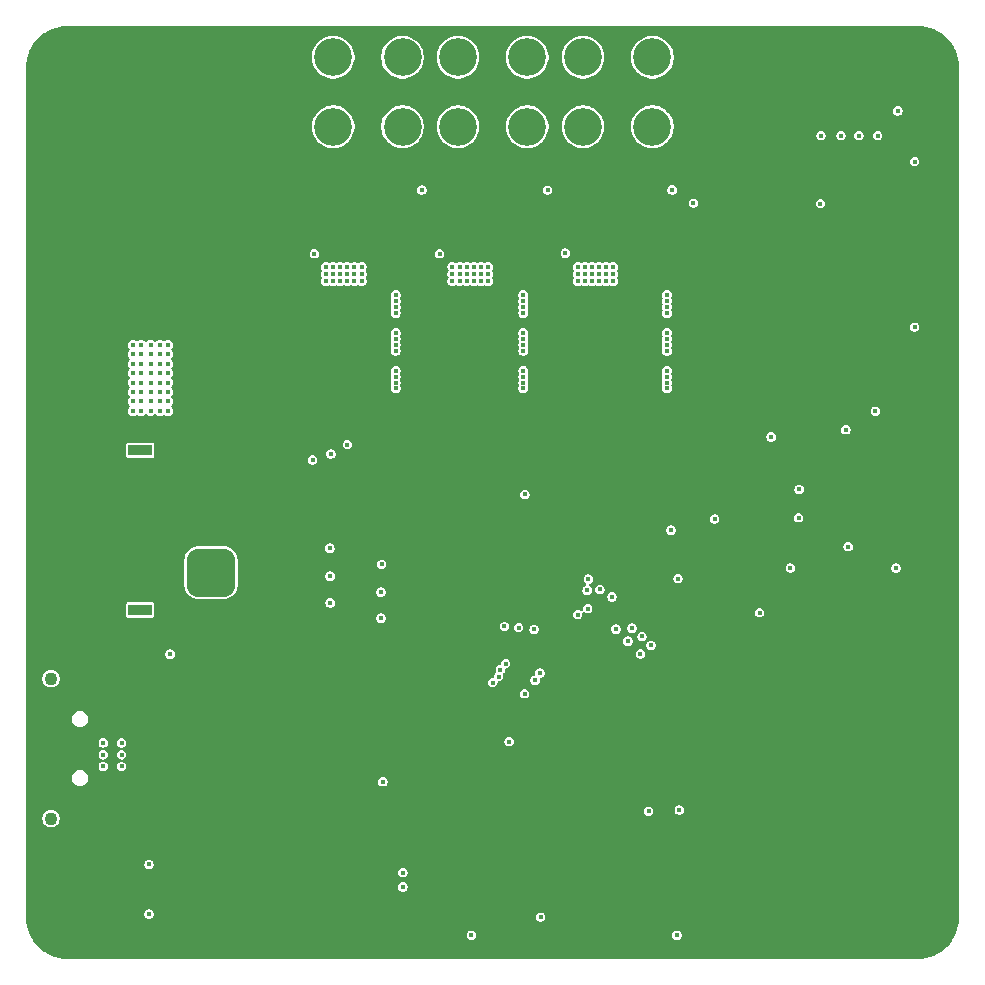
<source format=gbr>
%TF.GenerationSoftware,KiCad,Pcbnew,9.0.6-9.0.6~ubuntu24.04.1*%
%TF.CreationDate,2025-11-21T09:35:47+01:00*%
%TF.ProjectId,FOC_CONTROLLER_V2,464f435f-434f-44e5-9452-4f4c4c45525f,rev?*%
%TF.SameCoordinates,Original*%
%TF.FileFunction,Copper,L2,Inr*%
%TF.FilePolarity,Positive*%
%FSLAX46Y46*%
G04 Gerber Fmt 4.6, Leading zero omitted, Abs format (unit mm)*
G04 Created by KiCad (PCBNEW 9.0.6-9.0.6~ubuntu24.04.1) date 2025-11-21 09:35:47*
%MOMM*%
%LPD*%
G01*
G04 APERTURE LIST*
G04 Aperture macros list*
%AMRoundRect*
0 Rectangle with rounded corners*
0 $1 Rounding radius*
0 $2 $3 $4 $5 $6 $7 $8 $9 X,Y pos of 4 corners*
0 Add a 4 corners polygon primitive as box body*
4,1,4,$2,$3,$4,$5,$6,$7,$8,$9,$2,$3,0*
0 Add four circle primitives for the rounded corners*
1,1,$1+$1,$2,$3*
1,1,$1+$1,$4,$5*
1,1,$1+$1,$6,$7*
1,1,$1+$1,$8,$9*
0 Add four rect primitives between the rounded corners*
20,1,$1+$1,$2,$3,$4,$5,0*
20,1,$1+$1,$4,$5,$6,$7,0*
20,1,$1+$1,$6,$7,$8,$9,0*
20,1,$1+$1,$8,$9,$2,$3,0*%
G04 Aperture macros list end*
%TA.AperFunction,ComponentPad*%
%ADD10C,3.200000*%
%TD*%
%TA.AperFunction,ComponentPad*%
%ADD11C,0.800000*%
%TD*%
%TA.AperFunction,ComponentPad*%
%ADD12C,6.400000*%
%TD*%
%TA.AperFunction,ComponentPad*%
%ADD13C,1.090000*%
%TD*%
%TA.AperFunction,ComponentPad*%
%ADD14R,2.000000X0.900000*%
%TD*%
%TA.AperFunction,ComponentPad*%
%ADD15RoundRect,1.025000X1.025000X-1.025000X1.025000X1.025000X-1.025000X1.025000X-1.025000X-1.025000X0*%
%TD*%
%TA.AperFunction,ComponentPad*%
%ADD16C,4.100000*%
%TD*%
%TA.AperFunction,ViaPad*%
%ADD17C,0.400000*%
%TD*%
%TA.AperFunction,ViaPad*%
%ADD18C,0.450000*%
%TD*%
G04 APERTURE END LIST*
D10*
%TO.N,/OUT1*%
%TO.C,J2*%
X126505000Y-65035000D03*
X132375000Y-65035000D03*
X126505000Y-59165000D03*
X132375000Y-59165000D03*
%TD*%
D11*
%TO.N,GND*%
%TO.C,H4*%
X115100000Y-67000000D03*
X115802944Y-65302944D03*
X115802944Y-68697056D03*
X117500000Y-64600000D03*
D12*
X117500000Y-67000000D03*
D11*
X117500000Y-69400000D03*
X119197056Y-65302944D03*
X119197056Y-68697056D03*
X119900000Y-67000000D03*
%TD*%
D13*
%TO.N,N/C*%
%TO.C,J11*%
X102607500Y-111775000D03*
X102607500Y-123625000D03*
%TD*%
D10*
%TO.N,/OUT2*%
%TO.C,J3*%
X137065000Y-65035000D03*
X142935000Y-65035000D03*
X137065000Y-59165000D03*
X142935000Y-59165000D03*
%TD*%
D14*
%TO.N,*%
%TO.C,J1*%
X110150000Y-105950000D03*
X110150000Y-92450000D03*
D15*
%TO.N,+48V*%
X116150000Y-102800000D03*
D16*
%TO.N,GND*%
X116150000Y-95600000D03*
%TD*%
D11*
%TO.N,GND*%
%TO.C,H1*%
X115100000Y-125000000D03*
X115802944Y-123302944D03*
X115802944Y-126697056D03*
X117500000Y-122600000D03*
D12*
X117500000Y-125000000D03*
D11*
X117500000Y-127400000D03*
X119197056Y-123302944D03*
X119197056Y-126697056D03*
X119900000Y-125000000D03*
%TD*%
D10*
%TO.N,/OUT3*%
%TO.C,J4*%
X147655000Y-65035000D03*
X153525000Y-65035000D03*
X147655000Y-59165000D03*
X153525000Y-59165000D03*
%TD*%
D11*
%TO.N,GND*%
%TO.C,H3*%
X160100000Y-67000000D03*
X160802944Y-65302944D03*
X160802944Y-68697056D03*
X162500000Y-64600000D03*
D12*
X162500000Y-67000000D03*
D11*
X162500000Y-69400000D03*
X164197056Y-65302944D03*
X164197056Y-68697056D03*
X164900000Y-67000000D03*
%TD*%
%TO.N,GND*%
%TO.C,H2*%
X160100000Y-125000000D03*
X160802944Y-123302944D03*
X160802944Y-126697056D03*
X162500000Y-122600000D03*
D12*
X162500000Y-125000000D03*
D11*
X162500000Y-127400000D03*
X164197056Y-123302944D03*
X164197056Y-126697056D03*
X164900000Y-125000000D03*
%TD*%
D17*
%TO.N,GND*%
X149350000Y-106450000D03*
X150750000Y-105550000D03*
%TO.N,/PB6*%
X158800000Y-98250000D03*
%TO.N,/PB7*%
X165900000Y-98150000D03*
X142200000Y-107450000D03*
%TO.N,/PB6*%
X141000000Y-107350000D03*
%TO.N,GND*%
X136700000Y-108700000D03*
X170400000Y-66600000D03*
X167900000Y-68000000D03*
X137800000Y-100700000D03*
X132500000Y-122400000D03*
X175000000Y-106900000D03*
X172300000Y-96800000D03*
X172400000Y-98700000D03*
X170600000Y-91900000D03*
X172500000Y-91700000D03*
D18*
%TO.N,/OUT1*%
X126250000Y-105350000D03*
D17*
%TO.N,GND*%
X178900000Y-72700000D03*
X170300000Y-57000000D03*
D18*
X135000000Y-80800001D03*
D17*
X114800000Y-135000000D03*
D18*
X139800002Y-104900000D03*
D17*
X178900000Y-108700000D03*
D18*
X140500001Y-102500000D03*
D17*
X167299999Y-135000000D03*
X149332664Y-108674696D03*
X178900000Y-74200000D03*
X141853554Y-96353554D03*
X122300000Y-135000000D03*
X101100000Y-63200000D03*
X140250000Y-116800000D03*
X104300000Y-57000000D03*
X161300000Y-135000000D03*
X135160000Y-97275000D03*
X110300000Y-135000000D03*
X107300000Y-57000000D03*
D18*
X158050000Y-82499999D03*
X111033885Y-74899999D03*
X109533886Y-75700000D03*
D17*
X132800000Y-116000000D03*
D18*
X140500001Y-105700001D03*
X145700000Y-79299999D03*
D17*
X120800000Y-135000000D03*
X167600000Y-91200000D03*
X101100000Y-97700000D03*
D18*
X158050000Y-86700000D03*
X110233885Y-70900001D03*
D17*
X110300000Y-57000000D03*
D18*
X158050000Y-87200000D03*
X112533885Y-74900000D03*
D17*
X123550000Y-62149999D03*
X159800001Y-57000000D03*
X122300000Y-57000000D03*
D18*
X112533884Y-74100000D03*
X145700000Y-80799999D03*
D17*
X178900000Y-95200000D03*
X120800000Y-57000000D03*
D18*
X141300001Y-103300000D03*
D17*
X141100000Y-127300000D03*
X166000000Y-81600000D03*
D18*
X111033885Y-74100000D03*
D17*
X108800001Y-57000000D03*
X154600000Y-113000000D03*
X152300000Y-135000000D03*
X178900000Y-99700000D03*
X101100000Y-112700000D03*
X136660000Y-97275000D03*
X173300000Y-57000000D03*
X168800001Y-135000000D03*
X101100000Y-75200000D03*
D18*
X142800000Y-105700000D03*
D17*
X178900000Y-66700000D03*
D18*
X111833885Y-72500001D03*
D17*
X101100000Y-132200000D03*
X135200000Y-117100000D03*
X101100000Y-78200000D03*
X178900000Y-60700000D03*
D18*
X111033885Y-72500000D03*
D17*
X178900000Y-83200000D03*
X101100000Y-106700000D03*
D18*
X111033885Y-76500000D03*
X109533886Y-71700000D03*
X142800000Y-103300000D03*
X135000000Y-86700000D03*
D17*
X101100000Y-123200000D03*
D18*
X145700000Y-85699998D03*
D17*
X123550000Y-59150002D03*
X167900000Y-78300000D03*
X178900000Y-119200000D03*
X111800000Y-57000000D03*
X156450000Y-64250001D03*
D18*
X158050000Y-79299999D03*
D17*
X123550000Y-66650000D03*
X168800001Y-57000000D03*
X120100000Y-121600000D03*
X101100000Y-100700000D03*
D18*
X135000000Y-87200000D03*
X111833884Y-70900001D03*
X141300001Y-104099999D03*
D17*
X178900000Y-68200000D03*
X146800000Y-98900000D03*
X101100000Y-60200000D03*
X178900000Y-120700000D03*
X157800000Y-112900000D03*
X129800000Y-135000000D03*
D18*
X145700000Y-80300000D03*
D17*
X101100000Y-127700000D03*
X158299999Y-57000000D03*
X101100000Y-73700000D03*
X135800001Y-135000000D03*
X161600000Y-96050000D03*
X101100000Y-102200000D03*
X178900000Y-105700000D03*
D18*
X135000000Y-84000000D03*
D17*
X171800000Y-135000000D03*
X158299999Y-135000000D03*
X141800000Y-135000000D03*
X107300000Y-135000000D03*
X153900000Y-102000000D03*
X178900000Y-107200000D03*
X101100000Y-130700000D03*
X178900000Y-71200000D03*
D18*
X139800002Y-103300000D03*
D17*
X174800000Y-135000000D03*
X144000000Y-118500000D03*
X164700000Y-90900000D03*
X156450000Y-59750000D03*
X178900000Y-96700000D03*
D18*
X110233885Y-73300000D03*
D17*
X134299999Y-135000000D03*
X101100000Y-87200000D03*
X101100000Y-93200000D03*
X178900000Y-126700000D03*
X126800001Y-135000000D03*
X131300000Y-135000000D03*
D18*
X139800000Y-104100000D03*
D17*
X167300000Y-57000000D03*
X155900000Y-114200000D03*
X150800001Y-135000000D03*
X101100000Y-90200000D03*
X119300000Y-57000000D03*
X144603554Y-94903554D03*
X134750000Y-99900000D03*
X116299999Y-57000000D03*
X147800000Y-135000000D03*
X131550000Y-99800000D03*
D18*
X142100000Y-105700001D03*
D17*
X172400000Y-86700000D03*
X101100000Y-114200000D03*
D18*
X111033885Y-71700000D03*
D17*
X178900000Y-122200000D03*
D18*
X158050000Y-80799999D03*
D17*
X101100000Y-129200000D03*
D18*
X112533885Y-75700001D03*
D17*
X101100000Y-118700000D03*
X101100000Y-121700000D03*
X178900000Y-102700000D03*
D18*
X111033885Y-70900000D03*
X142100000Y-103300000D03*
D17*
X101100000Y-117200000D03*
X144800001Y-135000000D03*
X101100000Y-82700000D03*
D18*
X111833885Y-73300000D03*
D17*
X178900000Y-128200000D03*
X123550000Y-65149997D03*
D18*
X135000000Y-83500000D03*
D17*
X105800000Y-135000000D03*
D18*
X140500001Y-104900000D03*
D17*
X146300000Y-135000000D03*
X107032500Y-116200000D03*
D18*
X110233885Y-71700000D03*
D17*
X178900000Y-69700000D03*
X105800000Y-57000000D03*
X101100000Y-61700000D03*
D18*
X110233885Y-76500001D03*
X140500001Y-104100000D03*
D17*
X145000000Y-113700000D03*
X143299999Y-135000000D03*
X178900000Y-84700000D03*
X178900000Y-89200000D03*
D18*
X111833885Y-75700000D03*
D17*
X123550000Y-60650002D03*
X101100000Y-72200000D03*
D18*
X109533886Y-70900001D03*
X111033885Y-73300001D03*
X112533885Y-73300000D03*
D17*
X134150000Y-114000000D03*
X156450000Y-61250000D03*
X167900000Y-74900000D03*
D18*
X145700000Y-82999999D03*
D17*
X101100000Y-79700000D03*
X178900000Y-87700000D03*
X108800001Y-135000000D03*
X178900000Y-129700000D03*
X101100000Y-96200000D03*
X132450000Y-107850000D03*
X123800000Y-135000000D03*
D18*
X111833885Y-71700000D03*
D17*
X166700000Y-107900000D03*
X155300000Y-135000000D03*
X113775000Y-117700000D03*
D18*
X145700000Y-87200000D03*
X158050000Y-80300000D03*
X135000000Y-82999999D03*
D17*
X140300000Y-135000000D03*
D18*
X141300001Y-104900002D03*
D17*
X101100000Y-70700000D03*
X113300000Y-57000000D03*
X162700000Y-93950000D03*
D18*
X111833884Y-76500001D03*
X109533884Y-74900000D03*
D17*
X101100000Y-66200000D03*
X162800000Y-57000000D03*
X178900000Y-65200000D03*
X117800001Y-57000000D03*
X170225000Y-105000000D03*
X151419723Y-110765739D03*
D18*
X145700000Y-79799999D03*
X135000000Y-79299999D03*
X112533884Y-76500000D03*
D17*
X132800000Y-135000000D03*
X101100000Y-84200000D03*
X101100000Y-88700000D03*
X132500000Y-119900000D03*
X101100000Y-108200000D03*
D18*
X109533886Y-74100000D03*
X110233885Y-74900000D03*
D17*
X123550000Y-63649999D03*
D18*
X135000000Y-80300000D03*
D17*
X178900000Y-113200000D03*
D18*
X145700000Y-83500000D03*
D17*
X151800000Y-127100000D03*
X137300000Y-135000000D03*
D18*
X145700000Y-82499999D03*
D17*
X113300000Y-135000000D03*
X178900000Y-116200000D03*
D18*
X135000000Y-86199999D03*
D17*
X101100000Y-64700000D03*
X170300000Y-135000000D03*
X178900000Y-81700000D03*
X101100000Y-69200000D03*
X178900000Y-93700000D03*
X147200000Y-108700000D03*
X178900000Y-78700000D03*
D18*
X110233885Y-74100000D03*
D17*
X101100000Y-91700000D03*
X101100000Y-126200000D03*
D18*
X141300001Y-102500001D03*
D17*
X178900000Y-111700000D03*
X178900000Y-92200000D03*
D18*
X145700000Y-86199999D03*
D17*
X150351992Y-109698008D03*
X147300000Y-122700000D03*
X141800000Y-122300000D03*
D18*
X142100001Y-102500000D03*
D17*
X123550000Y-120600000D03*
X101100000Y-81200000D03*
X178900000Y-125200000D03*
D18*
X112533885Y-71700001D03*
D17*
X111800000Y-135000000D03*
X158350000Y-108950000D03*
X119300000Y-135000000D03*
X101100000Y-124700000D03*
D18*
X141300001Y-105700000D03*
D17*
X101100000Y-85700000D03*
D18*
X112533884Y-70900000D03*
X142800001Y-104900001D03*
D17*
X155100000Y-105600000D03*
D18*
X111833885Y-74900000D03*
D17*
X116299999Y-135000000D03*
X178900000Y-123700000D03*
X123550000Y-57650002D03*
X156450000Y-66100001D03*
X101100000Y-105200000D03*
X117800001Y-135000000D03*
X146300000Y-135000000D03*
X101100000Y-115700000D03*
D18*
X109533884Y-73300000D03*
D17*
X178900000Y-104200000D03*
X101100000Y-103700000D03*
D18*
X110233885Y-75700000D03*
D17*
X158400000Y-70000000D03*
X125299999Y-135000000D03*
D18*
X142800001Y-102500000D03*
X112533884Y-72500000D03*
D17*
X129600000Y-99750000D03*
X101100000Y-99200000D03*
X154400000Y-115800000D03*
D18*
X135000000Y-82500000D03*
D17*
X164300000Y-57000000D03*
X101100000Y-111200000D03*
X153800000Y-135000000D03*
D18*
X135000000Y-79799999D03*
X135000000Y-85700000D03*
D17*
X162800000Y-135000000D03*
D18*
X110233885Y-72500001D03*
D17*
X178900000Y-117700000D03*
X161300000Y-57000000D03*
X101100000Y-109700000D03*
D18*
X140500001Y-103300000D03*
X109533886Y-72500001D03*
D17*
X178900000Y-63700000D03*
X178900000Y-131200000D03*
X156800000Y-135000000D03*
X165800000Y-135000000D03*
D18*
X158050000Y-79799999D03*
D17*
X178900000Y-114700000D03*
D18*
X111033885Y-75700002D03*
D17*
X133750000Y-127450000D03*
X156800000Y-57000000D03*
X178900000Y-77200000D03*
D18*
X142100001Y-104100000D03*
D17*
X178900000Y-62200000D03*
D18*
X158050000Y-86199999D03*
X142800001Y-104100000D03*
D17*
X101100000Y-94700000D03*
D18*
X109533886Y-76500001D03*
X145700000Y-83999999D03*
D17*
X150700000Y-102600000D03*
X178900000Y-98200000D03*
X141400000Y-114400000D03*
D18*
X111833884Y-74100000D03*
D17*
X101100000Y-76700000D03*
X178900000Y-80200000D03*
X159750000Y-93850000D03*
D18*
X158050000Y-85699998D03*
D17*
X101100000Y-90200000D03*
X138500000Y-116950000D03*
X178900000Y-110200000D03*
D18*
X142100001Y-104900000D03*
D17*
X108582500Y-116200000D03*
X159800001Y-135000000D03*
X128300000Y-135000000D03*
X101100000Y-120200000D03*
D18*
X158050000Y-82999999D03*
X145700000Y-86700000D03*
D17*
X171800000Y-57000000D03*
X101100000Y-67700000D03*
X162200000Y-91900000D03*
X178900000Y-75700000D03*
X104300000Y-135000000D03*
D18*
X158050000Y-83999999D03*
D17*
X164300000Y-135000000D03*
X156800000Y-70500000D03*
D18*
X139800002Y-105700001D03*
D17*
X149300000Y-135000000D03*
X173300000Y-135000000D03*
X138800000Y-135000000D03*
X171700000Y-101200000D03*
X154400000Y-123800000D03*
X114800000Y-57000000D03*
X154500000Y-119600000D03*
D18*
X139800000Y-102500000D03*
X158050000Y-83500000D03*
%TO.N,/OUT2*%
X126250001Y-103100000D03*
D17*
%TO.N,+3.3V*%
X167750000Y-71550000D03*
X141400000Y-117100000D03*
X162600000Y-106190001D03*
X155600000Y-133500000D03*
X175725000Y-82000000D03*
X174300000Y-63700000D03*
X151800000Y-107500000D03*
X174150000Y-102400000D03*
X165950000Y-95750000D03*
X152515739Y-109669723D03*
X172400000Y-89125000D03*
X175725000Y-68000000D03*
X144060000Y-131960000D03*
X150428680Y-107578680D03*
X153400000Y-108950000D03*
X151448008Y-108601992D03*
X152650000Y-108200000D03*
X130700000Y-120500000D03*
X165200000Y-102400000D03*
%TO.N,+5V*%
X132400000Y-128200000D03*
X138200000Y-133500000D03*
X107032500Y-119200000D03*
X108582500Y-119200000D03*
X132400000Y-129400000D03*
%TO.N,/NTC*%
X157000000Y-71500000D03*
X142724266Y-96175734D03*
D18*
%TO.N,/OUT3*%
X126200000Y-100750000D03*
D17*
%TO.N,Net-(IC1-PC14)*%
X110900000Y-127500000D03*
X147200000Y-106350000D03*
%TO.N,Net-(IC1-PC15)*%
X110900000Y-131700000D03*
X148050000Y-105850000D03*
%TO.N,/VCP_RX*%
X155800000Y-122900000D03*
X148100000Y-103350000D03*
%TO.N,/NRST*%
X149075000Y-104225000D03*
X155700000Y-103300000D03*
%TO.N,/VCP_TX*%
X148000000Y-104300000D03*
X153200000Y-123000000D03*
%TO.N,Net-(IC1-PB4)*%
X141100000Y-110500000D03*
X169500000Y-65800000D03*
%TO.N,Net-(IC1-PB3)*%
X140645522Y-111017912D03*
X171000000Y-65800000D03*
%TO.N,Net-(IC1-PD2)*%
X172600000Y-65800000D03*
X140500000Y-111600000D03*
%TO.N,/User*%
X150100000Y-104850000D03*
X163575000Y-91300000D03*
%TO.N,Net-(IC1-PB5)*%
X140000000Y-112100000D03*
X167800000Y-65800000D03*
%TO.N,Net-(Q1-G)*%
X127700000Y-91950000D03*
X124900000Y-75800000D03*
%TO.N,Net-(Q2-G)*%
X130550000Y-104450000D03*
X144650000Y-70400000D03*
%TO.N,Net-(Q3-G)*%
X130550000Y-106650000D03*
X134000000Y-70400000D03*
%TO.N,Net-(Q4-G)*%
X135500000Y-75800000D03*
X126300000Y-92750000D03*
%TO.N,Net-(Q5-G)*%
X130600000Y-102100000D03*
X155200000Y-70393000D03*
%TO.N,Net-(Q6-G)*%
X146150000Y-75750000D03*
X124750000Y-93250000D03*
D18*
%TO.N,+48V*%
X142600000Y-86700000D03*
X154750000Y-86199999D03*
X111033885Y-86699999D03*
X154750000Y-84000000D03*
X142600000Y-79799999D03*
X154750000Y-80300000D03*
X112533885Y-87500001D03*
X111833885Y-85100000D03*
X112533884Y-85900000D03*
X154750000Y-79299999D03*
X109533884Y-85100000D03*
X142600000Y-83500000D03*
X142600000Y-80300000D03*
X112533885Y-86700000D03*
X131800000Y-80299999D03*
X131800000Y-79799998D03*
X111833885Y-83500000D03*
X112533885Y-85100000D03*
X131800000Y-79299998D03*
X154750000Y-82499998D03*
X111833885Y-87500000D03*
X111033885Y-85900000D03*
X131800000Y-84000000D03*
X142600000Y-86199999D03*
X131800000Y-83499999D03*
X131800000Y-82999998D03*
X112533885Y-83500001D03*
X110233885Y-89100000D03*
X109533886Y-85900000D03*
D17*
X155100000Y-99200000D03*
D18*
X111033885Y-87500002D03*
X131800000Y-85699999D03*
X154750000Y-87200000D03*
X109533886Y-83500000D03*
X154750000Y-85699998D03*
X110233885Y-86700000D03*
X154750000Y-80799999D03*
X111033885Y-89100000D03*
X109533886Y-84300001D03*
X111833885Y-89100000D03*
D17*
X143500000Y-107600000D03*
D18*
X110233885Y-87500000D03*
X142600000Y-87200000D03*
X111833885Y-84300001D03*
X109533886Y-88300001D03*
X111833884Y-88300001D03*
X111833885Y-86700000D03*
X131800000Y-86699999D03*
X109533886Y-87500000D03*
X154750000Y-86700000D03*
X110233885Y-88300001D03*
X142600000Y-82499998D03*
X154750000Y-83500000D03*
X142600000Y-80799999D03*
X111833884Y-85900000D03*
X110233885Y-85900000D03*
X111033885Y-84300000D03*
X112533885Y-89100001D03*
X142600000Y-84000000D03*
X110233885Y-85100000D03*
X112533884Y-84300000D03*
X111033885Y-88300000D03*
X109533886Y-89100000D03*
X110233885Y-83500000D03*
X142600000Y-82999999D03*
D17*
X112700000Y-109700000D03*
D18*
X131800000Y-82499998D03*
X111033885Y-85100001D03*
X110233885Y-84300001D03*
X131800000Y-87199999D03*
X142600000Y-79299999D03*
X109533884Y-86700000D03*
X154750000Y-79799999D03*
X112533884Y-88300000D03*
X131800000Y-86199998D03*
X142600000Y-85699998D03*
D17*
X142700000Y-113050001D03*
D18*
X111033885Y-83500000D03*
X154750000Y-82999999D03*
X131800000Y-80800000D03*
D17*
%TO.N,/L_SW_1*%
X169900000Y-90700000D03*
X144000000Y-111300000D03*
%TO.N,/L_SW_2*%
X143600000Y-111900000D03*
X170100000Y-100600000D03*
%TO.N,/B*%
X108582500Y-118200000D03*
X107032500Y-118200000D03*
%TO.N,/A*%
X107032500Y-117200000D03*
X108582500Y-117200000D03*
D18*
%TO.N,Net-(Q1-S-Pad1)*%
X125900000Y-78100000D03*
X125900000Y-77500000D03*
X126500000Y-78100000D03*
X126500000Y-77500000D03*
X128900000Y-78100000D03*
X127700000Y-77500000D03*
X127100000Y-76900000D03*
X126500000Y-76900000D03*
X128900000Y-77500000D03*
X125900000Y-76900000D03*
X127100000Y-78100000D03*
X128900000Y-76900000D03*
X127700000Y-78100000D03*
X127700000Y-76900000D03*
X128300000Y-76900000D03*
X128300000Y-78100000D03*
X128300000Y-77500000D03*
X127100000Y-77500000D03*
%TO.N,Net-(Q4-S-Pad1)*%
X138400000Y-78100000D03*
X138400000Y-76900000D03*
X136600000Y-78100000D03*
X139600000Y-76900000D03*
X137200000Y-77500000D03*
X137800000Y-77500000D03*
X139600000Y-77500000D03*
X139000000Y-78100000D03*
X136600000Y-77500000D03*
X139000000Y-77500000D03*
X137200000Y-76900000D03*
X139600000Y-78100000D03*
X138400000Y-77500000D03*
X136600000Y-76900000D03*
X137800000Y-76900000D03*
X139000000Y-76900000D03*
X137800000Y-78100000D03*
X137200000Y-78100000D03*
%TO.N,Net-(Q6-S-Pad1)*%
X150200000Y-77500000D03*
X148400000Y-77500000D03*
X148400000Y-78100000D03*
X149000000Y-78100000D03*
X147200000Y-76900000D03*
X149000000Y-76900000D03*
X147800000Y-77500000D03*
X149600000Y-77500000D03*
X149600000Y-78100000D03*
X147800000Y-76900000D03*
X147200000Y-77500000D03*
X149000000Y-77500000D03*
X149600000Y-76900000D03*
X148400000Y-76900000D03*
X150200000Y-76900000D03*
X147200000Y-78100000D03*
X147800000Y-78100000D03*
X150200000Y-78100000D03*
%TD*%
%TA.AperFunction,Conductor*%
%TO.N,GND*%
G36*
X176003032Y-56500648D02*
G01*
X176336929Y-56517052D01*
X176349037Y-56518245D01*
X176452146Y-56533539D01*
X176676699Y-56566849D01*
X176688617Y-56569219D01*
X177009951Y-56649709D01*
X177021588Y-56653240D01*
X177092806Y-56678722D01*
X177333467Y-56764832D01*
X177344688Y-56769479D01*
X177644163Y-56911120D01*
X177654871Y-56916844D01*
X177938988Y-57087137D01*
X177949106Y-57093897D01*
X178215170Y-57291224D01*
X178224576Y-57298944D01*
X178470013Y-57521395D01*
X178478604Y-57529986D01*
X178600726Y-57664727D01*
X178701055Y-57775423D01*
X178708775Y-57784829D01*
X178906102Y-58050893D01*
X178912862Y-58061011D01*
X179041776Y-58276092D01*
X179083148Y-58345116D01*
X179088883Y-58355844D01*
X179094132Y-58366943D01*
X179230514Y-58655297D01*
X179235170Y-58666540D01*
X179346759Y-58978411D01*
X179350292Y-58990055D01*
X179430777Y-59311369D01*
X179433151Y-59323305D01*
X179481754Y-59650962D01*
X179482947Y-59663071D01*
X179499351Y-59996966D01*
X179499500Y-60003051D01*
X179499500Y-131996948D01*
X179499351Y-132003033D01*
X179482947Y-132336928D01*
X179481754Y-132349037D01*
X179433151Y-132676694D01*
X179430777Y-132688630D01*
X179350292Y-133009944D01*
X179346759Y-133021588D01*
X179235170Y-133333459D01*
X179230514Y-133344702D01*
X179088885Y-133644151D01*
X179083148Y-133654883D01*
X178912862Y-133938988D01*
X178906102Y-133949106D01*
X178708775Y-134215170D01*
X178701055Y-134224576D01*
X178478611Y-134470006D01*
X178470006Y-134478611D01*
X178224576Y-134701055D01*
X178215170Y-134708775D01*
X177949106Y-134906102D01*
X177938988Y-134912862D01*
X177654883Y-135083148D01*
X177644151Y-135088885D01*
X177344702Y-135230514D01*
X177333459Y-135235170D01*
X177021588Y-135346759D01*
X177009944Y-135350292D01*
X176688630Y-135430777D01*
X176676694Y-135433151D01*
X176349037Y-135481754D01*
X176336928Y-135482947D01*
X176021989Y-135498419D01*
X176003031Y-135499351D01*
X175996949Y-135499500D01*
X104003051Y-135499500D01*
X103996968Y-135499351D01*
X103976900Y-135498365D01*
X103663071Y-135482947D01*
X103650962Y-135481754D01*
X103323305Y-135433151D01*
X103311369Y-135430777D01*
X102990055Y-135350292D01*
X102978411Y-135346759D01*
X102666540Y-135235170D01*
X102655301Y-135230515D01*
X102355844Y-135088883D01*
X102345121Y-135083150D01*
X102061011Y-134912862D01*
X102050893Y-134906102D01*
X101784829Y-134708775D01*
X101775423Y-134701055D01*
X101736475Y-134665755D01*
X101529986Y-134478604D01*
X101521395Y-134470013D01*
X101298944Y-134224576D01*
X101291224Y-134215170D01*
X101093897Y-133949106D01*
X101087137Y-133938988D01*
X100916844Y-133654871D01*
X100911120Y-133644163D01*
X100817998Y-133447273D01*
X137799500Y-133447273D01*
X137799500Y-133552727D01*
X137826793Y-133654587D01*
X137879520Y-133745913D01*
X137954087Y-133820480D01*
X138045413Y-133873207D01*
X138147273Y-133900500D01*
X138147275Y-133900500D01*
X138252725Y-133900500D01*
X138252727Y-133900500D01*
X138354587Y-133873207D01*
X138445913Y-133820480D01*
X138520480Y-133745913D01*
X138573207Y-133654587D01*
X138600500Y-133552727D01*
X138600500Y-133447273D01*
X155199500Y-133447273D01*
X155199500Y-133552727D01*
X155226793Y-133654587D01*
X155279520Y-133745913D01*
X155354087Y-133820480D01*
X155445413Y-133873207D01*
X155547273Y-133900500D01*
X155547275Y-133900500D01*
X155652725Y-133900500D01*
X155652727Y-133900500D01*
X155754587Y-133873207D01*
X155845913Y-133820480D01*
X155920480Y-133745913D01*
X155973207Y-133654587D01*
X156000500Y-133552727D01*
X156000500Y-133447273D01*
X155973207Y-133345413D01*
X155920480Y-133254087D01*
X155845913Y-133179520D01*
X155754587Y-133126793D01*
X155652727Y-133099500D01*
X155547273Y-133099500D01*
X155445413Y-133126793D01*
X155445410Y-133126794D01*
X155354085Y-133179521D01*
X155279521Y-133254085D01*
X155226794Y-133345410D01*
X155226793Y-133345413D01*
X155199500Y-133447273D01*
X138600500Y-133447273D01*
X138573207Y-133345413D01*
X138520480Y-133254087D01*
X138445913Y-133179520D01*
X138354587Y-133126793D01*
X138252727Y-133099500D01*
X138147273Y-133099500D01*
X138045413Y-133126793D01*
X138045410Y-133126794D01*
X137954085Y-133179521D01*
X137879521Y-133254085D01*
X137826794Y-133345410D01*
X137826793Y-133345413D01*
X137799500Y-133447273D01*
X100817998Y-133447273D01*
X100769479Y-133344688D01*
X100764829Y-133333459D01*
X100736429Y-133254087D01*
X100653240Y-133021588D01*
X100649707Y-133009944D01*
X100640958Y-132975015D01*
X100569219Y-132688617D01*
X100566848Y-132676694D01*
X100518245Y-132349037D01*
X100517052Y-132336927D01*
X100500649Y-132003032D01*
X100500500Y-131996948D01*
X100500500Y-131647273D01*
X110499500Y-131647273D01*
X110499500Y-131752727D01*
X110526793Y-131854587D01*
X110579520Y-131945913D01*
X110654087Y-132020480D01*
X110745413Y-132073207D01*
X110847273Y-132100500D01*
X110847275Y-132100500D01*
X110952725Y-132100500D01*
X110952727Y-132100500D01*
X111054587Y-132073207D01*
X111145913Y-132020480D01*
X111220480Y-131945913D01*
X111242789Y-131907273D01*
X143659500Y-131907273D01*
X143659500Y-132012727D01*
X143686793Y-132114587D01*
X143739520Y-132205913D01*
X143814087Y-132280480D01*
X143905413Y-132333207D01*
X144007273Y-132360500D01*
X144007275Y-132360500D01*
X144112725Y-132360500D01*
X144112727Y-132360500D01*
X144214587Y-132333207D01*
X144305913Y-132280480D01*
X144380480Y-132205913D01*
X144433207Y-132114587D01*
X144460500Y-132012727D01*
X144460500Y-131907273D01*
X144433207Y-131805413D01*
X144380480Y-131714087D01*
X144305913Y-131639520D01*
X144214587Y-131586793D01*
X144112727Y-131559500D01*
X144007273Y-131559500D01*
X143905413Y-131586793D01*
X143905410Y-131586794D01*
X143814085Y-131639521D01*
X143739521Y-131714085D01*
X143686794Y-131805410D01*
X143686793Y-131805413D01*
X143659500Y-131907273D01*
X111242789Y-131907273D01*
X111273207Y-131854587D01*
X111300500Y-131752727D01*
X111300500Y-131647273D01*
X111273207Y-131545413D01*
X111220480Y-131454087D01*
X111145913Y-131379520D01*
X111054587Y-131326793D01*
X110952727Y-131299500D01*
X110847273Y-131299500D01*
X110745413Y-131326793D01*
X110745410Y-131326794D01*
X110654085Y-131379521D01*
X110579521Y-131454085D01*
X110526794Y-131545410D01*
X110526793Y-131545413D01*
X110499500Y-131647273D01*
X100500500Y-131647273D01*
X100500500Y-129347273D01*
X131999500Y-129347273D01*
X131999500Y-129452727D01*
X132026793Y-129554587D01*
X132079520Y-129645913D01*
X132154087Y-129720480D01*
X132245413Y-129773207D01*
X132347273Y-129800500D01*
X132347275Y-129800500D01*
X132452725Y-129800500D01*
X132452727Y-129800500D01*
X132554587Y-129773207D01*
X132645913Y-129720480D01*
X132720480Y-129645913D01*
X132773207Y-129554587D01*
X132800500Y-129452727D01*
X132800500Y-129347273D01*
X132773207Y-129245413D01*
X132720480Y-129154087D01*
X132645913Y-129079520D01*
X132554587Y-129026793D01*
X132452727Y-128999500D01*
X132347273Y-128999500D01*
X132245413Y-129026793D01*
X132245410Y-129026794D01*
X132154085Y-129079521D01*
X132079521Y-129154085D01*
X132026794Y-129245410D01*
X132026793Y-129245413D01*
X131999500Y-129347273D01*
X100500500Y-129347273D01*
X100500500Y-128147273D01*
X131999500Y-128147273D01*
X131999500Y-128252727D01*
X132026793Y-128354587D01*
X132079520Y-128445913D01*
X132154087Y-128520480D01*
X132245413Y-128573207D01*
X132347273Y-128600500D01*
X132347275Y-128600500D01*
X132452725Y-128600500D01*
X132452727Y-128600500D01*
X132554587Y-128573207D01*
X132645913Y-128520480D01*
X132720480Y-128445913D01*
X132773207Y-128354587D01*
X132800500Y-128252727D01*
X132800500Y-128147273D01*
X132773207Y-128045413D01*
X132720480Y-127954087D01*
X132645913Y-127879520D01*
X132554587Y-127826793D01*
X132452727Y-127799500D01*
X132347273Y-127799500D01*
X132245413Y-127826793D01*
X132245410Y-127826794D01*
X132154085Y-127879521D01*
X132079521Y-127954085D01*
X132026794Y-128045410D01*
X132026793Y-128045413D01*
X131999500Y-128147273D01*
X100500500Y-128147273D01*
X100500500Y-127447273D01*
X110499500Y-127447273D01*
X110499500Y-127552727D01*
X110526793Y-127654587D01*
X110579520Y-127745913D01*
X110654087Y-127820480D01*
X110745413Y-127873207D01*
X110847273Y-127900500D01*
X110847275Y-127900500D01*
X110952725Y-127900500D01*
X110952727Y-127900500D01*
X111054587Y-127873207D01*
X111145913Y-127820480D01*
X111220480Y-127745913D01*
X111273207Y-127654587D01*
X111300500Y-127552727D01*
X111300500Y-127447273D01*
X111273207Y-127345413D01*
X111220480Y-127254087D01*
X111145913Y-127179520D01*
X111054587Y-127126793D01*
X110952727Y-127099500D01*
X110847273Y-127099500D01*
X110745413Y-127126793D01*
X110745410Y-127126794D01*
X110654085Y-127179521D01*
X110579521Y-127254085D01*
X110526794Y-127345410D01*
X110526793Y-127345413D01*
X110499500Y-127447273D01*
X100500500Y-127447273D01*
X100500500Y-123551570D01*
X101862000Y-123551570D01*
X101862000Y-123698429D01*
X101890647Y-123842446D01*
X101890649Y-123842454D01*
X101946845Y-123978124D01*
X101946850Y-123978133D01*
X102028431Y-124100227D01*
X102028434Y-124100231D01*
X102132268Y-124204065D01*
X102132272Y-124204068D01*
X102254366Y-124285649D01*
X102254372Y-124285652D01*
X102254373Y-124285653D01*
X102390046Y-124341851D01*
X102534070Y-124370499D01*
X102534074Y-124370500D01*
X102534075Y-124370500D01*
X102680926Y-124370500D01*
X102680927Y-124370499D01*
X102824954Y-124341851D01*
X102960627Y-124285653D01*
X103082728Y-124204068D01*
X103186568Y-124100228D01*
X103268153Y-123978127D01*
X103324351Y-123842454D01*
X103353000Y-123698425D01*
X103353000Y-123551575D01*
X103324351Y-123407546D01*
X103268153Y-123271873D01*
X103268152Y-123271872D01*
X103268149Y-123271866D01*
X103186568Y-123149772D01*
X103186565Y-123149768D01*
X103082731Y-123045934D01*
X103082727Y-123045931D01*
X103077215Y-123042248D01*
X102960633Y-122964350D01*
X102960624Y-122964345D01*
X102919408Y-122947273D01*
X152799500Y-122947273D01*
X152799500Y-123052727D01*
X152826793Y-123154587D01*
X152879520Y-123245913D01*
X152954087Y-123320480D01*
X153045413Y-123373207D01*
X153147273Y-123400500D01*
X153147275Y-123400500D01*
X153252725Y-123400500D01*
X153252727Y-123400500D01*
X153354587Y-123373207D01*
X153445913Y-123320480D01*
X153520480Y-123245913D01*
X153573207Y-123154587D01*
X153600500Y-123052727D01*
X153600500Y-122947273D01*
X153573705Y-122847273D01*
X155399500Y-122847273D01*
X155399500Y-122952727D01*
X155426793Y-123054587D01*
X155479520Y-123145913D01*
X155554087Y-123220480D01*
X155645413Y-123273207D01*
X155747273Y-123300500D01*
X155747275Y-123300500D01*
X155852725Y-123300500D01*
X155852727Y-123300500D01*
X155954587Y-123273207D01*
X156045913Y-123220480D01*
X156120480Y-123145913D01*
X156173207Y-123054587D01*
X156200500Y-122952727D01*
X156200500Y-122847273D01*
X156173207Y-122745413D01*
X156120480Y-122654087D01*
X156045913Y-122579520D01*
X155954587Y-122526793D01*
X155852727Y-122499500D01*
X155747273Y-122499500D01*
X155645413Y-122526793D01*
X155645410Y-122526794D01*
X155554085Y-122579521D01*
X155479521Y-122654085D01*
X155426794Y-122745410D01*
X155426793Y-122745413D01*
X155399500Y-122847273D01*
X153573705Y-122847273D01*
X153573207Y-122845413D01*
X153520480Y-122754087D01*
X153445913Y-122679520D01*
X153354587Y-122626793D01*
X153252727Y-122599500D01*
X153147273Y-122599500D01*
X153045413Y-122626793D01*
X153045410Y-122626794D01*
X152954085Y-122679521D01*
X152879521Y-122754085D01*
X152826794Y-122845410D01*
X152826794Y-122845411D01*
X152826793Y-122845413D01*
X152799500Y-122947273D01*
X102919408Y-122947273D01*
X102824954Y-122908149D01*
X102824946Y-122908147D01*
X102680929Y-122879500D01*
X102680925Y-122879500D01*
X102534075Y-122879500D01*
X102534070Y-122879500D01*
X102390053Y-122908147D01*
X102390045Y-122908149D01*
X102254375Y-122964345D01*
X102254366Y-122964350D01*
X102132272Y-123045931D01*
X102132268Y-123045934D01*
X102028434Y-123149768D01*
X102028431Y-123149772D01*
X101946850Y-123271866D01*
X101946845Y-123271875D01*
X101890649Y-123407545D01*
X101890647Y-123407553D01*
X101862000Y-123551570D01*
X100500500Y-123551570D01*
X100500500Y-120268503D01*
X104361999Y-120268503D01*
X104388726Y-120402864D01*
X104388729Y-120402874D01*
X104441152Y-120529436D01*
X104441159Y-120529449D01*
X104517269Y-120643354D01*
X104517272Y-120643358D01*
X104614141Y-120740227D01*
X104614145Y-120740230D01*
X104728050Y-120816340D01*
X104728063Y-120816347D01*
X104854625Y-120868770D01*
X104854630Y-120868772D01*
X104854634Y-120868772D01*
X104854635Y-120868773D01*
X104988996Y-120895500D01*
X104988999Y-120895500D01*
X105126003Y-120895500D01*
X105238084Y-120873205D01*
X105260370Y-120868772D01*
X105386943Y-120816344D01*
X105500855Y-120740230D01*
X105597730Y-120643355D01*
X105673844Y-120529443D01*
X105707880Y-120447273D01*
X130299500Y-120447273D01*
X130299500Y-120552727D01*
X130326793Y-120654587D01*
X130379520Y-120745913D01*
X130454087Y-120820480D01*
X130545413Y-120873207D01*
X130647273Y-120900500D01*
X130647275Y-120900500D01*
X130752725Y-120900500D01*
X130752727Y-120900500D01*
X130854587Y-120873207D01*
X130945913Y-120820480D01*
X131020480Y-120745913D01*
X131073207Y-120654587D01*
X131100500Y-120552727D01*
X131100500Y-120447273D01*
X131073207Y-120345413D01*
X131020480Y-120254087D01*
X130945913Y-120179520D01*
X130854587Y-120126793D01*
X130752727Y-120099500D01*
X130647273Y-120099500D01*
X130545413Y-120126793D01*
X130545410Y-120126794D01*
X130454085Y-120179521D01*
X130379521Y-120254085D01*
X130326794Y-120345410D01*
X130326793Y-120345413D01*
X130299500Y-120447273D01*
X105707880Y-120447273D01*
X105726272Y-120402870D01*
X105753000Y-120268501D01*
X105753000Y-120131499D01*
X105753000Y-120131496D01*
X105726273Y-119997135D01*
X105726272Y-119997134D01*
X105726272Y-119997130D01*
X105726270Y-119997125D01*
X105673847Y-119870563D01*
X105673840Y-119870550D01*
X105597730Y-119756645D01*
X105597727Y-119756641D01*
X105500858Y-119659772D01*
X105500854Y-119659769D01*
X105386949Y-119583659D01*
X105386936Y-119583652D01*
X105260374Y-119531229D01*
X105260364Y-119531226D01*
X105126003Y-119504500D01*
X105126001Y-119504500D01*
X104988999Y-119504500D01*
X104988997Y-119504500D01*
X104854635Y-119531226D01*
X104854625Y-119531229D01*
X104728063Y-119583652D01*
X104728050Y-119583659D01*
X104614145Y-119659769D01*
X104614141Y-119659772D01*
X104517272Y-119756641D01*
X104517269Y-119756645D01*
X104441159Y-119870550D01*
X104441152Y-119870563D01*
X104388729Y-119997125D01*
X104388726Y-119997135D01*
X104362000Y-120131496D01*
X104362000Y-120131499D01*
X104362000Y-120268501D01*
X104362000Y-120268503D01*
X104361999Y-120268503D01*
X100500500Y-120268503D01*
X100500500Y-117147273D01*
X106632000Y-117147273D01*
X106632000Y-117252727D01*
X106659293Y-117354587D01*
X106712020Y-117445913D01*
X106786587Y-117520480D01*
X106877913Y-117573207D01*
X106904106Y-117580225D01*
X106963767Y-117616590D01*
X106994296Y-117679437D01*
X106986001Y-117748812D01*
X106941516Y-117802690D01*
X106904107Y-117819774D01*
X106877917Y-117826792D01*
X106877913Y-117826793D01*
X106877910Y-117826794D01*
X106786585Y-117879521D01*
X106712021Y-117954085D01*
X106659294Y-118045410D01*
X106659293Y-118045413D01*
X106632000Y-118147273D01*
X106632000Y-118252727D01*
X106659293Y-118354587D01*
X106712020Y-118445913D01*
X106786587Y-118520480D01*
X106877913Y-118573207D01*
X106904106Y-118580225D01*
X106963767Y-118616590D01*
X106994296Y-118679437D01*
X106986001Y-118748812D01*
X106941516Y-118802690D01*
X106904107Y-118819774D01*
X106877917Y-118826792D01*
X106877913Y-118826793D01*
X106877910Y-118826794D01*
X106786585Y-118879521D01*
X106712021Y-118954085D01*
X106659294Y-119045410D01*
X106659293Y-119045413D01*
X106632000Y-119147273D01*
X106632000Y-119252727D01*
X106659293Y-119354587D01*
X106712020Y-119445913D01*
X106786587Y-119520480D01*
X106877913Y-119573207D01*
X106979773Y-119600500D01*
X106979775Y-119600500D01*
X107085225Y-119600500D01*
X107085227Y-119600500D01*
X107187087Y-119573207D01*
X107278413Y-119520480D01*
X107352980Y-119445913D01*
X107405707Y-119354587D01*
X107433000Y-119252727D01*
X107433000Y-119147273D01*
X107405707Y-119045413D01*
X107352980Y-118954087D01*
X107278413Y-118879520D01*
X107187087Y-118826793D01*
X107187085Y-118826792D01*
X107171479Y-118822611D01*
X107160893Y-118819774D01*
X107101233Y-118783411D01*
X107070703Y-118720564D01*
X107078997Y-118651188D01*
X107123482Y-118597310D01*
X107160892Y-118580225D01*
X107187087Y-118573207D01*
X107278413Y-118520480D01*
X107352980Y-118445913D01*
X107405707Y-118354587D01*
X107433000Y-118252727D01*
X107433000Y-118147273D01*
X107405707Y-118045413D01*
X107352980Y-117954087D01*
X107278413Y-117879520D01*
X107187087Y-117826793D01*
X107187085Y-117826792D01*
X107171479Y-117822611D01*
X107160893Y-117819774D01*
X107101233Y-117783411D01*
X107070703Y-117720564D01*
X107078997Y-117651188D01*
X107123482Y-117597310D01*
X107160892Y-117580225D01*
X107187087Y-117573207D01*
X107278413Y-117520480D01*
X107352980Y-117445913D01*
X107405707Y-117354587D01*
X107433000Y-117252727D01*
X107433000Y-117147273D01*
X108182000Y-117147273D01*
X108182000Y-117252727D01*
X108209293Y-117354587D01*
X108262020Y-117445913D01*
X108336587Y-117520480D01*
X108427913Y-117573207D01*
X108454106Y-117580225D01*
X108513767Y-117616590D01*
X108544296Y-117679437D01*
X108536001Y-117748812D01*
X108491516Y-117802690D01*
X108454107Y-117819774D01*
X108427917Y-117826792D01*
X108427913Y-117826793D01*
X108427910Y-117826794D01*
X108336585Y-117879521D01*
X108262021Y-117954085D01*
X108209294Y-118045410D01*
X108209293Y-118045413D01*
X108182000Y-118147273D01*
X108182000Y-118252727D01*
X108209293Y-118354587D01*
X108262020Y-118445913D01*
X108336587Y-118520480D01*
X108427913Y-118573207D01*
X108454106Y-118580225D01*
X108513767Y-118616590D01*
X108544296Y-118679437D01*
X108536001Y-118748812D01*
X108491516Y-118802690D01*
X108454107Y-118819774D01*
X108427917Y-118826792D01*
X108427913Y-118826793D01*
X108427910Y-118826794D01*
X108336585Y-118879521D01*
X108262021Y-118954085D01*
X108209294Y-119045410D01*
X108209293Y-119045413D01*
X108182000Y-119147273D01*
X108182000Y-119252727D01*
X108209293Y-119354587D01*
X108262020Y-119445913D01*
X108336587Y-119520480D01*
X108427913Y-119573207D01*
X108529773Y-119600500D01*
X108529775Y-119600500D01*
X108635225Y-119600500D01*
X108635227Y-119600500D01*
X108737087Y-119573207D01*
X108828413Y-119520480D01*
X108902980Y-119445913D01*
X108955707Y-119354587D01*
X108983000Y-119252727D01*
X108983000Y-119147273D01*
X108955707Y-119045413D01*
X108902980Y-118954087D01*
X108828413Y-118879520D01*
X108737087Y-118826793D01*
X108737085Y-118826792D01*
X108721479Y-118822611D01*
X108710893Y-118819774D01*
X108651233Y-118783411D01*
X108620703Y-118720564D01*
X108628997Y-118651188D01*
X108673482Y-118597310D01*
X108710892Y-118580225D01*
X108737087Y-118573207D01*
X108828413Y-118520480D01*
X108902980Y-118445913D01*
X108955707Y-118354587D01*
X108983000Y-118252727D01*
X108983000Y-118147273D01*
X108955707Y-118045413D01*
X108902980Y-117954087D01*
X108828413Y-117879520D01*
X108737087Y-117826793D01*
X108737085Y-117826792D01*
X108721479Y-117822611D01*
X108710893Y-117819774D01*
X108651233Y-117783411D01*
X108620703Y-117720564D01*
X108628997Y-117651188D01*
X108673482Y-117597310D01*
X108710892Y-117580225D01*
X108737087Y-117573207D01*
X108828413Y-117520480D01*
X108902980Y-117445913D01*
X108955707Y-117354587D01*
X108983000Y-117252727D01*
X108983000Y-117147273D01*
X108956205Y-117047273D01*
X140999500Y-117047273D01*
X140999500Y-117152727D01*
X141026793Y-117254587D01*
X141079520Y-117345913D01*
X141154087Y-117420480D01*
X141245413Y-117473207D01*
X141347273Y-117500500D01*
X141347275Y-117500500D01*
X141452725Y-117500500D01*
X141452727Y-117500500D01*
X141554587Y-117473207D01*
X141645913Y-117420480D01*
X141720480Y-117345913D01*
X141773207Y-117254587D01*
X141800500Y-117152727D01*
X141800500Y-117047273D01*
X141773207Y-116945413D01*
X141720480Y-116854087D01*
X141645913Y-116779520D01*
X141554587Y-116726793D01*
X141452727Y-116699500D01*
X141347273Y-116699500D01*
X141245413Y-116726793D01*
X141245410Y-116726794D01*
X141154085Y-116779521D01*
X141079521Y-116854085D01*
X141026794Y-116945410D01*
X141026793Y-116945413D01*
X140999500Y-117047273D01*
X108956205Y-117047273D01*
X108955707Y-117045413D01*
X108902980Y-116954087D01*
X108828413Y-116879520D01*
X108737087Y-116826793D01*
X108635227Y-116799500D01*
X108529773Y-116799500D01*
X108427913Y-116826793D01*
X108427910Y-116826794D01*
X108336585Y-116879521D01*
X108262021Y-116954085D01*
X108209294Y-117045410D01*
X108209294Y-117045411D01*
X108209293Y-117045413D01*
X108182000Y-117147273D01*
X107433000Y-117147273D01*
X107405707Y-117045413D01*
X107352980Y-116954087D01*
X107278413Y-116879520D01*
X107187087Y-116826793D01*
X107085227Y-116799500D01*
X106979773Y-116799500D01*
X106877913Y-116826793D01*
X106877910Y-116826794D01*
X106786585Y-116879521D01*
X106712021Y-116954085D01*
X106659294Y-117045410D01*
X106659294Y-117045411D01*
X106659293Y-117045413D01*
X106632000Y-117147273D01*
X100500500Y-117147273D01*
X100500500Y-115268503D01*
X104361999Y-115268503D01*
X104388726Y-115402864D01*
X104388729Y-115402874D01*
X104441152Y-115529436D01*
X104441159Y-115529449D01*
X104517269Y-115643354D01*
X104517272Y-115643358D01*
X104614141Y-115740227D01*
X104614145Y-115740230D01*
X104728050Y-115816340D01*
X104728063Y-115816347D01*
X104854625Y-115868770D01*
X104854630Y-115868772D01*
X104854634Y-115868772D01*
X104854635Y-115868773D01*
X104988996Y-115895500D01*
X104988999Y-115895500D01*
X105126003Y-115895500D01*
X105216398Y-115877518D01*
X105260370Y-115868772D01*
X105386943Y-115816344D01*
X105500855Y-115740230D01*
X105597730Y-115643355D01*
X105673844Y-115529443D01*
X105726272Y-115402870D01*
X105753000Y-115268501D01*
X105753000Y-115131499D01*
X105753000Y-115131496D01*
X105726273Y-114997135D01*
X105726272Y-114997134D01*
X105726272Y-114997130D01*
X105726270Y-114997125D01*
X105673847Y-114870563D01*
X105673840Y-114870550D01*
X105597730Y-114756645D01*
X105597727Y-114756641D01*
X105500858Y-114659772D01*
X105500854Y-114659769D01*
X105386949Y-114583659D01*
X105386936Y-114583652D01*
X105260374Y-114531229D01*
X105260364Y-114531226D01*
X105126003Y-114504500D01*
X105126001Y-114504500D01*
X104988999Y-114504500D01*
X104988997Y-114504500D01*
X104854635Y-114531226D01*
X104854625Y-114531229D01*
X104728063Y-114583652D01*
X104728050Y-114583659D01*
X104614145Y-114659769D01*
X104614141Y-114659772D01*
X104517272Y-114756641D01*
X104517269Y-114756645D01*
X104441159Y-114870550D01*
X104441152Y-114870563D01*
X104388729Y-114997125D01*
X104388726Y-114997135D01*
X104362000Y-115131496D01*
X104362000Y-115131499D01*
X104362000Y-115268501D01*
X104362000Y-115268503D01*
X104361999Y-115268503D01*
X100500500Y-115268503D01*
X100500500Y-112997274D01*
X142299500Y-112997274D01*
X142299500Y-113102728D01*
X142326793Y-113204588D01*
X142379520Y-113295914D01*
X142454087Y-113370481D01*
X142545413Y-113423208D01*
X142647273Y-113450501D01*
X142647275Y-113450501D01*
X142752725Y-113450501D01*
X142752727Y-113450501D01*
X142854587Y-113423208D01*
X142945913Y-113370481D01*
X143020480Y-113295914D01*
X143073207Y-113204588D01*
X143100500Y-113102728D01*
X143100500Y-112997274D01*
X143073207Y-112895414D01*
X143020480Y-112804088D01*
X142945913Y-112729521D01*
X142854587Y-112676794D01*
X142752727Y-112649501D01*
X142647273Y-112649501D01*
X142545413Y-112676794D01*
X142545410Y-112676795D01*
X142454085Y-112729522D01*
X142379521Y-112804086D01*
X142326794Y-112895411D01*
X142326793Y-112895414D01*
X142299500Y-112997274D01*
X100500500Y-112997274D01*
X100500500Y-111701570D01*
X101862000Y-111701570D01*
X101862000Y-111848429D01*
X101890647Y-111992446D01*
X101890649Y-111992454D01*
X101946845Y-112128124D01*
X101946850Y-112128133D01*
X102028431Y-112250227D01*
X102028434Y-112250231D01*
X102132268Y-112354065D01*
X102132272Y-112354068D01*
X102254366Y-112435649D01*
X102254372Y-112435652D01*
X102254373Y-112435653D01*
X102390046Y-112491851D01*
X102534070Y-112520499D01*
X102534074Y-112520500D01*
X102534075Y-112520500D01*
X102680926Y-112520500D01*
X102680927Y-112520499D01*
X102824954Y-112491851D01*
X102960627Y-112435653D01*
X103082728Y-112354068D01*
X103186568Y-112250228D01*
X103268153Y-112128127D01*
X103301644Y-112047273D01*
X139599500Y-112047273D01*
X139599500Y-112152727D01*
X139626793Y-112254587D01*
X139679520Y-112345913D01*
X139754087Y-112420480D01*
X139845413Y-112473207D01*
X139947273Y-112500500D01*
X139947275Y-112500500D01*
X140052725Y-112500500D01*
X140052727Y-112500500D01*
X140154587Y-112473207D01*
X140245913Y-112420480D01*
X140320480Y-112345913D01*
X140373207Y-112254587D01*
X140400500Y-112152727D01*
X140400500Y-112124500D01*
X140420185Y-112057461D01*
X140472989Y-112011706D01*
X140524500Y-112000500D01*
X140552725Y-112000500D01*
X140552727Y-112000500D01*
X140654587Y-111973207D01*
X140745913Y-111920480D01*
X140819120Y-111847273D01*
X143199500Y-111847273D01*
X143199500Y-111952727D01*
X143226793Y-112054587D01*
X143279520Y-112145913D01*
X143354087Y-112220480D01*
X143445413Y-112273207D01*
X143547273Y-112300500D01*
X143547275Y-112300500D01*
X143652725Y-112300500D01*
X143652727Y-112300500D01*
X143754587Y-112273207D01*
X143845913Y-112220480D01*
X143920480Y-112145913D01*
X143973207Y-112054587D01*
X144000500Y-111952727D01*
X144000500Y-111847273D01*
X143999398Y-111843160D01*
X143999483Y-111839557D01*
X143999439Y-111839217D01*
X143999492Y-111839210D01*
X144001061Y-111773313D01*
X144040223Y-111715451D01*
X144087077Y-111691296D01*
X144154587Y-111673207D01*
X144245913Y-111620480D01*
X144320480Y-111545913D01*
X144373207Y-111454587D01*
X144400500Y-111352727D01*
X144400500Y-111247273D01*
X144373207Y-111145413D01*
X144320480Y-111054087D01*
X144245913Y-110979520D01*
X144154587Y-110926793D01*
X144052727Y-110899500D01*
X143947273Y-110899500D01*
X143845413Y-110926793D01*
X143845410Y-110926794D01*
X143754085Y-110979521D01*
X143679521Y-111054085D01*
X143626794Y-111145410D01*
X143626793Y-111145413D01*
X143599500Y-111247273D01*
X143599500Y-111352725D01*
X143599501Y-111352733D01*
X143600602Y-111356843D01*
X143600516Y-111360442D01*
X143600561Y-111360783D01*
X143600507Y-111360789D01*
X143598936Y-111426693D01*
X143559771Y-111484553D01*
X143512920Y-111508704D01*
X143491788Y-111514366D01*
X143445411Y-111526793D01*
X143445410Y-111526794D01*
X143354085Y-111579521D01*
X143279521Y-111654085D01*
X143226794Y-111745410D01*
X143226793Y-111745413D01*
X143199500Y-111847273D01*
X140819120Y-111847273D01*
X140820480Y-111845913D01*
X140873207Y-111754587D01*
X140900500Y-111652727D01*
X140900500Y-111547273D01*
X140873207Y-111445413D01*
X140873205Y-111445409D01*
X140872971Y-111444536D01*
X140874634Y-111374686D01*
X140905061Y-111324765D01*
X140966002Y-111263825D01*
X141018729Y-111172499D01*
X141046022Y-111070639D01*
X141046022Y-111023292D01*
X141065707Y-110956253D01*
X141118511Y-110910498D01*
X141144957Y-110902904D01*
X141144877Y-110902603D01*
X141152725Y-110900500D01*
X141152727Y-110900500D01*
X141254587Y-110873207D01*
X141345913Y-110820480D01*
X141420480Y-110745913D01*
X141473207Y-110654587D01*
X141500500Y-110552727D01*
X141500500Y-110447273D01*
X141473207Y-110345413D01*
X141420480Y-110254087D01*
X141345913Y-110179520D01*
X141254587Y-110126793D01*
X141152727Y-110099500D01*
X141047273Y-110099500D01*
X140945413Y-110126793D01*
X140945410Y-110126794D01*
X140854085Y-110179521D01*
X140779521Y-110254085D01*
X140726794Y-110345410D01*
X140726793Y-110345413D01*
X140699500Y-110447273D01*
X140699500Y-110494619D01*
X140679815Y-110561658D01*
X140627011Y-110607413D01*
X140600564Y-110615009D01*
X140600645Y-110615309D01*
X140592796Y-110617412D01*
X140592795Y-110617412D01*
X140490935Y-110644705D01*
X140490932Y-110644706D01*
X140399607Y-110697433D01*
X140325043Y-110771997D01*
X140272316Y-110863322D01*
X140272315Y-110863325D01*
X140245022Y-110965185D01*
X140245022Y-111070639D01*
X140265057Y-111145413D01*
X140272550Y-111173375D01*
X140270887Y-111243225D01*
X140240458Y-111293148D01*
X140179520Y-111354087D01*
X140126794Y-111445410D01*
X140126793Y-111445413D01*
X140099500Y-111547273D01*
X140099500Y-111575500D01*
X140079815Y-111642539D01*
X140027011Y-111688294D01*
X139975500Y-111699500D01*
X139947273Y-111699500D01*
X139845413Y-111726793D01*
X139845410Y-111726794D01*
X139754085Y-111779521D01*
X139679521Y-111854085D01*
X139626794Y-111945410D01*
X139626793Y-111945413D01*
X139599500Y-112047273D01*
X103301644Y-112047273D01*
X103324351Y-111992454D01*
X103353000Y-111848425D01*
X103353000Y-111701575D01*
X103324351Y-111557546D01*
X103268153Y-111421873D01*
X103268152Y-111421872D01*
X103268149Y-111421866D01*
X103186568Y-111299772D01*
X103186565Y-111299768D01*
X103082731Y-111195934D01*
X103082727Y-111195931D01*
X102960633Y-111114350D01*
X102960624Y-111114345D01*
X102824954Y-111058149D01*
X102824946Y-111058147D01*
X102680929Y-111029500D01*
X102680925Y-111029500D01*
X102534075Y-111029500D01*
X102534070Y-111029500D01*
X102390053Y-111058147D01*
X102390045Y-111058149D01*
X102254375Y-111114345D01*
X102254366Y-111114350D01*
X102132272Y-111195931D01*
X102132268Y-111195934D01*
X102028434Y-111299768D01*
X102028431Y-111299772D01*
X101946850Y-111421866D01*
X101946845Y-111421875D01*
X101890649Y-111557545D01*
X101890647Y-111557553D01*
X101862000Y-111701570D01*
X100500500Y-111701570D01*
X100500500Y-109647273D01*
X112299500Y-109647273D01*
X112299500Y-109752727D01*
X112326793Y-109854587D01*
X112379520Y-109945913D01*
X112454087Y-110020480D01*
X112545413Y-110073207D01*
X112647273Y-110100500D01*
X112647275Y-110100500D01*
X112752725Y-110100500D01*
X112752727Y-110100500D01*
X112854587Y-110073207D01*
X112945913Y-110020480D01*
X113020480Y-109945913D01*
X113073207Y-109854587D01*
X113100500Y-109752727D01*
X113100500Y-109647273D01*
X113092387Y-109616996D01*
X152115239Y-109616996D01*
X152115239Y-109722450D01*
X152142532Y-109824310D01*
X152195259Y-109915636D01*
X152269826Y-109990203D01*
X152361152Y-110042930D01*
X152463012Y-110070223D01*
X152463014Y-110070223D01*
X152568464Y-110070223D01*
X152568466Y-110070223D01*
X152670326Y-110042930D01*
X152761652Y-109990203D01*
X152836219Y-109915636D01*
X152888946Y-109824310D01*
X152916239Y-109722450D01*
X152916239Y-109616996D01*
X152888946Y-109515136D01*
X152836219Y-109423810D01*
X152761652Y-109349243D01*
X152694798Y-109310645D01*
X152670328Y-109296517D01*
X152670327Y-109296516D01*
X152670326Y-109296516D01*
X152568466Y-109269223D01*
X152463012Y-109269223D01*
X152361152Y-109296516D01*
X152361149Y-109296517D01*
X152269824Y-109349244D01*
X152195260Y-109423808D01*
X152142533Y-109515133D01*
X152142532Y-109515136D01*
X152115239Y-109616996D01*
X113092387Y-109616996D01*
X113073207Y-109545413D01*
X113020480Y-109454087D01*
X112945913Y-109379520D01*
X112854587Y-109326793D01*
X112752727Y-109299500D01*
X112647273Y-109299500D01*
X112545413Y-109326793D01*
X112545410Y-109326794D01*
X112454085Y-109379521D01*
X112379521Y-109454085D01*
X112326794Y-109545410D01*
X112326794Y-109545411D01*
X112326793Y-109545413D01*
X112299500Y-109647273D01*
X100500500Y-109647273D01*
X100500500Y-108549265D01*
X151047508Y-108549265D01*
X151047508Y-108654719D01*
X151074801Y-108756579D01*
X151127528Y-108847905D01*
X151202095Y-108922472D01*
X151293421Y-108975199D01*
X151395281Y-109002492D01*
X151395283Y-109002492D01*
X151500733Y-109002492D01*
X151500735Y-109002492D01*
X151602595Y-108975199D01*
X151693921Y-108922472D01*
X151719120Y-108897273D01*
X152999500Y-108897273D01*
X152999500Y-109002727D01*
X153026793Y-109104587D01*
X153079520Y-109195913D01*
X153154087Y-109270480D01*
X153245413Y-109323207D01*
X153347273Y-109350500D01*
X153347275Y-109350500D01*
X153452725Y-109350500D01*
X153452727Y-109350500D01*
X153554587Y-109323207D01*
X153645913Y-109270480D01*
X153720480Y-109195913D01*
X153773207Y-109104587D01*
X153800500Y-109002727D01*
X153800500Y-108897273D01*
X153773207Y-108795413D01*
X153720480Y-108704087D01*
X153645913Y-108629520D01*
X153554587Y-108576793D01*
X153452727Y-108549500D01*
X153347273Y-108549500D01*
X153245413Y-108576793D01*
X153245410Y-108576794D01*
X153154085Y-108629521D01*
X153079521Y-108704085D01*
X153026794Y-108795410D01*
X153026793Y-108795413D01*
X152999500Y-108897273D01*
X151719120Y-108897273D01*
X151768488Y-108847905D01*
X151821215Y-108756579D01*
X151848508Y-108654719D01*
X151848508Y-108549265D01*
X151821215Y-108447405D01*
X151768488Y-108356079D01*
X151693921Y-108281512D01*
X151602595Y-108228785D01*
X151500735Y-108201492D01*
X151395281Y-108201492D01*
X151293421Y-108228785D01*
X151293418Y-108228786D01*
X151202093Y-108281513D01*
X151127529Y-108356077D01*
X151074802Y-108447402D01*
X151074801Y-108447405D01*
X151047508Y-108549265D01*
X100500500Y-108549265D01*
X100500500Y-108147273D01*
X152249500Y-108147273D01*
X152249500Y-108252727D01*
X152276793Y-108354587D01*
X152329520Y-108445913D01*
X152404087Y-108520480D01*
X152495413Y-108573207D01*
X152597273Y-108600500D01*
X152597275Y-108600500D01*
X152702725Y-108600500D01*
X152702727Y-108600500D01*
X152804587Y-108573207D01*
X152895913Y-108520480D01*
X152970480Y-108445913D01*
X153023207Y-108354587D01*
X153050500Y-108252727D01*
X153050500Y-108147273D01*
X153023207Y-108045413D01*
X152970480Y-107954087D01*
X152895913Y-107879520D01*
X152804587Y-107826793D01*
X152702727Y-107799500D01*
X152597273Y-107799500D01*
X152495413Y-107826793D01*
X152495410Y-107826794D01*
X152404085Y-107879521D01*
X152329521Y-107954085D01*
X152276794Y-108045410D01*
X152276793Y-108045413D01*
X152249500Y-108147273D01*
X100500500Y-108147273D01*
X100500500Y-107297273D01*
X140599500Y-107297273D01*
X140599500Y-107402727D01*
X140626793Y-107504587D01*
X140679520Y-107595913D01*
X140754087Y-107670480D01*
X140845413Y-107723207D01*
X140947273Y-107750500D01*
X140947275Y-107750500D01*
X141052725Y-107750500D01*
X141052727Y-107750500D01*
X141154587Y-107723207D01*
X141245913Y-107670480D01*
X141320480Y-107595913D01*
X141373207Y-107504587D01*
X141400500Y-107402727D01*
X141400500Y-107397273D01*
X141799500Y-107397273D01*
X141799500Y-107502727D01*
X141826793Y-107604587D01*
X141879520Y-107695913D01*
X141954087Y-107770480D01*
X142045413Y-107823207D01*
X142147273Y-107850500D01*
X142147275Y-107850500D01*
X142252725Y-107850500D01*
X142252727Y-107850500D01*
X142354587Y-107823207D01*
X142445913Y-107770480D01*
X142520480Y-107695913D01*
X142573207Y-107604587D01*
X142588564Y-107547273D01*
X143099500Y-107547273D01*
X143099500Y-107652727D01*
X143126793Y-107754587D01*
X143179520Y-107845913D01*
X143254087Y-107920480D01*
X143345413Y-107973207D01*
X143447273Y-108000500D01*
X143447275Y-108000500D01*
X143552725Y-108000500D01*
X143552727Y-108000500D01*
X143654587Y-107973207D01*
X143745913Y-107920480D01*
X143820480Y-107845913D01*
X143873207Y-107754587D01*
X143900500Y-107652727D01*
X143900500Y-107547273D01*
X143894787Y-107525953D01*
X150028180Y-107525953D01*
X150028180Y-107631407D01*
X150052778Y-107723207D01*
X150055473Y-107733266D01*
X150055474Y-107733269D01*
X150067782Y-107754587D01*
X150108200Y-107824593D01*
X150182767Y-107899160D01*
X150274093Y-107951887D01*
X150375953Y-107979180D01*
X150375955Y-107979180D01*
X150481405Y-107979180D01*
X150481407Y-107979180D01*
X150583267Y-107951887D01*
X150674593Y-107899160D01*
X150749160Y-107824593D01*
X150801887Y-107733267D01*
X150829180Y-107631407D01*
X150829180Y-107525953D01*
X150808098Y-107447273D01*
X151399500Y-107447273D01*
X151399500Y-107552727D01*
X151426793Y-107654587D01*
X151479520Y-107745913D01*
X151554087Y-107820480D01*
X151645413Y-107873207D01*
X151747273Y-107900500D01*
X151747275Y-107900500D01*
X151852725Y-107900500D01*
X151852727Y-107900500D01*
X151954587Y-107873207D01*
X152045913Y-107820480D01*
X152120480Y-107745913D01*
X152173207Y-107654587D01*
X152200500Y-107552727D01*
X152200500Y-107447273D01*
X152173207Y-107345413D01*
X152120480Y-107254087D01*
X152045913Y-107179520D01*
X151959312Y-107129521D01*
X151954589Y-107126794D01*
X151954588Y-107126793D01*
X151954587Y-107126793D01*
X151852727Y-107099500D01*
X151747273Y-107099500D01*
X151645413Y-107126793D01*
X151645410Y-107126794D01*
X151554085Y-107179521D01*
X151479521Y-107254085D01*
X151426794Y-107345410D01*
X151426793Y-107345413D01*
X151399500Y-107447273D01*
X150808098Y-107447273D01*
X150801887Y-107424093D01*
X150749160Y-107332767D01*
X150674593Y-107258200D01*
X150583267Y-107205473D01*
X150481407Y-107178180D01*
X150375953Y-107178180D01*
X150274093Y-107205473D01*
X150274090Y-107205474D01*
X150182765Y-107258201D01*
X150108201Y-107332765D01*
X150055474Y-107424090D01*
X150055473Y-107424093D01*
X150028180Y-107525953D01*
X143894787Y-107525953D01*
X143873207Y-107445413D01*
X143820480Y-107354087D01*
X143745913Y-107279520D01*
X143654587Y-107226793D01*
X143552727Y-107199500D01*
X143447273Y-107199500D01*
X143345413Y-107226793D01*
X143345410Y-107226794D01*
X143254085Y-107279521D01*
X143179521Y-107354085D01*
X143126794Y-107445410D01*
X143126794Y-107445411D01*
X143126793Y-107445413D01*
X143099500Y-107547273D01*
X142588564Y-107547273D01*
X142600500Y-107502727D01*
X142600500Y-107397273D01*
X142573207Y-107295413D01*
X142520480Y-107204087D01*
X142445913Y-107129520D01*
X142354587Y-107076793D01*
X142252727Y-107049500D01*
X142147273Y-107049500D01*
X142045413Y-107076793D01*
X142045410Y-107076794D01*
X141954085Y-107129521D01*
X141879521Y-107204085D01*
X141826794Y-107295410D01*
X141826793Y-107295413D01*
X141799500Y-107397273D01*
X141400500Y-107397273D01*
X141400500Y-107297273D01*
X141373207Y-107195413D01*
X141320480Y-107104087D01*
X141245913Y-107029520D01*
X141154587Y-106976793D01*
X141052727Y-106949500D01*
X140947273Y-106949500D01*
X140845413Y-106976793D01*
X140845410Y-106976794D01*
X140754085Y-107029521D01*
X140679521Y-107104085D01*
X140626794Y-107195410D01*
X140626793Y-107195413D01*
X140599500Y-107297273D01*
X100500500Y-107297273D01*
X100500500Y-105480247D01*
X108949500Y-105480247D01*
X108949500Y-106419752D01*
X108961131Y-106478229D01*
X108961132Y-106478230D01*
X109005447Y-106544552D01*
X109071769Y-106588867D01*
X109071770Y-106588868D01*
X109130247Y-106600499D01*
X109130250Y-106600500D01*
X109130252Y-106600500D01*
X111169750Y-106600500D01*
X111169751Y-106600499D01*
X111185971Y-106597273D01*
X130149500Y-106597273D01*
X130149500Y-106702727D01*
X130176793Y-106804587D01*
X130229520Y-106895913D01*
X130304087Y-106970480D01*
X130395413Y-107023207D01*
X130497273Y-107050500D01*
X130497275Y-107050500D01*
X130602725Y-107050500D01*
X130602727Y-107050500D01*
X130704587Y-107023207D01*
X130795913Y-106970480D01*
X130870480Y-106895913D01*
X130923207Y-106804587D01*
X130950500Y-106702727D01*
X130950500Y-106597273D01*
X130923207Y-106495413D01*
X130870480Y-106404087D01*
X130795913Y-106329520D01*
X130740059Y-106297273D01*
X146799500Y-106297273D01*
X146799500Y-106402727D01*
X146826793Y-106504587D01*
X146879520Y-106595913D01*
X146954087Y-106670480D01*
X147045413Y-106723207D01*
X147147273Y-106750500D01*
X147147275Y-106750500D01*
X147252725Y-106750500D01*
X147252727Y-106750500D01*
X147354587Y-106723207D01*
X147445913Y-106670480D01*
X147520480Y-106595913D01*
X147573207Y-106504587D01*
X147600500Y-106402727D01*
X147600500Y-106297273D01*
X147599347Y-106292970D01*
X147601008Y-106223123D01*
X147640169Y-106165259D01*
X147704397Y-106137753D01*
X147773299Y-106149338D01*
X147797072Y-106166266D01*
X147797637Y-106165531D01*
X147804083Y-106170477D01*
X147804085Y-106170478D01*
X147804087Y-106170480D01*
X147895413Y-106223207D01*
X147997273Y-106250500D01*
X147997275Y-106250500D01*
X148102725Y-106250500D01*
X148102727Y-106250500D01*
X148204587Y-106223207D01*
X148295913Y-106170480D01*
X148329119Y-106137274D01*
X162199500Y-106137274D01*
X162199500Y-106242728D01*
X162226793Y-106344588D01*
X162279520Y-106435914D01*
X162354087Y-106510481D01*
X162445413Y-106563208D01*
X162547273Y-106590501D01*
X162547275Y-106590501D01*
X162652725Y-106590501D01*
X162652727Y-106590501D01*
X162754587Y-106563208D01*
X162845913Y-106510481D01*
X162920480Y-106435914D01*
X162973207Y-106344588D01*
X163000500Y-106242728D01*
X163000500Y-106137274D01*
X162973207Y-106035414D01*
X162920480Y-105944088D01*
X162845913Y-105869521D01*
X162754587Y-105816794D01*
X162652727Y-105789501D01*
X162547273Y-105789501D01*
X162445413Y-105816794D01*
X162445410Y-105816795D01*
X162354085Y-105869522D01*
X162279521Y-105944086D01*
X162226794Y-106035411D01*
X162226793Y-106035414D01*
X162199500Y-106137274D01*
X148329119Y-106137274D01*
X148370480Y-106095913D01*
X148423207Y-106004587D01*
X148450500Y-105902727D01*
X148450500Y-105797273D01*
X148423207Y-105695413D01*
X148370480Y-105604087D01*
X148295913Y-105529520D01*
X148204587Y-105476793D01*
X148102727Y-105449500D01*
X147997273Y-105449500D01*
X147895413Y-105476793D01*
X147895410Y-105476794D01*
X147804085Y-105529521D01*
X147729521Y-105604085D01*
X147676794Y-105695410D01*
X147676793Y-105695413D01*
X147649500Y-105797273D01*
X147649500Y-105902726D01*
X147650654Y-105907033D01*
X147648989Y-105976883D01*
X147609825Y-106034744D01*
X147545596Y-106062246D01*
X147476694Y-106050658D01*
X147452927Y-106033733D01*
X147452363Y-106034469D01*
X147445916Y-106029522D01*
X147354589Y-105976794D01*
X147354588Y-105976793D01*
X147354587Y-105976793D01*
X147252727Y-105949500D01*
X147147273Y-105949500D01*
X147045413Y-105976793D01*
X147045410Y-105976794D01*
X146954085Y-106029521D01*
X146879521Y-106104085D01*
X146826794Y-106195410D01*
X146826793Y-106195413D01*
X146799500Y-106297273D01*
X130740059Y-106297273D01*
X130704587Y-106276793D01*
X130602727Y-106249500D01*
X130497273Y-106249500D01*
X130395413Y-106276793D01*
X130395410Y-106276794D01*
X130304085Y-106329521D01*
X130229521Y-106404085D01*
X130176794Y-106495410D01*
X130176793Y-106495413D01*
X130149500Y-106597273D01*
X111185971Y-106597273D01*
X111228229Y-106588868D01*
X111228229Y-106588867D01*
X111228231Y-106588867D01*
X111294552Y-106544552D01*
X111338867Y-106478231D01*
X111350500Y-106419748D01*
X111350500Y-105480252D01*
X111350500Y-105480249D01*
X111350499Y-105480247D01*
X111338868Y-105421771D01*
X111328342Y-105406018D01*
X111294552Y-105355448D01*
X111294550Y-105355447D01*
X111294550Y-105355446D01*
X111228230Y-105311132D01*
X111228229Y-105311131D01*
X111169752Y-105299500D01*
X111169748Y-105299500D01*
X109130252Y-105299500D01*
X109130247Y-105299500D01*
X109071770Y-105311131D01*
X109071769Y-105311132D01*
X109005447Y-105355447D01*
X108961132Y-105421769D01*
X108961131Y-105421770D01*
X108949500Y-105480247D01*
X100500500Y-105480247D01*
X100500500Y-105293982D01*
X125824500Y-105293982D01*
X125824500Y-105406018D01*
X125853497Y-105514237D01*
X125909515Y-105611263D01*
X125988737Y-105690485D01*
X126085763Y-105746503D01*
X126193982Y-105775500D01*
X126193984Y-105775500D01*
X126306016Y-105775500D01*
X126306018Y-105775500D01*
X126414237Y-105746503D01*
X126511263Y-105690485D01*
X126590485Y-105611263D01*
X126646503Y-105514237D01*
X126675500Y-105406018D01*
X126675500Y-105293982D01*
X126646503Y-105185763D01*
X126590485Y-105088737D01*
X126511263Y-105009515D01*
X126414237Y-104953497D01*
X126306018Y-104924500D01*
X126193982Y-104924500D01*
X126085763Y-104953497D01*
X126085760Y-104953498D01*
X125988740Y-105009513D01*
X125988734Y-105009517D01*
X125909517Y-105088734D01*
X125909513Y-105088740D01*
X125853498Y-105185760D01*
X125853497Y-105185763D01*
X125824500Y-105293982D01*
X100500500Y-105293982D01*
X100500500Y-101712061D01*
X113899500Y-101712061D01*
X113899500Y-103887924D01*
X113899501Y-103887939D01*
X113909696Y-104017484D01*
X113963596Y-104231395D01*
X114054826Y-104432243D01*
X114180449Y-104613568D01*
X114336431Y-104769550D01*
X114517756Y-104895173D01*
X114517757Y-104895173D01*
X114517761Y-104895176D01*
X114646160Y-104953497D01*
X114718604Y-104986403D01*
X114718605Y-104986403D01*
X114718607Y-104986404D01*
X114932515Y-105040304D01*
X115062067Y-105050500D01*
X117237932Y-105050499D01*
X117367485Y-105040304D01*
X117581393Y-104986404D01*
X117782239Y-104895176D01*
X117963567Y-104769551D01*
X118119551Y-104613567D01*
X118245176Y-104432239D01*
X118261058Y-104397273D01*
X130149500Y-104397273D01*
X130149500Y-104502727D01*
X130176659Y-104604085D01*
X130176793Y-104604586D01*
X130176794Y-104604589D01*
X130181978Y-104613568D01*
X130229520Y-104695913D01*
X130304087Y-104770480D01*
X130395413Y-104823207D01*
X130497273Y-104850500D01*
X130497275Y-104850500D01*
X130602725Y-104850500D01*
X130602727Y-104850500D01*
X130704587Y-104823207D01*
X130749506Y-104797273D01*
X149699500Y-104797273D01*
X149699500Y-104902727D01*
X149726793Y-105004587D01*
X149779520Y-105095913D01*
X149854087Y-105170480D01*
X149945413Y-105223207D01*
X150047273Y-105250500D01*
X150047275Y-105250500D01*
X150152725Y-105250500D01*
X150152727Y-105250500D01*
X150254587Y-105223207D01*
X150345913Y-105170480D01*
X150420480Y-105095913D01*
X150473207Y-105004587D01*
X150500500Y-104902727D01*
X150500500Y-104797273D01*
X150473207Y-104695413D01*
X150420480Y-104604087D01*
X150345913Y-104529520D01*
X150254587Y-104476793D01*
X150152727Y-104449500D01*
X150047273Y-104449500D01*
X149945413Y-104476793D01*
X149945410Y-104476794D01*
X149854085Y-104529521D01*
X149779521Y-104604085D01*
X149726794Y-104695410D01*
X149726793Y-104695413D01*
X149699500Y-104797273D01*
X130749506Y-104797273D01*
X130795913Y-104770480D01*
X130870480Y-104695913D01*
X130923207Y-104604587D01*
X130950500Y-104502727D01*
X130950500Y-104397273D01*
X130923207Y-104295413D01*
X130895413Y-104247273D01*
X147599500Y-104247273D01*
X147599500Y-104352727D01*
X147626793Y-104454587D01*
X147679520Y-104545913D01*
X147754087Y-104620480D01*
X147845413Y-104673207D01*
X147947273Y-104700500D01*
X147947275Y-104700500D01*
X148052725Y-104700500D01*
X148052727Y-104700500D01*
X148154587Y-104673207D01*
X148245913Y-104620480D01*
X148320480Y-104545913D01*
X148373207Y-104454587D01*
X148400500Y-104352727D01*
X148400500Y-104247273D01*
X148380404Y-104172273D01*
X148674500Y-104172273D01*
X148674500Y-104277727D01*
X148701793Y-104379587D01*
X148754520Y-104470913D01*
X148829087Y-104545480D01*
X148920413Y-104598207D01*
X149022273Y-104625500D01*
X149022275Y-104625500D01*
X149127725Y-104625500D01*
X149127727Y-104625500D01*
X149229587Y-104598207D01*
X149320913Y-104545480D01*
X149395480Y-104470913D01*
X149448207Y-104379587D01*
X149475500Y-104277727D01*
X149475500Y-104172273D01*
X149448207Y-104070413D01*
X149395480Y-103979087D01*
X149320913Y-103904520D01*
X149229587Y-103851793D01*
X149127727Y-103824500D01*
X149022273Y-103824500D01*
X148920413Y-103851793D01*
X148920410Y-103851794D01*
X148829085Y-103904521D01*
X148754521Y-103979085D01*
X148701794Y-104070410D01*
X148701793Y-104070413D01*
X148674500Y-104172273D01*
X148380404Y-104172273D01*
X148373207Y-104145413D01*
X148320480Y-104054087D01*
X148245913Y-103979520D01*
X148204692Y-103955721D01*
X148156479Y-103905155D01*
X148143257Y-103836548D01*
X148169225Y-103771684D01*
X148226139Y-103731156D01*
X148234594Y-103728563D01*
X148254587Y-103723207D01*
X148345913Y-103670480D01*
X148420480Y-103595913D01*
X148473207Y-103504587D01*
X148500500Y-103402727D01*
X148500500Y-103297273D01*
X148487103Y-103247273D01*
X155299500Y-103247273D01*
X155299500Y-103352727D01*
X155326793Y-103454587D01*
X155379520Y-103545913D01*
X155454087Y-103620480D01*
X155545413Y-103673207D01*
X155647273Y-103700500D01*
X155647275Y-103700500D01*
X155752725Y-103700500D01*
X155752727Y-103700500D01*
X155854587Y-103673207D01*
X155945913Y-103620480D01*
X156020480Y-103545913D01*
X156073207Y-103454587D01*
X156100500Y-103352727D01*
X156100500Y-103247273D01*
X156073207Y-103145413D01*
X156020480Y-103054087D01*
X155945913Y-102979520D01*
X155854587Y-102926793D01*
X155752727Y-102899500D01*
X155647273Y-102899500D01*
X155545413Y-102926793D01*
X155545410Y-102926794D01*
X155454085Y-102979521D01*
X155379521Y-103054085D01*
X155326794Y-103145410D01*
X155326793Y-103145413D01*
X155299500Y-103247273D01*
X148487103Y-103247273D01*
X148473207Y-103195413D01*
X148420480Y-103104087D01*
X148345913Y-103029520D01*
X148259312Y-102979521D01*
X148254589Y-102976794D01*
X148254588Y-102976793D01*
X148254587Y-102976793D01*
X148152727Y-102949500D01*
X148047273Y-102949500D01*
X147945413Y-102976793D01*
X147945410Y-102976794D01*
X147854085Y-103029521D01*
X147779521Y-103104085D01*
X147726794Y-103195410D01*
X147726793Y-103195413D01*
X147699500Y-103297273D01*
X147699500Y-103402727D01*
X147726793Y-103504587D01*
X147779520Y-103595913D01*
X147854087Y-103670480D01*
X147895305Y-103694277D01*
X147943520Y-103744843D01*
X147956743Y-103813450D01*
X147930775Y-103878315D01*
X147873860Y-103918843D01*
X147865400Y-103921437D01*
X147845415Y-103926792D01*
X147845410Y-103926794D01*
X147754085Y-103979521D01*
X147679521Y-104054085D01*
X147626794Y-104145410D01*
X147626793Y-104145413D01*
X147599500Y-104247273D01*
X130895413Y-104247273D01*
X130870480Y-104204087D01*
X130795913Y-104129520D01*
X130704587Y-104076793D01*
X130602727Y-104049500D01*
X130497273Y-104049500D01*
X130395413Y-104076793D01*
X130395410Y-104076794D01*
X130304085Y-104129521D01*
X130229521Y-104204085D01*
X130176794Y-104295410D01*
X130176793Y-104295413D01*
X130149500Y-104397273D01*
X118261058Y-104397273D01*
X118336404Y-104231393D01*
X118390304Y-104017485D01*
X118400500Y-103887933D01*
X118400499Y-103043982D01*
X125824501Y-103043982D01*
X125824501Y-103156017D01*
X125853498Y-103264236D01*
X125853499Y-103264239D01*
X125872170Y-103296579D01*
X125909516Y-103361263D01*
X125988738Y-103440485D01*
X126085764Y-103496503D01*
X126193983Y-103525500D01*
X126193985Y-103525500D01*
X126306017Y-103525500D01*
X126306019Y-103525500D01*
X126414238Y-103496503D01*
X126511264Y-103440485D01*
X126590486Y-103361263D01*
X126646504Y-103264237D01*
X126675501Y-103156018D01*
X126675501Y-103043982D01*
X126646504Y-102935763D01*
X126590486Y-102838737D01*
X126511264Y-102759515D01*
X126414238Y-102703497D01*
X126306019Y-102674500D01*
X126193983Y-102674500D01*
X126085764Y-102703497D01*
X126085761Y-102703498D01*
X125988741Y-102759513D01*
X125988735Y-102759517D01*
X125909518Y-102838734D01*
X125909514Y-102838740D01*
X125853499Y-102935760D01*
X125853498Y-102935763D01*
X125824501Y-103043982D01*
X118400499Y-103043982D01*
X118400499Y-102773207D01*
X118400499Y-102047273D01*
X130199500Y-102047273D01*
X130199500Y-102152727D01*
X130226793Y-102254587D01*
X130279520Y-102345913D01*
X130354087Y-102420480D01*
X130445413Y-102473207D01*
X130547273Y-102500500D01*
X130547275Y-102500500D01*
X130652725Y-102500500D01*
X130652727Y-102500500D01*
X130754587Y-102473207D01*
X130845913Y-102420480D01*
X130919120Y-102347273D01*
X164799500Y-102347273D01*
X164799500Y-102452727D01*
X164826793Y-102554587D01*
X164879520Y-102645913D01*
X164954087Y-102720480D01*
X165045413Y-102773207D01*
X165147273Y-102800500D01*
X165147275Y-102800500D01*
X165252725Y-102800500D01*
X165252727Y-102800500D01*
X165354587Y-102773207D01*
X165445913Y-102720480D01*
X165520480Y-102645913D01*
X165573207Y-102554587D01*
X165600500Y-102452727D01*
X165600500Y-102347273D01*
X173749500Y-102347273D01*
X173749500Y-102452727D01*
X173776793Y-102554587D01*
X173829520Y-102645913D01*
X173904087Y-102720480D01*
X173995413Y-102773207D01*
X174097273Y-102800500D01*
X174097275Y-102800500D01*
X174202725Y-102800500D01*
X174202727Y-102800500D01*
X174304587Y-102773207D01*
X174395913Y-102720480D01*
X174470480Y-102645913D01*
X174523207Y-102554587D01*
X174550500Y-102452727D01*
X174550500Y-102347273D01*
X174523207Y-102245413D01*
X174470480Y-102154087D01*
X174395913Y-102079520D01*
X174304587Y-102026793D01*
X174202727Y-101999500D01*
X174097273Y-101999500D01*
X173995413Y-102026793D01*
X173995410Y-102026794D01*
X173904085Y-102079521D01*
X173829521Y-102154085D01*
X173776794Y-102245410D01*
X173776793Y-102245413D01*
X173749500Y-102347273D01*
X165600500Y-102347273D01*
X165573207Y-102245413D01*
X165520480Y-102154087D01*
X165445913Y-102079520D01*
X165354587Y-102026793D01*
X165252727Y-101999500D01*
X165147273Y-101999500D01*
X165045413Y-102026793D01*
X165045410Y-102026794D01*
X164954085Y-102079521D01*
X164879521Y-102154085D01*
X164826794Y-102245410D01*
X164826793Y-102245413D01*
X164799500Y-102347273D01*
X130919120Y-102347273D01*
X130920480Y-102345913D01*
X130973207Y-102254587D01*
X131000500Y-102152727D01*
X131000500Y-102047273D01*
X130973207Y-101945413D01*
X130920480Y-101854087D01*
X130845913Y-101779520D01*
X130754587Y-101726793D01*
X130652727Y-101699500D01*
X130547273Y-101699500D01*
X130445413Y-101726793D01*
X130445410Y-101726794D01*
X130354085Y-101779521D01*
X130279521Y-101854085D01*
X130226794Y-101945410D01*
X130226793Y-101945413D01*
X130199500Y-102047273D01*
X118400499Y-102047273D01*
X118400499Y-102039146D01*
X118400499Y-101712075D01*
X118400498Y-101712067D01*
X118390304Y-101582515D01*
X118336404Y-101368607D01*
X118245176Y-101167761D01*
X118230448Y-101146503D01*
X118119550Y-100986431D01*
X117963570Y-100830451D01*
X117901983Y-100787783D01*
X117901981Y-100787781D01*
X117782243Y-100704826D01*
X117758369Y-100693982D01*
X125774500Y-100693982D01*
X125774500Y-100806018D01*
X125803497Y-100914237D01*
X125859515Y-101011263D01*
X125938737Y-101090485D01*
X126035763Y-101146503D01*
X126143982Y-101175500D01*
X126143984Y-101175500D01*
X126256016Y-101175500D01*
X126256018Y-101175500D01*
X126364237Y-101146503D01*
X126461263Y-101090485D01*
X126540485Y-101011263D01*
X126596503Y-100914237D01*
X126625500Y-100806018D01*
X126625500Y-100693982D01*
X126596503Y-100585763D01*
X126574281Y-100547273D01*
X169699500Y-100547273D01*
X169699500Y-100652727D01*
X169726793Y-100754587D01*
X169779520Y-100845913D01*
X169854087Y-100920480D01*
X169945413Y-100973207D01*
X170047273Y-101000500D01*
X170047275Y-101000500D01*
X170152725Y-101000500D01*
X170152727Y-101000500D01*
X170254587Y-100973207D01*
X170345913Y-100920480D01*
X170420480Y-100845913D01*
X170473207Y-100754587D01*
X170500500Y-100652727D01*
X170500500Y-100547273D01*
X170473207Y-100445413D01*
X170420480Y-100354087D01*
X170345913Y-100279520D01*
X170254587Y-100226793D01*
X170152727Y-100199500D01*
X170047273Y-100199500D01*
X169945413Y-100226793D01*
X169945410Y-100226794D01*
X169854085Y-100279521D01*
X169779521Y-100354085D01*
X169726794Y-100445410D01*
X169726793Y-100445413D01*
X169699500Y-100547273D01*
X126574281Y-100547273D01*
X126540485Y-100488737D01*
X126461263Y-100409515D01*
X126365259Y-100354087D01*
X126364239Y-100353498D01*
X126364238Y-100353497D01*
X126364237Y-100353497D01*
X126256018Y-100324500D01*
X126143982Y-100324500D01*
X126035763Y-100353497D01*
X126035760Y-100353498D01*
X125938740Y-100409513D01*
X125938734Y-100409517D01*
X125859517Y-100488734D01*
X125859513Y-100488740D01*
X125803498Y-100585760D01*
X125803498Y-100585761D01*
X125803497Y-100585763D01*
X125774500Y-100693982D01*
X117758369Y-100693982D01*
X117581395Y-100613596D01*
X117438787Y-100577662D01*
X117367485Y-100559696D01*
X117237933Y-100549500D01*
X117237931Y-100549500D01*
X115062075Y-100549500D01*
X115062060Y-100549501D01*
X114932515Y-100559696D01*
X114718604Y-100613596D01*
X114517756Y-100704826D01*
X114336431Y-100830449D01*
X114180449Y-100986431D01*
X114054826Y-101167756D01*
X113963596Y-101368604D01*
X113909696Y-101582515D01*
X113899500Y-101712061D01*
X100500500Y-101712061D01*
X100500500Y-99147273D01*
X154699500Y-99147273D01*
X154699500Y-99252727D01*
X154726793Y-99354587D01*
X154779520Y-99445913D01*
X154854087Y-99520480D01*
X154945413Y-99573207D01*
X155047273Y-99600500D01*
X155047275Y-99600500D01*
X155152725Y-99600500D01*
X155152727Y-99600500D01*
X155254587Y-99573207D01*
X155345913Y-99520480D01*
X155420480Y-99445913D01*
X155473207Y-99354587D01*
X155500500Y-99252727D01*
X155500500Y-99147273D01*
X155473207Y-99045413D01*
X155420480Y-98954087D01*
X155345913Y-98879520D01*
X155254587Y-98826793D01*
X155152727Y-98799500D01*
X155047273Y-98799500D01*
X154945413Y-98826793D01*
X154945410Y-98826794D01*
X154854085Y-98879521D01*
X154779521Y-98954085D01*
X154726794Y-99045410D01*
X154726793Y-99045413D01*
X154699500Y-99147273D01*
X100500500Y-99147273D01*
X100500500Y-98197273D01*
X158399500Y-98197273D01*
X158399500Y-98302727D01*
X158426793Y-98404587D01*
X158479520Y-98495913D01*
X158554087Y-98570480D01*
X158645413Y-98623207D01*
X158747273Y-98650500D01*
X158747275Y-98650500D01*
X158852725Y-98650500D01*
X158852727Y-98650500D01*
X158954587Y-98623207D01*
X159045913Y-98570480D01*
X159120480Y-98495913D01*
X159173207Y-98404587D01*
X159200500Y-98302727D01*
X159200500Y-98197273D01*
X159173705Y-98097273D01*
X165499500Y-98097273D01*
X165499500Y-98202727D01*
X165526793Y-98304587D01*
X165579520Y-98395913D01*
X165654087Y-98470480D01*
X165745413Y-98523207D01*
X165847273Y-98550500D01*
X165847275Y-98550500D01*
X165952725Y-98550500D01*
X165952727Y-98550500D01*
X166054587Y-98523207D01*
X166145913Y-98470480D01*
X166220480Y-98395913D01*
X166273207Y-98304587D01*
X166300500Y-98202727D01*
X166300500Y-98097273D01*
X166273207Y-97995413D01*
X166220480Y-97904087D01*
X166145913Y-97829520D01*
X166054587Y-97776793D01*
X165952727Y-97749500D01*
X165847273Y-97749500D01*
X165745413Y-97776793D01*
X165745410Y-97776794D01*
X165654085Y-97829521D01*
X165579521Y-97904085D01*
X165526794Y-97995410D01*
X165526793Y-97995413D01*
X165499500Y-98097273D01*
X159173705Y-98097273D01*
X159173207Y-98095413D01*
X159120480Y-98004087D01*
X159045913Y-97929520D01*
X158954587Y-97876793D01*
X158852727Y-97849500D01*
X158747273Y-97849500D01*
X158645413Y-97876793D01*
X158645410Y-97876794D01*
X158554085Y-97929521D01*
X158479521Y-98004085D01*
X158426794Y-98095410D01*
X158426794Y-98095411D01*
X158426793Y-98095413D01*
X158399500Y-98197273D01*
X100500500Y-98197273D01*
X100500500Y-96123007D01*
X142323766Y-96123007D01*
X142323766Y-96228461D01*
X142351059Y-96330321D01*
X142403786Y-96421647D01*
X142478353Y-96496214D01*
X142569679Y-96548941D01*
X142671539Y-96576234D01*
X142671541Y-96576234D01*
X142776991Y-96576234D01*
X142776993Y-96576234D01*
X142878853Y-96548941D01*
X142970179Y-96496214D01*
X143044746Y-96421647D01*
X143097473Y-96330321D01*
X143124766Y-96228461D01*
X143124766Y-96123007D01*
X143097473Y-96021147D01*
X143044746Y-95929821D01*
X142970179Y-95855254D01*
X142878853Y-95802527D01*
X142776993Y-95775234D01*
X142671539Y-95775234D01*
X142569679Y-95802527D01*
X142569676Y-95802528D01*
X142478351Y-95855255D01*
X142403787Y-95929819D01*
X142351060Y-96021144D01*
X142351059Y-96021147D01*
X142323766Y-96123007D01*
X100500500Y-96123007D01*
X100500500Y-95697273D01*
X165549500Y-95697273D01*
X165549500Y-95802727D01*
X165576793Y-95904587D01*
X165629520Y-95995913D01*
X165704087Y-96070480D01*
X165795413Y-96123207D01*
X165897273Y-96150500D01*
X165897275Y-96150500D01*
X166002725Y-96150500D01*
X166002727Y-96150500D01*
X166104587Y-96123207D01*
X166195913Y-96070480D01*
X166270480Y-95995913D01*
X166323207Y-95904587D01*
X166350500Y-95802727D01*
X166350500Y-95697273D01*
X166323207Y-95595413D01*
X166270480Y-95504087D01*
X166195913Y-95429520D01*
X166104587Y-95376793D01*
X166002727Y-95349500D01*
X165897273Y-95349500D01*
X165795413Y-95376793D01*
X165795410Y-95376794D01*
X165704085Y-95429521D01*
X165629521Y-95504085D01*
X165576794Y-95595410D01*
X165576793Y-95595413D01*
X165549500Y-95697273D01*
X100500500Y-95697273D01*
X100500500Y-93197273D01*
X124349500Y-93197273D01*
X124349500Y-93302727D01*
X124376793Y-93404587D01*
X124429520Y-93495913D01*
X124504087Y-93570480D01*
X124595413Y-93623207D01*
X124697273Y-93650500D01*
X124697275Y-93650500D01*
X124802725Y-93650500D01*
X124802727Y-93650500D01*
X124904587Y-93623207D01*
X124995913Y-93570480D01*
X125070480Y-93495913D01*
X125123207Y-93404587D01*
X125150500Y-93302727D01*
X125150500Y-93197273D01*
X125123207Y-93095413D01*
X125070480Y-93004087D01*
X124995913Y-92929520D01*
X124904587Y-92876793D01*
X124802727Y-92849500D01*
X124697273Y-92849500D01*
X124595413Y-92876793D01*
X124595410Y-92876794D01*
X124504085Y-92929521D01*
X124429521Y-93004085D01*
X124376794Y-93095410D01*
X124376793Y-93095413D01*
X124349500Y-93197273D01*
X100500500Y-93197273D01*
X100500500Y-91980247D01*
X108949500Y-91980247D01*
X108949500Y-92919752D01*
X108961131Y-92978229D01*
X108961132Y-92978230D01*
X109005447Y-93044552D01*
X109071769Y-93088867D01*
X109071770Y-93088868D01*
X109130247Y-93100499D01*
X109130250Y-93100500D01*
X109130252Y-93100500D01*
X111169750Y-93100500D01*
X111169751Y-93100499D01*
X111184568Y-93097552D01*
X111228229Y-93088868D01*
X111228231Y-93088867D01*
X111232455Y-93086045D01*
X111232456Y-93086044D01*
X111294552Y-93044552D01*
X111321590Y-93004087D01*
X111338867Y-92978231D01*
X111338867Y-92978229D01*
X111338868Y-92978229D01*
X111350499Y-92919752D01*
X111350500Y-92919750D01*
X111350500Y-92697273D01*
X125899500Y-92697273D01*
X125899500Y-92802726D01*
X125926793Y-92904586D01*
X125926794Y-92904589D01*
X125940922Y-92929059D01*
X125979520Y-92995913D01*
X126054087Y-93070480D01*
X126145413Y-93123207D01*
X126247273Y-93150500D01*
X126247275Y-93150500D01*
X126352725Y-93150500D01*
X126352727Y-93150500D01*
X126454587Y-93123207D01*
X126545913Y-93070480D01*
X126620480Y-92995913D01*
X126673207Y-92904587D01*
X126700500Y-92802727D01*
X126700500Y-92697273D01*
X126673207Y-92595413D01*
X126620480Y-92504087D01*
X126545913Y-92429520D01*
X126454587Y-92376793D01*
X126352727Y-92349500D01*
X126247273Y-92349500D01*
X126145413Y-92376793D01*
X126145410Y-92376794D01*
X126054085Y-92429521D01*
X125979521Y-92504085D01*
X125926794Y-92595410D01*
X125926793Y-92595413D01*
X125899500Y-92697273D01*
X111350500Y-92697273D01*
X111350500Y-91980252D01*
X111338867Y-91921769D01*
X111322499Y-91897273D01*
X127299500Y-91897273D01*
X127299500Y-92002727D01*
X127326793Y-92104587D01*
X127379520Y-92195913D01*
X127454087Y-92270480D01*
X127545413Y-92323207D01*
X127647273Y-92350500D01*
X127647275Y-92350500D01*
X127752725Y-92350500D01*
X127752727Y-92350500D01*
X127854587Y-92323207D01*
X127945913Y-92270480D01*
X128020480Y-92195913D01*
X128073207Y-92104587D01*
X128100500Y-92002727D01*
X128100500Y-91897273D01*
X128073207Y-91795413D01*
X128020480Y-91704087D01*
X127945913Y-91629520D01*
X127854587Y-91576793D01*
X127752727Y-91549500D01*
X127647273Y-91549500D01*
X127545413Y-91576793D01*
X127545410Y-91576794D01*
X127454085Y-91629521D01*
X127379521Y-91704085D01*
X127326794Y-91795410D01*
X127326793Y-91795413D01*
X127299500Y-91897273D01*
X111322499Y-91897273D01*
X111294552Y-91855447D01*
X111228230Y-91811132D01*
X111228229Y-91811131D01*
X111169752Y-91799500D01*
X111169748Y-91799500D01*
X109130252Y-91799500D01*
X109130247Y-91799500D01*
X109071770Y-91811131D01*
X109071769Y-91811132D01*
X109005447Y-91855447D01*
X108961132Y-91921769D01*
X108961131Y-91921770D01*
X108949500Y-91980247D01*
X100500500Y-91980247D01*
X100500500Y-91247273D01*
X163174500Y-91247273D01*
X163174500Y-91352727D01*
X163201793Y-91454587D01*
X163254520Y-91545913D01*
X163329087Y-91620480D01*
X163420413Y-91673207D01*
X163522273Y-91700500D01*
X163522275Y-91700500D01*
X163627725Y-91700500D01*
X163627727Y-91700500D01*
X163729587Y-91673207D01*
X163820913Y-91620480D01*
X163895480Y-91545913D01*
X163948207Y-91454587D01*
X163975500Y-91352727D01*
X163975500Y-91247273D01*
X163948207Y-91145413D01*
X163895480Y-91054087D01*
X163820913Y-90979520D01*
X163729587Y-90926793D01*
X163627727Y-90899500D01*
X163522273Y-90899500D01*
X163420413Y-90926793D01*
X163420410Y-90926794D01*
X163329085Y-90979521D01*
X163254521Y-91054085D01*
X163201794Y-91145410D01*
X163201793Y-91145413D01*
X163174500Y-91247273D01*
X100500500Y-91247273D01*
X100500500Y-90647273D01*
X169499500Y-90647273D01*
X169499500Y-90752727D01*
X169526793Y-90854587D01*
X169579520Y-90945913D01*
X169654087Y-91020480D01*
X169745413Y-91073207D01*
X169847273Y-91100500D01*
X169847275Y-91100500D01*
X169952725Y-91100500D01*
X169952727Y-91100500D01*
X170054587Y-91073207D01*
X170145913Y-91020480D01*
X170220480Y-90945913D01*
X170273207Y-90854587D01*
X170300500Y-90752727D01*
X170300500Y-90647273D01*
X170273207Y-90545413D01*
X170220480Y-90454087D01*
X170145913Y-90379520D01*
X170054587Y-90326793D01*
X169952727Y-90299500D01*
X169847273Y-90299500D01*
X169745413Y-90326793D01*
X169745410Y-90326794D01*
X169654085Y-90379521D01*
X169579521Y-90454085D01*
X169526794Y-90545410D01*
X169526793Y-90545413D01*
X169499500Y-90647273D01*
X100500500Y-90647273D01*
X100500500Y-85043982D01*
X109108384Y-85043982D01*
X109108384Y-85156018D01*
X109137381Y-85264237D01*
X109193399Y-85361263D01*
X109193400Y-85361264D01*
X109193401Y-85361265D01*
X109244456Y-85412320D01*
X109277941Y-85473643D01*
X109272957Y-85543335D01*
X109244456Y-85587682D01*
X109193403Y-85638734D01*
X109193399Y-85638740D01*
X109137384Y-85735760D01*
X109137383Y-85735763D01*
X109108386Y-85843982D01*
X109108386Y-85956018D01*
X109137383Y-86064237D01*
X109193401Y-86161263D01*
X109193403Y-86161265D01*
X109244456Y-86212318D01*
X109277941Y-86273641D01*
X109272957Y-86343333D01*
X109244456Y-86387680D01*
X109193401Y-86438734D01*
X109193397Y-86438740D01*
X109137382Y-86535760D01*
X109137381Y-86535763D01*
X109108384Y-86643982D01*
X109108384Y-86756018D01*
X109137381Y-86864237D01*
X109193399Y-86961263D01*
X109193401Y-86961265D01*
X109244456Y-87012320D01*
X109277941Y-87073643D01*
X109272957Y-87143335D01*
X109244456Y-87187682D01*
X109193403Y-87238734D01*
X109193399Y-87238740D01*
X109137384Y-87335760D01*
X109137384Y-87335761D01*
X109137383Y-87335763D01*
X109108386Y-87443982D01*
X109108386Y-87556018D01*
X109137383Y-87664237D01*
X109193401Y-87761263D01*
X109193402Y-87761264D01*
X109193403Y-87761265D01*
X109244457Y-87812319D01*
X109277942Y-87873642D01*
X109272958Y-87943334D01*
X109244458Y-87987680D01*
X109193404Y-88038734D01*
X109193399Y-88038741D01*
X109137384Y-88135761D01*
X109137383Y-88135764D01*
X109108386Y-88243983D01*
X109108386Y-88356019D01*
X109137383Y-88464238D01*
X109193401Y-88561264D01*
X109193402Y-88561265D01*
X109193403Y-88561266D01*
X109244456Y-88612319D01*
X109277941Y-88673642D01*
X109272957Y-88743334D01*
X109244457Y-88787680D01*
X109193404Y-88838733D01*
X109193399Y-88838740D01*
X109137384Y-88935760D01*
X109137384Y-88935761D01*
X109137383Y-88935763D01*
X109108386Y-89043982D01*
X109108386Y-89156018D01*
X109137383Y-89264237D01*
X109193401Y-89361263D01*
X109272623Y-89440485D01*
X109369649Y-89496503D01*
X109477868Y-89525500D01*
X109477870Y-89525500D01*
X109589902Y-89525500D01*
X109589904Y-89525500D01*
X109698123Y-89496503D01*
X109795149Y-89440485D01*
X109796201Y-89439432D01*
X109797305Y-89438829D01*
X109801595Y-89435538D01*
X109802108Y-89436206D01*
X109857518Y-89405946D01*
X109927210Y-89410925D01*
X109965956Y-89435824D01*
X109966176Y-89435538D01*
X109969601Y-89438166D01*
X109971566Y-89439429D01*
X109972622Y-89440485D01*
X110069648Y-89496503D01*
X110177867Y-89525500D01*
X110177869Y-89525500D01*
X110289901Y-89525500D01*
X110289903Y-89525500D01*
X110398122Y-89496503D01*
X110495148Y-89440485D01*
X110546204Y-89389429D01*
X110607527Y-89355944D01*
X110677219Y-89360928D01*
X110721566Y-89389429D01*
X110772622Y-89440485D01*
X110869648Y-89496503D01*
X110977867Y-89525500D01*
X110977869Y-89525500D01*
X111089901Y-89525500D01*
X111089903Y-89525500D01*
X111198122Y-89496503D01*
X111295148Y-89440485D01*
X111346204Y-89389429D01*
X111407527Y-89355944D01*
X111477219Y-89360928D01*
X111521566Y-89389429D01*
X111572622Y-89440485D01*
X111669648Y-89496503D01*
X111777867Y-89525500D01*
X111777869Y-89525500D01*
X111889901Y-89525500D01*
X111889903Y-89525500D01*
X111998122Y-89496503D01*
X112095148Y-89440485D01*
X112096200Y-89439432D01*
X112097304Y-89438829D01*
X112101594Y-89435538D01*
X112102107Y-89436206D01*
X112157517Y-89405946D01*
X112227209Y-89410925D01*
X112265956Y-89435824D01*
X112266176Y-89435539D01*
X112269598Y-89438165D01*
X112271565Y-89439429D01*
X112272622Y-89440486D01*
X112369648Y-89496504D01*
X112477867Y-89525501D01*
X112477869Y-89525501D01*
X112589901Y-89525501D01*
X112589903Y-89525501D01*
X112698122Y-89496504D01*
X112795148Y-89440486D01*
X112874370Y-89361264D01*
X112930388Y-89264238D01*
X112959385Y-89156019D01*
X112959385Y-89072273D01*
X171999500Y-89072273D01*
X171999500Y-89177727D01*
X172026793Y-89279587D01*
X172079520Y-89370913D01*
X172154087Y-89445480D01*
X172245413Y-89498207D01*
X172347273Y-89525500D01*
X172347275Y-89525500D01*
X172452725Y-89525500D01*
X172452727Y-89525500D01*
X172554587Y-89498207D01*
X172645913Y-89445480D01*
X172720480Y-89370913D01*
X172773207Y-89279587D01*
X172800500Y-89177727D01*
X172800500Y-89072273D01*
X172773207Y-88970413D01*
X172720480Y-88879087D01*
X172645913Y-88804520D01*
X172554587Y-88751793D01*
X172452727Y-88724500D01*
X172347273Y-88724500D01*
X172245413Y-88751793D01*
X172245410Y-88751794D01*
X172154085Y-88804521D01*
X172079521Y-88879085D01*
X172026794Y-88970410D01*
X172026793Y-88970413D01*
X171999500Y-89072273D01*
X112959385Y-89072273D01*
X112959385Y-89043983D01*
X112930388Y-88935764D01*
X112874370Y-88838738D01*
X112823312Y-88787680D01*
X112789828Y-88726358D01*
X112794812Y-88656666D01*
X112823313Y-88612319D01*
X112874369Y-88561263D01*
X112930387Y-88464237D01*
X112959384Y-88356018D01*
X112959384Y-88243982D01*
X112930387Y-88135763D01*
X112874369Y-88038737D01*
X112823314Y-87987682D01*
X112789829Y-87926359D01*
X112794813Y-87856667D01*
X112823314Y-87812320D01*
X112823315Y-87812319D01*
X112874370Y-87761264D01*
X112930388Y-87664238D01*
X112959385Y-87556019D01*
X112959385Y-87443983D01*
X112930388Y-87335764D01*
X112874370Y-87238738D01*
X112823313Y-87187681D01*
X112789828Y-87126358D01*
X112794812Y-87056666D01*
X112823312Y-87012320D01*
X112874370Y-86961263D01*
X112930388Y-86864237D01*
X112959385Y-86756018D01*
X112959385Y-86643982D01*
X112930388Y-86535763D01*
X112874370Y-86438737D01*
X112823313Y-86387680D01*
X112789828Y-86326357D01*
X112794812Y-86256665D01*
X112823312Y-86212319D01*
X112874369Y-86161263D01*
X112930387Y-86064237D01*
X112959384Y-85956018D01*
X112959384Y-85843982D01*
X112930387Y-85735763D01*
X112877397Y-85643981D01*
X131374500Y-85643981D01*
X131374500Y-85756016D01*
X131403497Y-85864238D01*
X131417215Y-85887996D01*
X131433689Y-85955896D01*
X131417217Y-86011997D01*
X131403497Y-86035760D01*
X131403497Y-86035761D01*
X131374500Y-86143980D01*
X131374500Y-86256016D01*
X131402233Y-86359515D01*
X131403497Y-86364234D01*
X131403497Y-86364235D01*
X131417217Y-86387999D01*
X131433688Y-86455900D01*
X131417218Y-86511995D01*
X131403498Y-86535759D01*
X131403498Y-86535760D01*
X131403497Y-86535762D01*
X131374500Y-86643981D01*
X131374500Y-86756017D01*
X131374501Y-86756018D01*
X131403497Y-86864235D01*
X131403497Y-86864236D01*
X131417217Y-86888000D01*
X131433688Y-86955901D01*
X131417217Y-87011998D01*
X131403497Y-87035761D01*
X131403497Y-87035762D01*
X131374500Y-87143981D01*
X131374500Y-87256017D01*
X131403497Y-87364236D01*
X131459515Y-87461262D01*
X131538737Y-87540484D01*
X131635763Y-87596502D01*
X131743982Y-87625499D01*
X131743984Y-87625499D01*
X131856016Y-87625499D01*
X131856018Y-87625499D01*
X131964237Y-87596502D01*
X132061263Y-87540484D01*
X132140485Y-87461262D01*
X132196503Y-87364236D01*
X132225500Y-87256017D01*
X132225500Y-87143981D01*
X132196503Y-87035762D01*
X132182783Y-87011998D01*
X132166310Y-86944102D01*
X132182784Y-86887997D01*
X132196503Y-86864236D01*
X132225500Y-86756017D01*
X132225500Y-86643981D01*
X132196503Y-86535762D01*
X132196500Y-86535756D01*
X132182784Y-86511999D01*
X132166310Y-86444099D01*
X132182784Y-86387996D01*
X132196503Y-86364235D01*
X132225500Y-86256016D01*
X132225500Y-86143980D01*
X132196503Y-86035761D01*
X132196500Y-86035755D01*
X132182784Y-86011998D01*
X132166310Y-85944098D01*
X132182784Y-85887997D01*
X132196503Y-85864236D01*
X132225500Y-85756017D01*
X132225500Y-85643981D01*
X132225500Y-85643980D01*
X142174500Y-85643980D01*
X142174500Y-85756016D01*
X142198071Y-85843982D01*
X142203497Y-85864234D01*
X142203497Y-85864235D01*
X142217217Y-85887999D01*
X142233688Y-85955900D01*
X142217218Y-86011995D01*
X142203498Y-86035759D01*
X142203497Y-86035762D01*
X142174500Y-86143981D01*
X142174500Y-86256017D01*
X142203497Y-86364234D01*
X142203497Y-86364235D01*
X142203497Y-86364236D01*
X142217217Y-86388000D01*
X142233688Y-86455901D01*
X142217218Y-86511996D01*
X142203498Y-86535760D01*
X142203497Y-86535763D01*
X142174500Y-86643982D01*
X142174500Y-86756018D01*
X142203497Y-86864235D01*
X142203497Y-86864236D01*
X142203497Y-86864237D01*
X142217217Y-86888001D01*
X142233688Y-86955902D01*
X142217217Y-87011999D01*
X142203497Y-87035762D01*
X142203497Y-87035763D01*
X142174500Y-87143982D01*
X142174500Y-87256018D01*
X142203497Y-87364237D01*
X142259515Y-87461263D01*
X142338737Y-87540485D01*
X142435763Y-87596503D01*
X142543982Y-87625500D01*
X142543984Y-87625500D01*
X142656016Y-87625500D01*
X142656018Y-87625500D01*
X142764237Y-87596503D01*
X142861263Y-87540485D01*
X142940485Y-87461263D01*
X142996503Y-87364237D01*
X143025500Y-87256018D01*
X143025500Y-87143982D01*
X142996503Y-87035763D01*
X142982783Y-87011999D01*
X142966310Y-86944103D01*
X142982783Y-86888000D01*
X142996503Y-86864237D01*
X143025500Y-86756018D01*
X143025500Y-86643982D01*
X142996503Y-86535763D01*
X142996499Y-86535756D01*
X142982784Y-86512000D01*
X142966310Y-86444100D01*
X142982783Y-86387999D01*
X142996503Y-86364236D01*
X143025500Y-86256017D01*
X143025500Y-86143981D01*
X142996503Y-86035762D01*
X142996499Y-86035755D01*
X142982784Y-86011999D01*
X142966310Y-85944099D01*
X142982784Y-85887996D01*
X142996503Y-85864235D01*
X143025500Y-85756016D01*
X143025500Y-85643980D01*
X154324500Y-85643980D01*
X154324500Y-85756016D01*
X154348071Y-85843982D01*
X154353497Y-85864234D01*
X154353497Y-85864235D01*
X154367217Y-85887999D01*
X154383688Y-85955900D01*
X154367218Y-86011995D01*
X154353498Y-86035759D01*
X154353497Y-86035762D01*
X154324500Y-86143981D01*
X154324500Y-86256017D01*
X154353497Y-86364234D01*
X154353497Y-86364235D01*
X154353497Y-86364236D01*
X154367217Y-86388000D01*
X154383688Y-86455901D01*
X154367218Y-86511996D01*
X154353498Y-86535760D01*
X154353497Y-86535763D01*
X154324500Y-86643982D01*
X154324500Y-86756018D01*
X154353497Y-86864235D01*
X154353497Y-86864236D01*
X154353497Y-86864237D01*
X154367217Y-86888001D01*
X154383688Y-86955902D01*
X154367217Y-87011999D01*
X154353497Y-87035762D01*
X154353497Y-87035763D01*
X154324500Y-87143982D01*
X154324500Y-87256018D01*
X154353497Y-87364237D01*
X154409515Y-87461263D01*
X154488737Y-87540485D01*
X154585763Y-87596503D01*
X154693982Y-87625500D01*
X154693984Y-87625500D01*
X154806016Y-87625500D01*
X154806018Y-87625500D01*
X154914237Y-87596503D01*
X155011263Y-87540485D01*
X155090485Y-87461263D01*
X155146503Y-87364237D01*
X155175500Y-87256018D01*
X155175500Y-87143982D01*
X155146503Y-87035763D01*
X155132783Y-87011999D01*
X155116310Y-86944103D01*
X155132783Y-86888000D01*
X155146503Y-86864237D01*
X155175500Y-86756018D01*
X155175500Y-86643982D01*
X155146503Y-86535763D01*
X155146499Y-86535756D01*
X155132784Y-86512000D01*
X155116310Y-86444100D01*
X155132783Y-86387999D01*
X155146503Y-86364236D01*
X155175500Y-86256017D01*
X155175500Y-86143981D01*
X155146503Y-86035762D01*
X155146499Y-86035755D01*
X155132784Y-86011999D01*
X155116310Y-85944099D01*
X155132784Y-85887996D01*
X155146503Y-85864235D01*
X155175500Y-85756016D01*
X155175500Y-85643980D01*
X155146503Y-85535761D01*
X155090485Y-85438735D01*
X155011263Y-85359513D01*
X154946579Y-85322167D01*
X154914239Y-85303496D01*
X154914238Y-85303495D01*
X154914237Y-85303495D01*
X154806018Y-85274498D01*
X154693982Y-85274498D01*
X154585763Y-85303495D01*
X154585760Y-85303496D01*
X154488740Y-85359511D01*
X154488734Y-85359515D01*
X154409517Y-85438732D01*
X154409513Y-85438738D01*
X154353498Y-85535758D01*
X154353498Y-85535759D01*
X154353497Y-85535761D01*
X154324500Y-85643980D01*
X143025500Y-85643980D01*
X142996503Y-85535761D01*
X142940485Y-85438735D01*
X142861263Y-85359513D01*
X142796579Y-85322167D01*
X142764239Y-85303496D01*
X142764238Y-85303495D01*
X142764237Y-85303495D01*
X142656018Y-85274498D01*
X142543982Y-85274498D01*
X142435763Y-85303495D01*
X142435760Y-85303496D01*
X142338740Y-85359511D01*
X142338734Y-85359515D01*
X142259517Y-85438732D01*
X142259513Y-85438738D01*
X142203498Y-85535758D01*
X142203498Y-85535759D01*
X142203497Y-85535761D01*
X142174500Y-85643980D01*
X132225500Y-85643980D01*
X132196503Y-85535762D01*
X132140485Y-85438736D01*
X132061263Y-85359514D01*
X131964237Y-85303496D01*
X131856018Y-85274499D01*
X131743982Y-85274499D01*
X131635763Y-85303496D01*
X131635760Y-85303497D01*
X131538740Y-85359512D01*
X131538734Y-85359516D01*
X131459517Y-85438733D01*
X131459513Y-85438739D01*
X131403498Y-85535759D01*
X131403497Y-85535762D01*
X131374500Y-85643981D01*
X112877397Y-85643981D01*
X112874369Y-85638737D01*
X112817696Y-85582064D01*
X112812845Y-85575781D01*
X112802917Y-85550329D01*
X112789828Y-85526358D01*
X112790407Y-85518256D01*
X112787455Y-85510688D01*
X112792863Y-85483912D01*
X112794812Y-85456666D01*
X112799996Y-85448598D01*
X112801289Y-85442201D01*
X112809634Y-85433603D01*
X112823312Y-85412320D01*
X112874370Y-85361263D01*
X112930388Y-85264237D01*
X112959385Y-85156018D01*
X112959385Y-85043982D01*
X112930388Y-84935763D01*
X112874370Y-84838737D01*
X112823312Y-84787679D01*
X112789828Y-84726357D01*
X112794812Y-84656665D01*
X112823312Y-84612319D01*
X112874369Y-84561263D01*
X112930387Y-84464237D01*
X112959384Y-84356018D01*
X112959384Y-84243982D01*
X112930387Y-84135763D01*
X112874369Y-84038737D01*
X112823314Y-83987682D01*
X112789829Y-83926359D01*
X112794813Y-83856667D01*
X112823314Y-83812320D01*
X112823638Y-83811996D01*
X112874370Y-83761264D01*
X112930388Y-83664238D01*
X112959385Y-83556019D01*
X112959385Y-83443983D01*
X112930388Y-83335764D01*
X112874370Y-83238738D01*
X112795148Y-83159516D01*
X112698122Y-83103498D01*
X112589903Y-83074501D01*
X112477867Y-83074501D01*
X112369648Y-83103498D01*
X112369645Y-83103499D01*
X112272625Y-83159514D01*
X112272619Y-83159518D01*
X112271560Y-83160578D01*
X112270447Y-83161185D01*
X112266176Y-83164463D01*
X112265664Y-83163796D01*
X112210234Y-83194058D01*
X112140543Y-83189069D01*
X112101813Y-83164176D01*
X112101594Y-83164462D01*
X112098170Y-83161834D01*
X112096204Y-83160571D01*
X112095150Y-83159517D01*
X112095148Y-83159515D01*
X112030464Y-83122169D01*
X111998124Y-83103498D01*
X111998123Y-83103497D01*
X111998122Y-83103497D01*
X111889903Y-83074500D01*
X111777867Y-83074500D01*
X111669648Y-83103497D01*
X111669645Y-83103498D01*
X111572625Y-83159513D01*
X111572619Y-83159517D01*
X111521566Y-83210571D01*
X111460243Y-83244056D01*
X111390551Y-83239072D01*
X111346204Y-83210571D01*
X111295150Y-83159517D01*
X111295148Y-83159515D01*
X111230464Y-83122169D01*
X111198124Y-83103498D01*
X111198123Y-83103497D01*
X111198122Y-83103497D01*
X111089903Y-83074500D01*
X110977867Y-83074500D01*
X110869648Y-83103497D01*
X110869645Y-83103498D01*
X110772625Y-83159513D01*
X110772619Y-83159517D01*
X110721566Y-83210571D01*
X110660243Y-83244056D01*
X110590551Y-83239072D01*
X110546204Y-83210571D01*
X110495150Y-83159517D01*
X110495148Y-83159515D01*
X110430464Y-83122169D01*
X110398124Y-83103498D01*
X110398123Y-83103497D01*
X110398122Y-83103497D01*
X110289903Y-83074500D01*
X110177867Y-83074500D01*
X110069648Y-83103497D01*
X110069645Y-83103498D01*
X109972625Y-83159513D01*
X109972619Y-83159517D01*
X109971560Y-83160577D01*
X109970447Y-83161184D01*
X109966176Y-83164462D01*
X109965664Y-83163795D01*
X109910234Y-83194057D01*
X109840543Y-83189068D01*
X109801814Y-83164176D01*
X109801595Y-83164462D01*
X109798168Y-83161832D01*
X109796204Y-83160570D01*
X109795151Y-83159517D01*
X109795149Y-83159515D01*
X109730465Y-83122169D01*
X109698125Y-83103498D01*
X109698124Y-83103497D01*
X109698123Y-83103497D01*
X109589904Y-83074500D01*
X109477868Y-83074500D01*
X109369649Y-83103497D01*
X109369646Y-83103498D01*
X109272626Y-83159513D01*
X109272620Y-83159517D01*
X109193403Y-83238734D01*
X109193399Y-83238740D01*
X109137384Y-83335760D01*
X109137383Y-83335763D01*
X109108386Y-83443982D01*
X109108386Y-83556018D01*
X109137383Y-83664237D01*
X109193401Y-83761263D01*
X109193402Y-83761264D01*
X109193403Y-83761265D01*
X109244457Y-83812319D01*
X109277942Y-83873642D01*
X109272958Y-83943334D01*
X109244458Y-83987680D01*
X109193404Y-84038734D01*
X109193399Y-84038741D01*
X109137384Y-84135761D01*
X109137383Y-84135764D01*
X109108386Y-84243983D01*
X109108386Y-84356019D01*
X109137383Y-84464238D01*
X109193401Y-84561264D01*
X109193402Y-84561265D01*
X109193403Y-84561266D01*
X109244455Y-84612318D01*
X109277940Y-84673641D01*
X109272956Y-84743333D01*
X109244456Y-84787679D01*
X109193402Y-84838733D01*
X109193397Y-84838740D01*
X109137382Y-84935760D01*
X109137381Y-84935763D01*
X109108384Y-85043982D01*
X100500500Y-85043982D01*
X100500500Y-82443980D01*
X131374500Y-82443980D01*
X131374500Y-82556015D01*
X131403497Y-82664234D01*
X131403497Y-82664235D01*
X131417217Y-82687999D01*
X131433688Y-82755900D01*
X131417217Y-82811997D01*
X131403497Y-82835760D01*
X131403497Y-82835761D01*
X131374500Y-82943980D01*
X131374500Y-83056016D01*
X131403380Y-83163796D01*
X131403497Y-83164234D01*
X131403497Y-83164235D01*
X131417217Y-83187999D01*
X131433688Y-83255900D01*
X131417218Y-83311995D01*
X131403498Y-83335759D01*
X131403497Y-83335762D01*
X131374500Y-83443981D01*
X131374500Y-83556017D01*
X131374501Y-83556018D01*
X131403497Y-83664235D01*
X131403497Y-83664236D01*
X131417217Y-83688000D01*
X131433688Y-83755901D01*
X131417218Y-83811996D01*
X131403498Y-83835760D01*
X131403497Y-83835763D01*
X131374500Y-83943982D01*
X131374500Y-84056018D01*
X131403497Y-84164237D01*
X131459515Y-84261263D01*
X131538737Y-84340485D01*
X131635763Y-84396503D01*
X131743982Y-84425500D01*
X131743984Y-84425500D01*
X131856016Y-84425500D01*
X131856018Y-84425500D01*
X131964237Y-84396503D01*
X132061263Y-84340485D01*
X132140485Y-84261263D01*
X132196503Y-84164237D01*
X132225500Y-84056018D01*
X132225500Y-83943982D01*
X132196503Y-83835763D01*
X132196500Y-83835757D01*
X132182784Y-83812000D01*
X132166310Y-83744100D01*
X132182784Y-83687997D01*
X132196503Y-83664236D01*
X132225500Y-83556017D01*
X132225500Y-83443981D01*
X132196503Y-83335762D01*
X132196500Y-83335756D01*
X132182784Y-83311999D01*
X132166310Y-83244099D01*
X132182784Y-83187996D01*
X132196503Y-83164235D01*
X132225500Y-83056016D01*
X132225500Y-82943980D01*
X132196503Y-82835761D01*
X132182783Y-82811997D01*
X132166310Y-82744101D01*
X132182783Y-82687998D01*
X132196503Y-82664235D01*
X132225500Y-82556016D01*
X132225500Y-82443980D01*
X142174500Y-82443980D01*
X142174500Y-82556015D01*
X142203497Y-82664234D01*
X142203497Y-82664235D01*
X142217217Y-82687999D01*
X142233688Y-82755900D01*
X142217218Y-82811995D01*
X142203498Y-82835759D01*
X142203497Y-82835762D01*
X142174500Y-82943981D01*
X142174500Y-83056017D01*
X142203497Y-83164234D01*
X142203497Y-83164235D01*
X142203497Y-83164236D01*
X142217217Y-83188000D01*
X142233688Y-83255901D01*
X142217218Y-83311996D01*
X142203498Y-83335760D01*
X142203497Y-83335763D01*
X142174500Y-83443982D01*
X142174500Y-83556018D01*
X142203497Y-83664235D01*
X142203497Y-83664236D01*
X142203497Y-83664237D01*
X142217217Y-83688001D01*
X142233688Y-83755902D01*
X142217217Y-83811999D01*
X142203497Y-83835762D01*
X142203497Y-83835763D01*
X142174500Y-83943982D01*
X142174500Y-84056018D01*
X142203497Y-84164237D01*
X142259515Y-84261263D01*
X142338737Y-84340485D01*
X142435763Y-84396503D01*
X142543982Y-84425500D01*
X142543984Y-84425500D01*
X142656016Y-84425500D01*
X142656018Y-84425500D01*
X142764237Y-84396503D01*
X142861263Y-84340485D01*
X142940485Y-84261263D01*
X142996503Y-84164237D01*
X143025500Y-84056018D01*
X143025500Y-83943982D01*
X142996503Y-83835763D01*
X142982783Y-83811999D01*
X142966310Y-83744103D01*
X142982783Y-83688000D01*
X142996503Y-83664237D01*
X143025500Y-83556018D01*
X143025500Y-83443982D01*
X142996503Y-83335763D01*
X142996499Y-83335756D01*
X142982784Y-83312000D01*
X142966310Y-83244100D01*
X142982783Y-83187999D01*
X142996503Y-83164236D01*
X143025500Y-83056017D01*
X143025500Y-82943981D01*
X142996503Y-82835762D01*
X142982785Y-82812001D01*
X142982784Y-82811999D01*
X142966310Y-82744099D01*
X142982783Y-82687998D01*
X142996503Y-82664235D01*
X143025500Y-82556016D01*
X143025500Y-82443980D01*
X154324500Y-82443980D01*
X154324500Y-82556015D01*
X154353497Y-82664234D01*
X154353497Y-82664235D01*
X154367217Y-82687999D01*
X154383688Y-82755900D01*
X154367218Y-82811995D01*
X154353498Y-82835759D01*
X154353497Y-82835762D01*
X154324500Y-82943981D01*
X154324500Y-83056017D01*
X154353497Y-83164234D01*
X154353497Y-83164235D01*
X154353497Y-83164236D01*
X154367217Y-83188000D01*
X154383688Y-83255901D01*
X154367218Y-83311996D01*
X154353498Y-83335760D01*
X154353497Y-83335763D01*
X154324500Y-83443982D01*
X154324500Y-83556018D01*
X154353497Y-83664235D01*
X154353497Y-83664236D01*
X154353497Y-83664237D01*
X154367217Y-83688001D01*
X154383688Y-83755902D01*
X154367217Y-83811999D01*
X154353497Y-83835762D01*
X154353497Y-83835763D01*
X154324500Y-83943982D01*
X154324500Y-84056018D01*
X154353497Y-84164237D01*
X154409515Y-84261263D01*
X154488737Y-84340485D01*
X154585763Y-84396503D01*
X154693982Y-84425500D01*
X154693984Y-84425500D01*
X154806016Y-84425500D01*
X154806018Y-84425500D01*
X154914237Y-84396503D01*
X155011263Y-84340485D01*
X155090485Y-84261263D01*
X155146503Y-84164237D01*
X155175500Y-84056018D01*
X155175500Y-83943982D01*
X155146503Y-83835763D01*
X155132783Y-83811999D01*
X155116310Y-83744103D01*
X155132783Y-83688000D01*
X155146503Y-83664237D01*
X155175500Y-83556018D01*
X155175500Y-83443982D01*
X155146503Y-83335763D01*
X155146499Y-83335756D01*
X155132784Y-83312000D01*
X155116310Y-83244100D01*
X155132783Y-83187999D01*
X155146503Y-83164236D01*
X155175500Y-83056017D01*
X155175500Y-82943981D01*
X155146503Y-82835762D01*
X155132785Y-82812001D01*
X155132784Y-82811999D01*
X155116310Y-82744099D01*
X155132783Y-82687998D01*
X155146503Y-82664235D01*
X155175500Y-82556016D01*
X155175500Y-82443980D01*
X155146503Y-82335761D01*
X155090485Y-82238735D01*
X155011263Y-82159513D01*
X154914237Y-82103495D01*
X154806018Y-82074498D01*
X154693982Y-82074498D01*
X154585763Y-82103495D01*
X154585760Y-82103496D01*
X154488740Y-82159511D01*
X154488734Y-82159515D01*
X154409517Y-82238732D01*
X154409513Y-82238738D01*
X154353498Y-82335758D01*
X154353497Y-82335761D01*
X154324500Y-82443980D01*
X143025500Y-82443980D01*
X142996503Y-82335761D01*
X142940485Y-82238735D01*
X142861263Y-82159513D01*
X142764237Y-82103495D01*
X142656018Y-82074498D01*
X142543982Y-82074498D01*
X142435763Y-82103495D01*
X142435760Y-82103496D01*
X142338740Y-82159511D01*
X142338734Y-82159515D01*
X142259517Y-82238732D01*
X142259513Y-82238738D01*
X142203498Y-82335758D01*
X142203497Y-82335761D01*
X142174500Y-82443980D01*
X132225500Y-82443980D01*
X132196503Y-82335761D01*
X132140485Y-82238735D01*
X132061263Y-82159513D01*
X131964237Y-82103495D01*
X131856018Y-82074498D01*
X131743982Y-82074498D01*
X131635763Y-82103495D01*
X131635760Y-82103496D01*
X131538740Y-82159511D01*
X131538734Y-82159515D01*
X131459517Y-82238732D01*
X131459513Y-82238738D01*
X131403498Y-82335758D01*
X131403497Y-82335761D01*
X131374500Y-82443980D01*
X100500500Y-82443980D01*
X100500500Y-81947273D01*
X175324500Y-81947273D01*
X175324500Y-82052727D01*
X175351793Y-82154587D01*
X175404520Y-82245913D01*
X175479087Y-82320480D01*
X175570413Y-82373207D01*
X175672273Y-82400500D01*
X175672275Y-82400500D01*
X175777725Y-82400500D01*
X175777727Y-82400500D01*
X175879587Y-82373207D01*
X175970913Y-82320480D01*
X176045480Y-82245913D01*
X176098207Y-82154587D01*
X176125500Y-82052727D01*
X176125500Y-81947273D01*
X176098207Y-81845413D01*
X176045480Y-81754087D01*
X175970913Y-81679520D01*
X175879587Y-81626793D01*
X175777727Y-81599500D01*
X175672273Y-81599500D01*
X175570413Y-81626793D01*
X175570410Y-81626794D01*
X175479085Y-81679521D01*
X175404521Y-81754085D01*
X175351794Y-81845410D01*
X175351793Y-81845413D01*
X175324500Y-81947273D01*
X100500500Y-81947273D01*
X100500500Y-79243980D01*
X131374500Y-79243980D01*
X131374500Y-79356016D01*
X131374501Y-79356017D01*
X131403497Y-79464234D01*
X131403497Y-79464235D01*
X131417217Y-79487999D01*
X131433688Y-79555900D01*
X131417217Y-79611997D01*
X131403497Y-79635760D01*
X131403497Y-79635761D01*
X131374500Y-79743980D01*
X131374500Y-79856016D01*
X131374501Y-79856017D01*
X131403497Y-79964234D01*
X131403497Y-79964235D01*
X131417217Y-79987999D01*
X131433688Y-80055900D01*
X131417218Y-80111995D01*
X131403498Y-80135759D01*
X131403498Y-80135760D01*
X131403497Y-80135762D01*
X131374500Y-80243981D01*
X131374500Y-80356017D01*
X131374501Y-80356018D01*
X131403497Y-80464235D01*
X131403497Y-80464236D01*
X131417217Y-80488000D01*
X131433688Y-80555901D01*
X131417218Y-80611996D01*
X131403498Y-80635760D01*
X131403497Y-80635763D01*
X131374500Y-80743982D01*
X131374500Y-80856018D01*
X131403497Y-80964237D01*
X131459515Y-81061263D01*
X131538737Y-81140485D01*
X131635763Y-81196503D01*
X131743982Y-81225500D01*
X131743984Y-81225500D01*
X131856016Y-81225500D01*
X131856018Y-81225500D01*
X131964237Y-81196503D01*
X132061263Y-81140485D01*
X132140485Y-81061263D01*
X132196503Y-80964237D01*
X132225500Y-80856018D01*
X132225500Y-80743982D01*
X132196503Y-80635763D01*
X132196499Y-80635756D01*
X132182784Y-80612000D01*
X132166310Y-80544100D01*
X132182784Y-80487997D01*
X132196503Y-80464236D01*
X132225500Y-80356017D01*
X132225500Y-80243981D01*
X132196503Y-80135762D01*
X132196500Y-80135756D01*
X132182784Y-80111999D01*
X132166310Y-80044099D01*
X132182784Y-79987996D01*
X132196503Y-79964235D01*
X132225500Y-79856016D01*
X132225500Y-79743980D01*
X132196503Y-79635761D01*
X132182783Y-79611997D01*
X132166310Y-79544101D01*
X132182784Y-79487996D01*
X132196503Y-79464235D01*
X132225500Y-79356016D01*
X132225500Y-79243981D01*
X142174500Y-79243981D01*
X142174500Y-79356017D01*
X142203497Y-79464234D01*
X142203497Y-79464235D01*
X142203497Y-79464236D01*
X142217217Y-79488000D01*
X142233688Y-79555901D01*
X142217217Y-79611998D01*
X142203497Y-79635761D01*
X142203497Y-79635762D01*
X142174500Y-79743981D01*
X142174500Y-79856017D01*
X142203497Y-79964234D01*
X142203497Y-79964235D01*
X142203497Y-79964236D01*
X142217217Y-79988000D01*
X142233688Y-80055901D01*
X142217218Y-80111996D01*
X142203498Y-80135760D01*
X142203497Y-80135763D01*
X142174500Y-80243982D01*
X142174500Y-80356017D01*
X142203497Y-80464239D01*
X142217215Y-80487997D01*
X142233689Y-80555897D01*
X142217217Y-80611998D01*
X142203497Y-80635761D01*
X142203497Y-80635762D01*
X142174500Y-80743981D01*
X142174500Y-80856017D01*
X142203497Y-80964236D01*
X142259515Y-81061262D01*
X142338737Y-81140484D01*
X142435763Y-81196502D01*
X142543982Y-81225499D01*
X142543984Y-81225499D01*
X142656016Y-81225499D01*
X142656018Y-81225499D01*
X142764237Y-81196502D01*
X142861263Y-81140484D01*
X142940485Y-81061262D01*
X142996503Y-80964236D01*
X143025500Y-80856017D01*
X143025500Y-80743981D01*
X142996503Y-80635762D01*
X142996500Y-80635756D01*
X142982784Y-80611999D01*
X142966310Y-80544099D01*
X142982784Y-80487998D01*
X142996503Y-80464237D01*
X143025500Y-80356018D01*
X143025500Y-80243982D01*
X142996503Y-80135763D01*
X142996499Y-80135756D01*
X142982784Y-80112000D01*
X142966310Y-80044100D01*
X142982783Y-79987999D01*
X142996503Y-79964236D01*
X143025500Y-79856017D01*
X143025500Y-79743981D01*
X142996503Y-79635762D01*
X142982783Y-79611998D01*
X142966310Y-79544102D01*
X142982783Y-79487999D01*
X142996503Y-79464236D01*
X143025500Y-79356017D01*
X143025500Y-79243981D01*
X154324500Y-79243981D01*
X154324500Y-79356017D01*
X154353497Y-79464234D01*
X154353497Y-79464235D01*
X154353497Y-79464236D01*
X154367217Y-79488000D01*
X154383688Y-79555901D01*
X154367217Y-79611998D01*
X154353497Y-79635761D01*
X154353497Y-79635762D01*
X154324500Y-79743981D01*
X154324500Y-79856017D01*
X154353497Y-79964234D01*
X154353497Y-79964235D01*
X154353497Y-79964236D01*
X154367217Y-79988000D01*
X154383688Y-80055901D01*
X154367218Y-80111996D01*
X154353498Y-80135760D01*
X154353497Y-80135763D01*
X154324500Y-80243982D01*
X154324500Y-80356017D01*
X154353497Y-80464239D01*
X154367215Y-80487997D01*
X154383689Y-80555897D01*
X154367217Y-80611998D01*
X154353497Y-80635761D01*
X154353497Y-80635762D01*
X154324500Y-80743981D01*
X154324500Y-80856017D01*
X154353497Y-80964236D01*
X154409515Y-81061262D01*
X154488737Y-81140484D01*
X154585763Y-81196502D01*
X154693982Y-81225499D01*
X154693984Y-81225499D01*
X154806016Y-81225499D01*
X154806018Y-81225499D01*
X154914237Y-81196502D01*
X155011263Y-81140484D01*
X155090485Y-81061262D01*
X155146503Y-80964236D01*
X155175500Y-80856017D01*
X155175500Y-80743981D01*
X155146503Y-80635762D01*
X155146500Y-80635756D01*
X155132784Y-80611999D01*
X155116310Y-80544099D01*
X155132784Y-80487998D01*
X155146503Y-80464237D01*
X155175500Y-80356018D01*
X155175500Y-80243982D01*
X155146503Y-80135763D01*
X155146499Y-80135756D01*
X155132784Y-80112000D01*
X155116310Y-80044100D01*
X155132783Y-79987999D01*
X155146503Y-79964236D01*
X155175500Y-79856017D01*
X155175500Y-79743981D01*
X155146503Y-79635762D01*
X155132783Y-79611998D01*
X155116310Y-79544102D01*
X155132783Y-79487999D01*
X155146503Y-79464236D01*
X155175500Y-79356017D01*
X155175500Y-79243981D01*
X155146503Y-79135762D01*
X155090485Y-79038736D01*
X155011263Y-78959514D01*
X154914237Y-78903496D01*
X154806018Y-78874499D01*
X154693982Y-78874499D01*
X154585763Y-78903496D01*
X154585760Y-78903497D01*
X154488740Y-78959512D01*
X154488734Y-78959516D01*
X154409517Y-79038733D01*
X154409513Y-79038739D01*
X154353498Y-79135759D01*
X154353497Y-79135762D01*
X154324500Y-79243981D01*
X143025500Y-79243981D01*
X142996503Y-79135762D01*
X142940485Y-79038736D01*
X142861263Y-78959514D01*
X142764237Y-78903496D01*
X142656018Y-78874499D01*
X142543982Y-78874499D01*
X142435763Y-78903496D01*
X142435760Y-78903497D01*
X142338740Y-78959512D01*
X142338734Y-78959516D01*
X142259517Y-79038733D01*
X142259513Y-79038739D01*
X142203498Y-79135759D01*
X142203497Y-79135762D01*
X142174500Y-79243981D01*
X132225500Y-79243981D01*
X132225500Y-79243980D01*
X132196503Y-79135761D01*
X132140485Y-79038735D01*
X132061263Y-78959513D01*
X131996579Y-78922167D01*
X131964239Y-78903496D01*
X131964238Y-78903495D01*
X131964237Y-78903495D01*
X131856018Y-78874498D01*
X131743982Y-78874498D01*
X131635763Y-78903495D01*
X131635760Y-78903496D01*
X131538740Y-78959511D01*
X131538734Y-78959515D01*
X131459517Y-79038732D01*
X131459513Y-79038738D01*
X131403498Y-79135758D01*
X131403498Y-79135759D01*
X131403497Y-79135761D01*
X131374500Y-79243980D01*
X100500500Y-79243980D01*
X100500500Y-76843982D01*
X125474500Y-76843982D01*
X125474500Y-76956017D01*
X125503497Y-77064236D01*
X125503498Y-77064239D01*
X125546084Y-77138000D01*
X125562557Y-77205900D01*
X125546084Y-77262000D01*
X125503498Y-77335760D01*
X125503497Y-77335763D01*
X125474500Y-77443982D01*
X125474500Y-77556017D01*
X125503497Y-77664236D01*
X125503498Y-77664239D01*
X125546084Y-77738000D01*
X125562557Y-77805900D01*
X125546084Y-77862000D01*
X125503498Y-77935760D01*
X125503497Y-77935763D01*
X125474500Y-78043982D01*
X125474500Y-78156018D01*
X125503497Y-78264237D01*
X125559515Y-78361263D01*
X125638737Y-78440485D01*
X125735763Y-78496503D01*
X125843982Y-78525500D01*
X125843984Y-78525500D01*
X125956016Y-78525500D01*
X125956018Y-78525500D01*
X126064237Y-78496503D01*
X126138003Y-78453913D01*
X126205899Y-78437442D01*
X126261995Y-78453913D01*
X126335763Y-78496503D01*
X126443982Y-78525500D01*
X126443984Y-78525500D01*
X126556016Y-78525500D01*
X126556018Y-78525500D01*
X126664237Y-78496503D01*
X126738003Y-78453913D01*
X126805899Y-78437442D01*
X126861995Y-78453913D01*
X126935763Y-78496503D01*
X127043982Y-78525500D01*
X127043984Y-78525500D01*
X127156016Y-78525500D01*
X127156018Y-78525500D01*
X127264237Y-78496503D01*
X127338003Y-78453913D01*
X127405899Y-78437442D01*
X127461995Y-78453913D01*
X127535763Y-78496503D01*
X127643982Y-78525500D01*
X127643984Y-78525500D01*
X127756016Y-78525500D01*
X127756018Y-78525500D01*
X127864237Y-78496503D01*
X127938003Y-78453913D01*
X128005899Y-78437442D01*
X128061995Y-78453913D01*
X128135763Y-78496503D01*
X128243982Y-78525500D01*
X128243984Y-78525500D01*
X128356016Y-78525500D01*
X128356018Y-78525500D01*
X128464237Y-78496503D01*
X128538003Y-78453913D01*
X128605899Y-78437442D01*
X128661995Y-78453913D01*
X128735763Y-78496503D01*
X128843982Y-78525500D01*
X128843984Y-78525500D01*
X128956016Y-78525500D01*
X128956018Y-78525500D01*
X129064237Y-78496503D01*
X129161263Y-78440485D01*
X129240485Y-78361263D01*
X129296503Y-78264237D01*
X129325500Y-78156018D01*
X129325500Y-78043982D01*
X129296503Y-77935763D01*
X129253913Y-77861996D01*
X129237442Y-77794101D01*
X129253913Y-77738004D01*
X129296503Y-77664237D01*
X129325500Y-77556018D01*
X129325500Y-77443982D01*
X129296503Y-77335763D01*
X129253913Y-77261996D01*
X129237442Y-77194101D01*
X129253913Y-77138004D01*
X129296503Y-77064237D01*
X129325500Y-76956018D01*
X129325500Y-76843982D01*
X136174500Y-76843982D01*
X136174500Y-76956017D01*
X136203497Y-77064236D01*
X136203498Y-77064239D01*
X136246084Y-77138000D01*
X136262557Y-77205900D01*
X136246084Y-77262000D01*
X136203498Y-77335760D01*
X136203497Y-77335763D01*
X136174500Y-77443982D01*
X136174500Y-77556017D01*
X136203497Y-77664236D01*
X136203498Y-77664239D01*
X136246084Y-77738000D01*
X136262557Y-77805900D01*
X136246084Y-77862000D01*
X136203498Y-77935760D01*
X136203497Y-77935763D01*
X136174500Y-78043982D01*
X136174500Y-78156018D01*
X136203497Y-78264237D01*
X136259515Y-78361263D01*
X136338737Y-78440485D01*
X136435763Y-78496503D01*
X136543982Y-78525500D01*
X136543984Y-78525500D01*
X136656016Y-78525500D01*
X136656018Y-78525500D01*
X136764237Y-78496503D01*
X136838003Y-78453913D01*
X136905899Y-78437442D01*
X136961995Y-78453913D01*
X137035763Y-78496503D01*
X137143982Y-78525500D01*
X137143984Y-78525500D01*
X137256016Y-78525500D01*
X137256018Y-78525500D01*
X137364237Y-78496503D01*
X137438003Y-78453913D01*
X137505899Y-78437442D01*
X137561995Y-78453913D01*
X137635763Y-78496503D01*
X137743982Y-78525500D01*
X137743984Y-78525500D01*
X137856016Y-78525500D01*
X137856018Y-78525500D01*
X137964237Y-78496503D01*
X138038003Y-78453913D01*
X138105899Y-78437442D01*
X138161995Y-78453913D01*
X138235763Y-78496503D01*
X138343982Y-78525500D01*
X138343984Y-78525500D01*
X138456016Y-78525500D01*
X138456018Y-78525500D01*
X138564237Y-78496503D01*
X138638003Y-78453913D01*
X138705899Y-78437442D01*
X138761995Y-78453913D01*
X138835763Y-78496503D01*
X138943982Y-78525500D01*
X138943984Y-78525500D01*
X139056016Y-78525500D01*
X139056018Y-78525500D01*
X139164237Y-78496503D01*
X139238003Y-78453913D01*
X139305899Y-78437442D01*
X139361995Y-78453913D01*
X139435763Y-78496503D01*
X139543982Y-78525500D01*
X139543984Y-78525500D01*
X139656016Y-78525500D01*
X139656018Y-78525500D01*
X139764237Y-78496503D01*
X139861263Y-78440485D01*
X139940485Y-78361263D01*
X139996503Y-78264237D01*
X140025500Y-78156018D01*
X140025500Y-78043982D01*
X139996503Y-77935763D01*
X139953913Y-77861996D01*
X139937442Y-77794101D01*
X139953913Y-77738004D01*
X139996503Y-77664237D01*
X140025500Y-77556018D01*
X140025500Y-77443982D01*
X139996503Y-77335763D01*
X139953913Y-77261996D01*
X139937442Y-77194101D01*
X139953913Y-77138004D01*
X139996503Y-77064237D01*
X140025500Y-76956018D01*
X140025500Y-76843982D01*
X146774500Y-76843982D01*
X146774500Y-76956017D01*
X146803497Y-77064236D01*
X146803498Y-77064239D01*
X146846084Y-77138000D01*
X146862557Y-77205900D01*
X146846084Y-77262000D01*
X146803498Y-77335760D01*
X146803497Y-77335763D01*
X146774500Y-77443982D01*
X146774500Y-77556017D01*
X146803497Y-77664236D01*
X146803498Y-77664239D01*
X146846084Y-77738000D01*
X146862557Y-77805900D01*
X146846084Y-77862000D01*
X146803498Y-77935760D01*
X146803497Y-77935763D01*
X146774500Y-78043982D01*
X146774500Y-78156018D01*
X146803497Y-78264237D01*
X146859515Y-78361263D01*
X146938737Y-78440485D01*
X147035763Y-78496503D01*
X147143982Y-78525500D01*
X147143984Y-78525500D01*
X147256016Y-78525500D01*
X147256018Y-78525500D01*
X147364237Y-78496503D01*
X147438003Y-78453913D01*
X147505899Y-78437442D01*
X147561995Y-78453913D01*
X147635763Y-78496503D01*
X147743982Y-78525500D01*
X147743984Y-78525500D01*
X147856016Y-78525500D01*
X147856018Y-78525500D01*
X147964237Y-78496503D01*
X148038003Y-78453913D01*
X148105899Y-78437442D01*
X148161995Y-78453913D01*
X148235763Y-78496503D01*
X148343982Y-78525500D01*
X148343984Y-78525500D01*
X148456016Y-78525500D01*
X148456018Y-78525500D01*
X148564237Y-78496503D01*
X148638003Y-78453913D01*
X148705899Y-78437442D01*
X148761995Y-78453913D01*
X148835763Y-78496503D01*
X148943982Y-78525500D01*
X148943984Y-78525500D01*
X149056016Y-78525500D01*
X149056018Y-78525500D01*
X149164237Y-78496503D01*
X149238003Y-78453913D01*
X149305899Y-78437442D01*
X149361995Y-78453913D01*
X149435763Y-78496503D01*
X149543982Y-78525500D01*
X149543984Y-78525500D01*
X149656016Y-78525500D01*
X149656018Y-78525500D01*
X149764237Y-78496503D01*
X149838003Y-78453913D01*
X149905899Y-78437442D01*
X149961995Y-78453913D01*
X150035763Y-78496503D01*
X150143982Y-78525500D01*
X150143984Y-78525500D01*
X150256016Y-78525500D01*
X150256018Y-78525500D01*
X150364237Y-78496503D01*
X150461263Y-78440485D01*
X150540485Y-78361263D01*
X150596503Y-78264237D01*
X150625500Y-78156018D01*
X150625500Y-78043982D01*
X150596503Y-77935763D01*
X150553913Y-77861996D01*
X150537442Y-77794101D01*
X150553913Y-77738004D01*
X150596503Y-77664237D01*
X150625500Y-77556018D01*
X150625500Y-77443982D01*
X150596503Y-77335763D01*
X150553913Y-77261996D01*
X150537442Y-77194101D01*
X150553913Y-77138004D01*
X150596503Y-77064237D01*
X150625500Y-76956018D01*
X150625500Y-76843982D01*
X150596503Y-76735763D01*
X150540485Y-76638737D01*
X150461263Y-76559515D01*
X150364237Y-76503497D01*
X150256018Y-76474500D01*
X150143982Y-76474500D01*
X150035763Y-76503497D01*
X150035760Y-76503498D01*
X149962000Y-76546084D01*
X149894100Y-76562557D01*
X149838000Y-76546084D01*
X149764239Y-76503498D01*
X149764238Y-76503497D01*
X149764237Y-76503497D01*
X149656018Y-76474500D01*
X149543982Y-76474500D01*
X149435763Y-76503497D01*
X149435760Y-76503498D01*
X149362000Y-76546084D01*
X149294100Y-76562557D01*
X149238000Y-76546084D01*
X149164239Y-76503498D01*
X149164238Y-76503497D01*
X149164237Y-76503497D01*
X149056018Y-76474500D01*
X148943982Y-76474500D01*
X148835763Y-76503497D01*
X148835760Y-76503498D01*
X148762000Y-76546084D01*
X148694100Y-76562557D01*
X148638000Y-76546084D01*
X148564239Y-76503498D01*
X148564238Y-76503497D01*
X148564237Y-76503497D01*
X148456018Y-76474500D01*
X148343982Y-76474500D01*
X148235763Y-76503497D01*
X148235760Y-76503498D01*
X148162000Y-76546084D01*
X148094100Y-76562557D01*
X148038000Y-76546084D01*
X147964239Y-76503498D01*
X147964238Y-76503497D01*
X147964237Y-76503497D01*
X147856018Y-76474500D01*
X147743982Y-76474500D01*
X147635763Y-76503497D01*
X147635760Y-76503498D01*
X147562000Y-76546084D01*
X147494100Y-76562557D01*
X147438000Y-76546084D01*
X147364239Y-76503498D01*
X147364238Y-76503497D01*
X147364237Y-76503497D01*
X147256018Y-76474500D01*
X147143982Y-76474500D01*
X147035763Y-76503497D01*
X147035760Y-76503498D01*
X146938740Y-76559513D01*
X146938734Y-76559517D01*
X146859517Y-76638734D01*
X146859513Y-76638740D01*
X146803498Y-76735760D01*
X146803497Y-76735763D01*
X146774500Y-76843982D01*
X140025500Y-76843982D01*
X139996503Y-76735763D01*
X139940485Y-76638737D01*
X139861263Y-76559515D01*
X139764237Y-76503497D01*
X139656018Y-76474500D01*
X139543982Y-76474500D01*
X139435763Y-76503497D01*
X139435760Y-76503498D01*
X139362000Y-76546084D01*
X139294100Y-76562557D01*
X139238000Y-76546084D01*
X139164239Y-76503498D01*
X139164238Y-76503497D01*
X139164237Y-76503497D01*
X139056018Y-76474500D01*
X138943982Y-76474500D01*
X138835763Y-76503497D01*
X138835760Y-76503498D01*
X138762000Y-76546084D01*
X138694100Y-76562557D01*
X138638000Y-76546084D01*
X138564239Y-76503498D01*
X138564238Y-76503497D01*
X138564237Y-76503497D01*
X138456018Y-76474500D01*
X138343982Y-76474500D01*
X138235763Y-76503497D01*
X138235760Y-76503498D01*
X138162000Y-76546084D01*
X138094100Y-76562557D01*
X138038000Y-76546084D01*
X137964239Y-76503498D01*
X137964238Y-76503497D01*
X137964237Y-76503497D01*
X137856018Y-76474500D01*
X137743982Y-76474500D01*
X137635763Y-76503497D01*
X137635760Y-76503498D01*
X137562000Y-76546084D01*
X137494100Y-76562557D01*
X137438000Y-76546084D01*
X137364239Y-76503498D01*
X137364238Y-76503497D01*
X137364237Y-76503497D01*
X137256018Y-76474500D01*
X137143982Y-76474500D01*
X137035763Y-76503497D01*
X137035760Y-76503498D01*
X136962000Y-76546084D01*
X136894100Y-76562557D01*
X136838000Y-76546084D01*
X136764239Y-76503498D01*
X136764238Y-76503497D01*
X136764237Y-76503497D01*
X136656018Y-76474500D01*
X136543982Y-76474500D01*
X136435763Y-76503497D01*
X136435760Y-76503498D01*
X136338740Y-76559513D01*
X136338734Y-76559517D01*
X136259517Y-76638734D01*
X136259513Y-76638740D01*
X136203498Y-76735760D01*
X136203497Y-76735763D01*
X136174500Y-76843982D01*
X129325500Y-76843982D01*
X129296503Y-76735763D01*
X129240485Y-76638737D01*
X129161263Y-76559515D01*
X129064237Y-76503497D01*
X128956018Y-76474500D01*
X128843982Y-76474500D01*
X128735763Y-76503497D01*
X128735760Y-76503498D01*
X128662000Y-76546084D01*
X128594100Y-76562557D01*
X128538000Y-76546084D01*
X128464239Y-76503498D01*
X128464238Y-76503497D01*
X128464237Y-76503497D01*
X128356018Y-76474500D01*
X128243982Y-76474500D01*
X128135763Y-76503497D01*
X128135760Y-76503498D01*
X128062000Y-76546084D01*
X127994100Y-76562557D01*
X127938000Y-76546084D01*
X127864239Y-76503498D01*
X127864238Y-76503497D01*
X127864237Y-76503497D01*
X127756018Y-76474500D01*
X127643982Y-76474500D01*
X127535763Y-76503497D01*
X127535760Y-76503498D01*
X127462000Y-76546084D01*
X127394100Y-76562557D01*
X127338000Y-76546084D01*
X127264239Y-76503498D01*
X127264238Y-76503497D01*
X127264237Y-76503497D01*
X127156018Y-76474500D01*
X127043982Y-76474500D01*
X126935763Y-76503497D01*
X126935760Y-76503498D01*
X126862000Y-76546084D01*
X126794100Y-76562557D01*
X126738000Y-76546084D01*
X126664239Y-76503498D01*
X126664238Y-76503497D01*
X126664237Y-76503497D01*
X126556018Y-76474500D01*
X126443982Y-76474500D01*
X126335763Y-76503497D01*
X126335760Y-76503498D01*
X126262000Y-76546084D01*
X126194100Y-76562557D01*
X126138000Y-76546084D01*
X126064239Y-76503498D01*
X126064238Y-76503497D01*
X126064237Y-76503497D01*
X125956018Y-76474500D01*
X125843982Y-76474500D01*
X125735763Y-76503497D01*
X125735760Y-76503498D01*
X125638740Y-76559513D01*
X125638734Y-76559517D01*
X125559517Y-76638734D01*
X125559513Y-76638740D01*
X125503498Y-76735760D01*
X125503497Y-76735763D01*
X125474500Y-76843982D01*
X100500500Y-76843982D01*
X100500500Y-75747273D01*
X124499500Y-75747273D01*
X124499500Y-75852727D01*
X124526793Y-75954587D01*
X124579520Y-76045913D01*
X124654087Y-76120480D01*
X124745413Y-76173207D01*
X124847273Y-76200500D01*
X124847275Y-76200500D01*
X124952725Y-76200500D01*
X124952727Y-76200500D01*
X125054587Y-76173207D01*
X125145913Y-76120480D01*
X125220480Y-76045913D01*
X125273207Y-75954587D01*
X125300500Y-75852727D01*
X125300500Y-75747273D01*
X135099500Y-75747273D01*
X135099500Y-75852727D01*
X135126793Y-75954587D01*
X135179520Y-76045913D01*
X135254087Y-76120480D01*
X135345413Y-76173207D01*
X135447273Y-76200500D01*
X135447275Y-76200500D01*
X135552725Y-76200500D01*
X135552727Y-76200500D01*
X135654587Y-76173207D01*
X135745913Y-76120480D01*
X135820480Y-76045913D01*
X135873207Y-75954587D01*
X135900500Y-75852727D01*
X135900500Y-75747273D01*
X135887103Y-75697273D01*
X145749500Y-75697273D01*
X145749500Y-75802727D01*
X145776793Y-75904587D01*
X145829520Y-75995913D01*
X145904087Y-76070480D01*
X145995413Y-76123207D01*
X146097273Y-76150500D01*
X146097275Y-76150500D01*
X146202725Y-76150500D01*
X146202727Y-76150500D01*
X146304587Y-76123207D01*
X146395913Y-76070480D01*
X146470480Y-75995913D01*
X146523207Y-75904587D01*
X146550500Y-75802727D01*
X146550500Y-75697273D01*
X146523207Y-75595413D01*
X146470480Y-75504087D01*
X146395913Y-75429520D01*
X146304587Y-75376793D01*
X146202727Y-75349500D01*
X146097273Y-75349500D01*
X145995413Y-75376793D01*
X145995410Y-75376794D01*
X145904085Y-75429521D01*
X145829521Y-75504085D01*
X145776794Y-75595410D01*
X145776793Y-75595413D01*
X145749500Y-75697273D01*
X135887103Y-75697273D01*
X135873207Y-75645413D01*
X135820480Y-75554087D01*
X135745913Y-75479520D01*
X135659312Y-75429521D01*
X135654589Y-75426794D01*
X135654588Y-75426793D01*
X135654587Y-75426793D01*
X135552727Y-75399500D01*
X135447273Y-75399500D01*
X135345413Y-75426793D01*
X135345410Y-75426794D01*
X135254085Y-75479521D01*
X135179521Y-75554085D01*
X135126794Y-75645410D01*
X135126793Y-75645413D01*
X135099500Y-75747273D01*
X125300500Y-75747273D01*
X125273207Y-75645413D01*
X125220480Y-75554087D01*
X125145913Y-75479520D01*
X125059312Y-75429521D01*
X125054589Y-75426794D01*
X125054588Y-75426793D01*
X125054587Y-75426793D01*
X124952727Y-75399500D01*
X124847273Y-75399500D01*
X124745413Y-75426793D01*
X124745410Y-75426794D01*
X124654085Y-75479521D01*
X124579521Y-75554085D01*
X124526794Y-75645410D01*
X124526793Y-75645413D01*
X124499500Y-75747273D01*
X100500500Y-75747273D01*
X100500500Y-71447273D01*
X156599500Y-71447273D01*
X156599500Y-71552727D01*
X156626793Y-71654587D01*
X156679520Y-71745913D01*
X156754087Y-71820480D01*
X156845413Y-71873207D01*
X156947273Y-71900500D01*
X156947275Y-71900500D01*
X157052725Y-71900500D01*
X157052727Y-71900500D01*
X157154587Y-71873207D01*
X157245913Y-71820480D01*
X157320480Y-71745913D01*
X157373207Y-71654587D01*
X157400500Y-71552727D01*
X157400500Y-71497273D01*
X167349500Y-71497273D01*
X167349500Y-71602727D01*
X167376793Y-71704587D01*
X167429520Y-71795913D01*
X167504087Y-71870480D01*
X167595413Y-71923207D01*
X167697273Y-71950500D01*
X167697275Y-71950500D01*
X167802725Y-71950500D01*
X167802727Y-71950500D01*
X167904587Y-71923207D01*
X167995913Y-71870480D01*
X168070480Y-71795913D01*
X168123207Y-71704587D01*
X168150500Y-71602727D01*
X168150500Y-71497273D01*
X168123207Y-71395413D01*
X168070480Y-71304087D01*
X167995913Y-71229520D01*
X167909312Y-71179521D01*
X167904589Y-71176794D01*
X167904588Y-71176793D01*
X167904587Y-71176793D01*
X167802727Y-71149500D01*
X167697273Y-71149500D01*
X167595413Y-71176793D01*
X167595410Y-71176794D01*
X167504085Y-71229521D01*
X167429521Y-71304085D01*
X167376794Y-71395410D01*
X167376793Y-71395413D01*
X167349500Y-71497273D01*
X157400500Y-71497273D01*
X157400500Y-71447273D01*
X157373207Y-71345413D01*
X157320480Y-71254087D01*
X157245913Y-71179520D01*
X157154587Y-71126793D01*
X157052727Y-71099500D01*
X156947273Y-71099500D01*
X156845413Y-71126793D01*
X156845410Y-71126794D01*
X156754085Y-71179521D01*
X156679521Y-71254085D01*
X156626794Y-71345410D01*
X156626793Y-71345413D01*
X156599500Y-71447273D01*
X100500500Y-71447273D01*
X100500500Y-70347273D01*
X133599500Y-70347273D01*
X133599500Y-70452727D01*
X133626793Y-70554587D01*
X133679520Y-70645913D01*
X133754087Y-70720480D01*
X133845413Y-70773207D01*
X133947273Y-70800500D01*
X133947275Y-70800500D01*
X134052725Y-70800500D01*
X134052727Y-70800500D01*
X134154587Y-70773207D01*
X134245913Y-70720480D01*
X134320480Y-70645913D01*
X134373207Y-70554587D01*
X134400500Y-70452727D01*
X134400500Y-70347273D01*
X144249500Y-70347273D01*
X144249500Y-70452727D01*
X144276793Y-70554587D01*
X144329520Y-70645913D01*
X144404087Y-70720480D01*
X144495413Y-70773207D01*
X144597273Y-70800500D01*
X144597275Y-70800500D01*
X144702725Y-70800500D01*
X144702727Y-70800500D01*
X144804587Y-70773207D01*
X144895913Y-70720480D01*
X144970480Y-70645913D01*
X145023207Y-70554587D01*
X145050500Y-70452727D01*
X145050500Y-70347273D01*
X145048624Y-70340273D01*
X154799500Y-70340273D01*
X154799500Y-70445727D01*
X154801376Y-70452726D01*
X154826793Y-70547586D01*
X154826794Y-70547589D01*
X154840922Y-70572059D01*
X154879520Y-70638913D01*
X154954087Y-70713480D01*
X155045413Y-70766207D01*
X155147273Y-70793500D01*
X155147275Y-70793500D01*
X155252725Y-70793500D01*
X155252727Y-70793500D01*
X155354587Y-70766207D01*
X155445913Y-70713480D01*
X155520480Y-70638913D01*
X155573207Y-70547587D01*
X155600500Y-70445727D01*
X155600500Y-70340273D01*
X155573207Y-70238413D01*
X155520480Y-70147087D01*
X155445913Y-70072520D01*
X155366713Y-70026794D01*
X155354589Y-70019794D01*
X155354588Y-70019793D01*
X155354587Y-70019793D01*
X155252727Y-69992500D01*
X155147273Y-69992500D01*
X155045413Y-70019793D01*
X155045410Y-70019794D01*
X154954085Y-70072521D01*
X154879521Y-70147085D01*
X154826794Y-70238410D01*
X154826793Y-70238413D01*
X154799500Y-70340273D01*
X145048624Y-70340273D01*
X145023207Y-70245413D01*
X144970480Y-70154087D01*
X144895913Y-70079520D01*
X144804587Y-70026793D01*
X144702727Y-69999500D01*
X144597273Y-69999500D01*
X144495413Y-70026793D01*
X144495410Y-70026794D01*
X144404085Y-70079521D01*
X144329521Y-70154085D01*
X144276794Y-70245410D01*
X144276793Y-70245413D01*
X144249500Y-70347273D01*
X134400500Y-70347273D01*
X134373207Y-70245413D01*
X134320480Y-70154087D01*
X134245913Y-70079520D01*
X134154587Y-70026793D01*
X134052727Y-69999500D01*
X133947273Y-69999500D01*
X133845413Y-70026793D01*
X133845410Y-70026794D01*
X133754085Y-70079521D01*
X133679521Y-70154085D01*
X133626794Y-70245410D01*
X133626793Y-70245413D01*
X133599500Y-70347273D01*
X100500500Y-70347273D01*
X100500500Y-67947273D01*
X175324500Y-67947273D01*
X175324500Y-68052727D01*
X175351793Y-68154587D01*
X175404520Y-68245913D01*
X175479087Y-68320480D01*
X175570413Y-68373207D01*
X175672273Y-68400500D01*
X175672275Y-68400500D01*
X175777725Y-68400500D01*
X175777727Y-68400500D01*
X175879587Y-68373207D01*
X175970913Y-68320480D01*
X176045480Y-68245913D01*
X176098207Y-68154587D01*
X176125500Y-68052727D01*
X176125500Y-67947273D01*
X176098207Y-67845413D01*
X176045480Y-67754087D01*
X175970913Y-67679520D01*
X175879587Y-67626793D01*
X175777727Y-67599500D01*
X175672273Y-67599500D01*
X175570413Y-67626793D01*
X175570410Y-67626794D01*
X175479085Y-67679521D01*
X175404521Y-67754085D01*
X175351794Y-67845410D01*
X175351793Y-67845413D01*
X175324500Y-67947273D01*
X100500500Y-67947273D01*
X100500500Y-64916995D01*
X124704500Y-64916995D01*
X124704500Y-65153004D01*
X124704501Y-65153020D01*
X124735306Y-65387010D01*
X124796394Y-65614993D01*
X124886714Y-65833045D01*
X124886719Y-65833056D01*
X124956885Y-65954586D01*
X125004727Y-66037450D01*
X125004729Y-66037453D01*
X125004730Y-66037454D01*
X125148406Y-66224697D01*
X125148412Y-66224704D01*
X125315295Y-66391587D01*
X125315301Y-66391592D01*
X125502550Y-66535273D01*
X125633918Y-66611118D01*
X125706943Y-66653280D01*
X125706948Y-66653282D01*
X125706951Y-66653284D01*
X125925007Y-66743606D01*
X126152986Y-66804693D01*
X126386989Y-66835500D01*
X126386996Y-66835500D01*
X126623004Y-66835500D01*
X126623011Y-66835500D01*
X126857014Y-66804693D01*
X127084993Y-66743606D01*
X127303049Y-66653284D01*
X127507450Y-66535273D01*
X127694699Y-66391592D01*
X127861592Y-66224699D01*
X128005273Y-66037450D01*
X128123284Y-65833049D01*
X128213606Y-65614993D01*
X128274693Y-65387014D01*
X128305500Y-65153011D01*
X128305500Y-64916995D01*
X130574500Y-64916995D01*
X130574500Y-65153004D01*
X130574501Y-65153020D01*
X130605306Y-65387010D01*
X130666394Y-65614993D01*
X130756714Y-65833045D01*
X130756719Y-65833056D01*
X130826885Y-65954586D01*
X130874727Y-66037450D01*
X130874729Y-66037453D01*
X130874730Y-66037454D01*
X131018406Y-66224697D01*
X131018412Y-66224704D01*
X131185295Y-66391587D01*
X131185301Y-66391592D01*
X131372550Y-66535273D01*
X131503918Y-66611118D01*
X131576943Y-66653280D01*
X131576948Y-66653282D01*
X131576951Y-66653284D01*
X131795007Y-66743606D01*
X132022986Y-66804693D01*
X132256989Y-66835500D01*
X132256996Y-66835500D01*
X132493004Y-66835500D01*
X132493011Y-66835500D01*
X132727014Y-66804693D01*
X132954993Y-66743606D01*
X133173049Y-66653284D01*
X133377450Y-66535273D01*
X133564699Y-66391592D01*
X133731592Y-66224699D01*
X133875273Y-66037450D01*
X133993284Y-65833049D01*
X134083606Y-65614993D01*
X134144693Y-65387014D01*
X134175500Y-65153011D01*
X134175500Y-64916995D01*
X135264500Y-64916995D01*
X135264500Y-65153004D01*
X135264501Y-65153020D01*
X135295306Y-65387010D01*
X135356394Y-65614993D01*
X135446714Y-65833045D01*
X135446719Y-65833056D01*
X135516885Y-65954586D01*
X135564727Y-66037450D01*
X135564729Y-66037453D01*
X135564730Y-66037454D01*
X135708406Y-66224697D01*
X135708412Y-66224704D01*
X135875295Y-66391587D01*
X135875301Y-66391592D01*
X136062550Y-66535273D01*
X136193918Y-66611118D01*
X136266943Y-66653280D01*
X136266948Y-66653282D01*
X136266951Y-66653284D01*
X136485007Y-66743606D01*
X136712986Y-66804693D01*
X136946989Y-66835500D01*
X136946996Y-66835500D01*
X137183004Y-66835500D01*
X137183011Y-66835500D01*
X137417014Y-66804693D01*
X137644993Y-66743606D01*
X137863049Y-66653284D01*
X138067450Y-66535273D01*
X138254699Y-66391592D01*
X138421592Y-66224699D01*
X138565273Y-66037450D01*
X138683284Y-65833049D01*
X138773606Y-65614993D01*
X138834693Y-65387014D01*
X138865500Y-65153011D01*
X138865500Y-64916995D01*
X141134500Y-64916995D01*
X141134500Y-65153004D01*
X141134501Y-65153020D01*
X141165306Y-65387010D01*
X141226394Y-65614993D01*
X141316714Y-65833045D01*
X141316719Y-65833056D01*
X141386885Y-65954586D01*
X141434727Y-66037450D01*
X141434729Y-66037453D01*
X141434730Y-66037454D01*
X141578406Y-66224697D01*
X141578412Y-66224704D01*
X141745295Y-66391587D01*
X141745301Y-66391592D01*
X141932550Y-66535273D01*
X142063918Y-66611118D01*
X142136943Y-66653280D01*
X142136948Y-66653282D01*
X142136951Y-66653284D01*
X142355007Y-66743606D01*
X142582986Y-66804693D01*
X142816989Y-66835500D01*
X142816996Y-66835500D01*
X143053004Y-66835500D01*
X143053011Y-66835500D01*
X143287014Y-66804693D01*
X143514993Y-66743606D01*
X143733049Y-66653284D01*
X143937450Y-66535273D01*
X144124699Y-66391592D01*
X144291592Y-66224699D01*
X144435273Y-66037450D01*
X144553284Y-65833049D01*
X144643606Y-65614993D01*
X144704693Y-65387014D01*
X144735500Y-65153011D01*
X144735500Y-64916995D01*
X145854500Y-64916995D01*
X145854500Y-65153004D01*
X145854501Y-65153020D01*
X145885306Y-65387010D01*
X145946394Y-65614993D01*
X146036714Y-65833045D01*
X146036719Y-65833056D01*
X146106885Y-65954586D01*
X146154727Y-66037450D01*
X146154729Y-66037453D01*
X146154730Y-66037454D01*
X146298406Y-66224697D01*
X146298412Y-66224704D01*
X146465295Y-66391587D01*
X146465301Y-66391592D01*
X146652550Y-66535273D01*
X146783918Y-66611118D01*
X146856943Y-66653280D01*
X146856948Y-66653282D01*
X146856951Y-66653284D01*
X147075007Y-66743606D01*
X147302986Y-66804693D01*
X147536989Y-66835500D01*
X147536996Y-66835500D01*
X147773004Y-66835500D01*
X147773011Y-66835500D01*
X148007014Y-66804693D01*
X148234993Y-66743606D01*
X148453049Y-66653284D01*
X148657450Y-66535273D01*
X148844699Y-66391592D01*
X149011592Y-66224699D01*
X149155273Y-66037450D01*
X149273284Y-65833049D01*
X149363606Y-65614993D01*
X149424693Y-65387014D01*
X149455500Y-65153011D01*
X149455500Y-64916995D01*
X151724500Y-64916995D01*
X151724500Y-65153004D01*
X151724501Y-65153020D01*
X151755306Y-65387010D01*
X151816394Y-65614993D01*
X151906714Y-65833045D01*
X151906719Y-65833056D01*
X151976885Y-65954586D01*
X152024727Y-66037450D01*
X152024729Y-66037453D01*
X152024730Y-66037454D01*
X152168406Y-66224697D01*
X152168412Y-66224704D01*
X152335295Y-66391587D01*
X152335301Y-66391592D01*
X152522550Y-66535273D01*
X152653918Y-66611118D01*
X152726943Y-66653280D01*
X152726948Y-66653282D01*
X152726951Y-66653284D01*
X152945007Y-66743606D01*
X153172986Y-66804693D01*
X153406989Y-66835500D01*
X153406996Y-66835500D01*
X153643004Y-66835500D01*
X153643011Y-66835500D01*
X153877014Y-66804693D01*
X154104993Y-66743606D01*
X154323049Y-66653284D01*
X154527450Y-66535273D01*
X154714699Y-66391592D01*
X154881592Y-66224699D01*
X155025273Y-66037450D01*
X155143284Y-65833049D01*
X155178814Y-65747273D01*
X167399500Y-65747273D01*
X167399500Y-65852727D01*
X167426793Y-65954587D01*
X167479520Y-66045913D01*
X167554087Y-66120480D01*
X167645413Y-66173207D01*
X167747273Y-66200500D01*
X167747275Y-66200500D01*
X167852725Y-66200500D01*
X167852727Y-66200500D01*
X167954587Y-66173207D01*
X168045913Y-66120480D01*
X168120480Y-66045913D01*
X168173207Y-65954587D01*
X168200500Y-65852727D01*
X168200500Y-65747273D01*
X169099500Y-65747273D01*
X169099500Y-65852727D01*
X169126793Y-65954587D01*
X169179520Y-66045913D01*
X169254087Y-66120480D01*
X169345413Y-66173207D01*
X169447273Y-66200500D01*
X169447275Y-66200500D01*
X169552725Y-66200500D01*
X169552727Y-66200500D01*
X169654587Y-66173207D01*
X169745913Y-66120480D01*
X169820480Y-66045913D01*
X169873207Y-65954587D01*
X169900500Y-65852727D01*
X169900500Y-65747273D01*
X170599500Y-65747273D01*
X170599500Y-65852727D01*
X170626793Y-65954587D01*
X170679520Y-66045913D01*
X170754087Y-66120480D01*
X170845413Y-66173207D01*
X170947273Y-66200500D01*
X170947275Y-66200500D01*
X171052725Y-66200500D01*
X171052727Y-66200500D01*
X171154587Y-66173207D01*
X171245913Y-66120480D01*
X171320480Y-66045913D01*
X171373207Y-65954587D01*
X171400500Y-65852727D01*
X171400500Y-65747273D01*
X172199500Y-65747273D01*
X172199500Y-65852727D01*
X172226793Y-65954587D01*
X172279520Y-66045913D01*
X172354087Y-66120480D01*
X172445413Y-66173207D01*
X172547273Y-66200500D01*
X172547275Y-66200500D01*
X172652725Y-66200500D01*
X172652727Y-66200500D01*
X172754587Y-66173207D01*
X172845913Y-66120480D01*
X172920480Y-66045913D01*
X172973207Y-65954587D01*
X173000500Y-65852727D01*
X173000500Y-65747273D01*
X172973207Y-65645413D01*
X172920480Y-65554087D01*
X172845913Y-65479520D01*
X172754587Y-65426793D01*
X172652727Y-65399500D01*
X172547273Y-65399500D01*
X172445413Y-65426793D01*
X172445410Y-65426794D01*
X172354085Y-65479521D01*
X172279521Y-65554085D01*
X172226794Y-65645410D01*
X172226793Y-65645413D01*
X172199500Y-65747273D01*
X171400500Y-65747273D01*
X171373207Y-65645413D01*
X171320480Y-65554087D01*
X171245913Y-65479520D01*
X171154587Y-65426793D01*
X171052727Y-65399500D01*
X170947273Y-65399500D01*
X170845413Y-65426793D01*
X170845410Y-65426794D01*
X170754085Y-65479521D01*
X170679521Y-65554085D01*
X170626794Y-65645410D01*
X170626793Y-65645413D01*
X170599500Y-65747273D01*
X169900500Y-65747273D01*
X169873207Y-65645413D01*
X169820480Y-65554087D01*
X169745913Y-65479520D01*
X169654587Y-65426793D01*
X169552727Y-65399500D01*
X169447273Y-65399500D01*
X169345413Y-65426793D01*
X169345410Y-65426794D01*
X169254085Y-65479521D01*
X169179521Y-65554085D01*
X169126794Y-65645410D01*
X169126793Y-65645413D01*
X169099500Y-65747273D01*
X168200500Y-65747273D01*
X168173207Y-65645413D01*
X168120480Y-65554087D01*
X168045913Y-65479520D01*
X167954587Y-65426793D01*
X167852727Y-65399500D01*
X167747273Y-65399500D01*
X167645413Y-65426793D01*
X167645410Y-65426794D01*
X167554085Y-65479521D01*
X167479521Y-65554085D01*
X167426794Y-65645410D01*
X167426793Y-65645413D01*
X167399500Y-65747273D01*
X155178814Y-65747273D01*
X155233606Y-65614993D01*
X155294693Y-65387014D01*
X155325500Y-65153011D01*
X155325500Y-64916989D01*
X155294693Y-64682986D01*
X155233606Y-64455007D01*
X155143284Y-64236951D01*
X155143282Y-64236948D01*
X155143280Y-64236943D01*
X155101118Y-64163918D01*
X155025273Y-64032550D01*
X154888719Y-63854589D01*
X154881593Y-63845302D01*
X154881587Y-63845295D01*
X154714704Y-63678412D01*
X154714697Y-63678406D01*
X154674124Y-63647273D01*
X173899500Y-63647273D01*
X173899500Y-63752727D01*
X173926793Y-63854587D01*
X173979520Y-63945913D01*
X174054087Y-64020480D01*
X174145413Y-64073207D01*
X174247273Y-64100500D01*
X174247275Y-64100500D01*
X174352725Y-64100500D01*
X174352727Y-64100500D01*
X174454587Y-64073207D01*
X174545913Y-64020480D01*
X174620480Y-63945913D01*
X174673207Y-63854587D01*
X174700500Y-63752727D01*
X174700500Y-63647273D01*
X174673207Y-63545413D01*
X174620480Y-63454087D01*
X174545913Y-63379520D01*
X174454587Y-63326793D01*
X174352727Y-63299500D01*
X174247273Y-63299500D01*
X174145413Y-63326793D01*
X174145410Y-63326794D01*
X174054085Y-63379521D01*
X173979521Y-63454085D01*
X173926794Y-63545410D01*
X173926793Y-63545413D01*
X173899500Y-63647273D01*
X154674124Y-63647273D01*
X154527454Y-63534730D01*
X154527453Y-63534729D01*
X154527450Y-63534727D01*
X154445957Y-63487677D01*
X154323056Y-63416719D01*
X154323045Y-63416714D01*
X154104993Y-63326394D01*
X153877014Y-63265307D01*
X153877013Y-63265306D01*
X153877010Y-63265306D01*
X153643020Y-63234501D01*
X153643017Y-63234500D01*
X153643011Y-63234500D01*
X153406989Y-63234500D01*
X153406983Y-63234500D01*
X153406979Y-63234501D01*
X153172989Y-63265306D01*
X152945006Y-63326394D01*
X152726954Y-63416714D01*
X152726943Y-63416719D01*
X152522545Y-63534730D01*
X152335302Y-63678406D01*
X152335295Y-63678412D01*
X152168412Y-63845295D01*
X152168406Y-63845302D01*
X152024730Y-64032545D01*
X151906719Y-64236943D01*
X151906714Y-64236954D01*
X151816394Y-64455006D01*
X151755306Y-64682989D01*
X151724501Y-64916979D01*
X151724500Y-64916995D01*
X149455500Y-64916995D01*
X149455500Y-64916989D01*
X149424693Y-64682986D01*
X149363606Y-64455007D01*
X149273284Y-64236951D01*
X149273282Y-64236948D01*
X149273280Y-64236943D01*
X149231118Y-64163918D01*
X149155273Y-64032550D01*
X149018719Y-63854589D01*
X149011593Y-63845302D01*
X149011587Y-63845295D01*
X148844704Y-63678412D01*
X148844697Y-63678406D01*
X148657454Y-63534730D01*
X148657453Y-63534729D01*
X148657450Y-63534727D01*
X148575957Y-63487677D01*
X148453056Y-63416719D01*
X148453045Y-63416714D01*
X148234993Y-63326394D01*
X148007014Y-63265307D01*
X148007013Y-63265306D01*
X148007010Y-63265306D01*
X147773020Y-63234501D01*
X147773017Y-63234500D01*
X147773011Y-63234500D01*
X147536989Y-63234500D01*
X147536983Y-63234500D01*
X147536979Y-63234501D01*
X147302989Y-63265306D01*
X147075006Y-63326394D01*
X146856954Y-63416714D01*
X146856943Y-63416719D01*
X146652545Y-63534730D01*
X146465302Y-63678406D01*
X146465295Y-63678412D01*
X146298412Y-63845295D01*
X146298406Y-63845302D01*
X146154730Y-64032545D01*
X146036719Y-64236943D01*
X146036714Y-64236954D01*
X145946394Y-64455006D01*
X145885306Y-64682989D01*
X145854501Y-64916979D01*
X145854500Y-64916995D01*
X144735500Y-64916995D01*
X144735500Y-64916989D01*
X144704693Y-64682986D01*
X144643606Y-64455007D01*
X144553284Y-64236951D01*
X144553282Y-64236948D01*
X144553280Y-64236943D01*
X144511118Y-64163918D01*
X144435273Y-64032550D01*
X144298719Y-63854589D01*
X144291593Y-63845302D01*
X144291587Y-63845295D01*
X144124704Y-63678412D01*
X144124697Y-63678406D01*
X143937454Y-63534730D01*
X143937453Y-63534729D01*
X143937450Y-63534727D01*
X143855957Y-63487677D01*
X143733056Y-63416719D01*
X143733045Y-63416714D01*
X143514993Y-63326394D01*
X143287014Y-63265307D01*
X143287013Y-63265306D01*
X143287010Y-63265306D01*
X143053020Y-63234501D01*
X143053017Y-63234500D01*
X143053011Y-63234500D01*
X142816989Y-63234500D01*
X142816983Y-63234500D01*
X142816979Y-63234501D01*
X142582989Y-63265306D01*
X142355006Y-63326394D01*
X142136954Y-63416714D01*
X142136943Y-63416719D01*
X141932545Y-63534730D01*
X141745302Y-63678406D01*
X141745295Y-63678412D01*
X141578412Y-63845295D01*
X141578406Y-63845302D01*
X141434730Y-64032545D01*
X141316719Y-64236943D01*
X141316714Y-64236954D01*
X141226394Y-64455006D01*
X141165306Y-64682989D01*
X141134501Y-64916979D01*
X141134500Y-64916995D01*
X138865500Y-64916995D01*
X138865500Y-64916989D01*
X138834693Y-64682986D01*
X138773606Y-64455007D01*
X138683284Y-64236951D01*
X138683282Y-64236948D01*
X138683280Y-64236943D01*
X138641118Y-64163918D01*
X138565273Y-64032550D01*
X138428719Y-63854589D01*
X138421593Y-63845302D01*
X138421587Y-63845295D01*
X138254704Y-63678412D01*
X138254697Y-63678406D01*
X138067454Y-63534730D01*
X138067453Y-63534729D01*
X138067450Y-63534727D01*
X137985957Y-63487677D01*
X137863056Y-63416719D01*
X137863045Y-63416714D01*
X137644993Y-63326394D01*
X137417014Y-63265307D01*
X137417013Y-63265306D01*
X137417010Y-63265306D01*
X137183020Y-63234501D01*
X137183017Y-63234500D01*
X137183011Y-63234500D01*
X136946989Y-63234500D01*
X136946983Y-63234500D01*
X136946979Y-63234501D01*
X136712989Y-63265306D01*
X136485006Y-63326394D01*
X136266954Y-63416714D01*
X136266943Y-63416719D01*
X136062545Y-63534730D01*
X135875302Y-63678406D01*
X135875295Y-63678412D01*
X135708412Y-63845295D01*
X135708406Y-63845302D01*
X135564730Y-64032545D01*
X135446719Y-64236943D01*
X135446714Y-64236954D01*
X135356394Y-64455006D01*
X135295306Y-64682989D01*
X135264501Y-64916979D01*
X135264500Y-64916995D01*
X134175500Y-64916995D01*
X134175500Y-64916989D01*
X134144693Y-64682986D01*
X134083606Y-64455007D01*
X133993284Y-64236951D01*
X133993282Y-64236948D01*
X133993280Y-64236943D01*
X133951118Y-64163918D01*
X133875273Y-64032550D01*
X133738719Y-63854589D01*
X133731593Y-63845302D01*
X133731587Y-63845295D01*
X133564704Y-63678412D01*
X133564697Y-63678406D01*
X133377454Y-63534730D01*
X133377453Y-63534729D01*
X133377450Y-63534727D01*
X133295957Y-63487677D01*
X133173056Y-63416719D01*
X133173045Y-63416714D01*
X132954993Y-63326394D01*
X132727014Y-63265307D01*
X132727013Y-63265306D01*
X132727010Y-63265306D01*
X132493020Y-63234501D01*
X132493017Y-63234500D01*
X132493011Y-63234500D01*
X132256989Y-63234500D01*
X132256983Y-63234500D01*
X132256979Y-63234501D01*
X132022989Y-63265306D01*
X131795006Y-63326394D01*
X131576954Y-63416714D01*
X131576943Y-63416719D01*
X131372545Y-63534730D01*
X131185302Y-63678406D01*
X131185295Y-63678412D01*
X131018412Y-63845295D01*
X131018406Y-63845302D01*
X130874730Y-64032545D01*
X130756719Y-64236943D01*
X130756714Y-64236954D01*
X130666394Y-64455006D01*
X130605306Y-64682989D01*
X130574501Y-64916979D01*
X130574500Y-64916995D01*
X128305500Y-64916995D01*
X128305500Y-64916989D01*
X128274693Y-64682986D01*
X128213606Y-64455007D01*
X128123284Y-64236951D01*
X128123282Y-64236948D01*
X128123280Y-64236943D01*
X128081118Y-64163918D01*
X128005273Y-64032550D01*
X127868719Y-63854589D01*
X127861593Y-63845302D01*
X127861587Y-63845295D01*
X127694704Y-63678412D01*
X127694697Y-63678406D01*
X127507454Y-63534730D01*
X127507453Y-63534729D01*
X127507450Y-63534727D01*
X127425957Y-63487677D01*
X127303056Y-63416719D01*
X127303045Y-63416714D01*
X127084993Y-63326394D01*
X126857014Y-63265307D01*
X126857013Y-63265306D01*
X126857010Y-63265306D01*
X126623020Y-63234501D01*
X126623017Y-63234500D01*
X126623011Y-63234500D01*
X126386989Y-63234500D01*
X126386983Y-63234500D01*
X126386979Y-63234501D01*
X126152989Y-63265306D01*
X125925006Y-63326394D01*
X125706954Y-63416714D01*
X125706943Y-63416719D01*
X125502545Y-63534730D01*
X125315302Y-63678406D01*
X125315295Y-63678412D01*
X125148412Y-63845295D01*
X125148406Y-63845302D01*
X125004730Y-64032545D01*
X124886719Y-64236943D01*
X124886714Y-64236954D01*
X124796394Y-64455006D01*
X124735306Y-64682989D01*
X124704501Y-64916979D01*
X124704500Y-64916995D01*
X100500500Y-64916995D01*
X100500500Y-60003051D01*
X100500649Y-59996967D01*
X100517052Y-59663072D01*
X100518245Y-59650962D01*
X100538115Y-59517010D01*
X100566849Y-59323296D01*
X100569218Y-59311385D01*
X100635444Y-59046995D01*
X124704500Y-59046995D01*
X124704500Y-59283004D01*
X124704501Y-59283020D01*
X124735306Y-59517010D01*
X124796394Y-59744993D01*
X124886714Y-59963045D01*
X124886719Y-59963056D01*
X124957677Y-60085957D01*
X125004727Y-60167450D01*
X125004729Y-60167453D01*
X125004730Y-60167454D01*
X125148406Y-60354697D01*
X125148412Y-60354704D01*
X125315295Y-60521587D01*
X125315301Y-60521592D01*
X125502550Y-60665273D01*
X125633918Y-60741118D01*
X125706943Y-60783280D01*
X125706948Y-60783282D01*
X125706951Y-60783284D01*
X125925007Y-60873606D01*
X126152986Y-60934693D01*
X126386989Y-60965500D01*
X126386996Y-60965500D01*
X126623004Y-60965500D01*
X126623011Y-60965500D01*
X126857014Y-60934693D01*
X127084993Y-60873606D01*
X127303049Y-60783284D01*
X127507450Y-60665273D01*
X127694699Y-60521592D01*
X127861592Y-60354699D01*
X128005273Y-60167450D01*
X128123284Y-59963049D01*
X128213606Y-59744993D01*
X128274693Y-59517014D01*
X128305500Y-59283011D01*
X128305500Y-59046995D01*
X130574500Y-59046995D01*
X130574500Y-59283004D01*
X130574501Y-59283020D01*
X130605306Y-59517010D01*
X130666394Y-59744993D01*
X130756714Y-59963045D01*
X130756719Y-59963056D01*
X130827677Y-60085957D01*
X130874727Y-60167450D01*
X130874729Y-60167453D01*
X130874730Y-60167454D01*
X131018406Y-60354697D01*
X131018412Y-60354704D01*
X131185295Y-60521587D01*
X131185301Y-60521592D01*
X131372550Y-60665273D01*
X131503918Y-60741118D01*
X131576943Y-60783280D01*
X131576948Y-60783282D01*
X131576951Y-60783284D01*
X131795007Y-60873606D01*
X132022986Y-60934693D01*
X132256989Y-60965500D01*
X132256996Y-60965500D01*
X132493004Y-60965500D01*
X132493011Y-60965500D01*
X132727014Y-60934693D01*
X132954993Y-60873606D01*
X133173049Y-60783284D01*
X133377450Y-60665273D01*
X133564699Y-60521592D01*
X133731592Y-60354699D01*
X133875273Y-60167450D01*
X133993284Y-59963049D01*
X134083606Y-59744993D01*
X134144693Y-59517014D01*
X134175500Y-59283011D01*
X134175500Y-59046995D01*
X135264500Y-59046995D01*
X135264500Y-59283004D01*
X135264501Y-59283020D01*
X135295306Y-59517010D01*
X135356394Y-59744993D01*
X135446714Y-59963045D01*
X135446719Y-59963056D01*
X135517677Y-60085957D01*
X135564727Y-60167450D01*
X135564729Y-60167453D01*
X135564730Y-60167454D01*
X135708406Y-60354697D01*
X135708412Y-60354704D01*
X135875295Y-60521587D01*
X135875301Y-60521592D01*
X136062550Y-60665273D01*
X136193918Y-60741118D01*
X136266943Y-60783280D01*
X136266948Y-60783282D01*
X136266951Y-60783284D01*
X136485007Y-60873606D01*
X136712986Y-60934693D01*
X136946989Y-60965500D01*
X136946996Y-60965500D01*
X137183004Y-60965500D01*
X137183011Y-60965500D01*
X137417014Y-60934693D01*
X137644993Y-60873606D01*
X137863049Y-60783284D01*
X138067450Y-60665273D01*
X138254699Y-60521592D01*
X138421592Y-60354699D01*
X138565273Y-60167450D01*
X138683284Y-59963049D01*
X138773606Y-59744993D01*
X138834693Y-59517014D01*
X138865500Y-59283011D01*
X138865500Y-59046995D01*
X141134500Y-59046995D01*
X141134500Y-59283004D01*
X141134501Y-59283020D01*
X141165306Y-59517010D01*
X141226394Y-59744993D01*
X141316714Y-59963045D01*
X141316719Y-59963056D01*
X141387677Y-60085957D01*
X141434727Y-60167450D01*
X141434729Y-60167453D01*
X141434730Y-60167454D01*
X141578406Y-60354697D01*
X141578412Y-60354704D01*
X141745295Y-60521587D01*
X141745301Y-60521592D01*
X141932550Y-60665273D01*
X142063918Y-60741118D01*
X142136943Y-60783280D01*
X142136948Y-60783282D01*
X142136951Y-60783284D01*
X142355007Y-60873606D01*
X142582986Y-60934693D01*
X142816989Y-60965500D01*
X142816996Y-60965500D01*
X143053004Y-60965500D01*
X143053011Y-60965500D01*
X143287014Y-60934693D01*
X143514993Y-60873606D01*
X143733049Y-60783284D01*
X143937450Y-60665273D01*
X144124699Y-60521592D01*
X144291592Y-60354699D01*
X144435273Y-60167450D01*
X144553284Y-59963049D01*
X144643606Y-59744993D01*
X144704693Y-59517014D01*
X144735500Y-59283011D01*
X144735500Y-59046995D01*
X145854500Y-59046995D01*
X145854500Y-59283004D01*
X145854501Y-59283020D01*
X145885306Y-59517010D01*
X145946394Y-59744993D01*
X146036714Y-59963045D01*
X146036719Y-59963056D01*
X146107677Y-60085957D01*
X146154727Y-60167450D01*
X146154729Y-60167453D01*
X146154730Y-60167454D01*
X146298406Y-60354697D01*
X146298412Y-60354704D01*
X146465295Y-60521587D01*
X146465301Y-60521592D01*
X146652550Y-60665273D01*
X146783918Y-60741118D01*
X146856943Y-60783280D01*
X146856948Y-60783282D01*
X146856951Y-60783284D01*
X147075007Y-60873606D01*
X147302986Y-60934693D01*
X147536989Y-60965500D01*
X147536996Y-60965500D01*
X147773004Y-60965500D01*
X147773011Y-60965500D01*
X148007014Y-60934693D01*
X148234993Y-60873606D01*
X148453049Y-60783284D01*
X148657450Y-60665273D01*
X148844699Y-60521592D01*
X149011592Y-60354699D01*
X149155273Y-60167450D01*
X149273284Y-59963049D01*
X149363606Y-59744993D01*
X149424693Y-59517014D01*
X149455500Y-59283011D01*
X149455500Y-59046995D01*
X151724500Y-59046995D01*
X151724500Y-59283004D01*
X151724501Y-59283020D01*
X151755306Y-59517010D01*
X151816394Y-59744993D01*
X151906714Y-59963045D01*
X151906719Y-59963056D01*
X151977677Y-60085957D01*
X152024727Y-60167450D01*
X152024729Y-60167453D01*
X152024730Y-60167454D01*
X152168406Y-60354697D01*
X152168412Y-60354704D01*
X152335295Y-60521587D01*
X152335301Y-60521592D01*
X152522550Y-60665273D01*
X152653918Y-60741118D01*
X152726943Y-60783280D01*
X152726948Y-60783282D01*
X152726951Y-60783284D01*
X152945007Y-60873606D01*
X153172986Y-60934693D01*
X153406989Y-60965500D01*
X153406996Y-60965500D01*
X153643004Y-60965500D01*
X153643011Y-60965500D01*
X153877014Y-60934693D01*
X154104993Y-60873606D01*
X154323049Y-60783284D01*
X154527450Y-60665273D01*
X154714699Y-60521592D01*
X154881592Y-60354699D01*
X155025273Y-60167450D01*
X155143284Y-59963049D01*
X155233606Y-59744993D01*
X155294693Y-59517014D01*
X155325500Y-59283011D01*
X155325500Y-59046989D01*
X155294693Y-58812986D01*
X155233606Y-58585007D01*
X155143284Y-58366951D01*
X155143282Y-58366948D01*
X155143280Y-58366943D01*
X155101118Y-58293918D01*
X155025273Y-58162550D01*
X154966001Y-58085306D01*
X154881593Y-57975302D01*
X154881587Y-57975295D01*
X154714704Y-57808412D01*
X154714697Y-57808406D01*
X154527454Y-57664730D01*
X154527453Y-57664729D01*
X154527450Y-57664727D01*
X154445957Y-57617677D01*
X154323056Y-57546719D01*
X154323045Y-57546714D01*
X154104993Y-57456394D01*
X153877010Y-57395306D01*
X153643020Y-57364501D01*
X153643017Y-57364500D01*
X153643011Y-57364500D01*
X153406989Y-57364500D01*
X153406983Y-57364500D01*
X153406979Y-57364501D01*
X153172989Y-57395306D01*
X152945006Y-57456394D01*
X152726954Y-57546714D01*
X152726943Y-57546719D01*
X152522545Y-57664730D01*
X152335302Y-57808406D01*
X152335295Y-57808412D01*
X152168412Y-57975295D01*
X152168406Y-57975302D01*
X152024730Y-58162545D01*
X151906719Y-58366943D01*
X151906714Y-58366954D01*
X151816394Y-58585006D01*
X151755306Y-58812989D01*
X151724501Y-59046979D01*
X151724500Y-59046995D01*
X149455500Y-59046995D01*
X149455500Y-59046989D01*
X149424693Y-58812986D01*
X149363606Y-58585007D01*
X149273284Y-58366951D01*
X149273282Y-58366948D01*
X149273280Y-58366943D01*
X149231118Y-58293918D01*
X149155273Y-58162550D01*
X149096001Y-58085306D01*
X149011593Y-57975302D01*
X149011587Y-57975295D01*
X148844704Y-57808412D01*
X148844697Y-57808406D01*
X148657454Y-57664730D01*
X148657453Y-57664729D01*
X148657450Y-57664727D01*
X148575957Y-57617677D01*
X148453056Y-57546719D01*
X148453045Y-57546714D01*
X148234993Y-57456394D01*
X148007010Y-57395306D01*
X147773020Y-57364501D01*
X147773017Y-57364500D01*
X147773011Y-57364500D01*
X147536989Y-57364500D01*
X147536983Y-57364500D01*
X147536979Y-57364501D01*
X147302989Y-57395306D01*
X147075006Y-57456394D01*
X146856954Y-57546714D01*
X146856943Y-57546719D01*
X146652545Y-57664730D01*
X146465302Y-57808406D01*
X146465295Y-57808412D01*
X146298412Y-57975295D01*
X146298406Y-57975302D01*
X146154730Y-58162545D01*
X146036719Y-58366943D01*
X146036714Y-58366954D01*
X145946394Y-58585006D01*
X145885306Y-58812989D01*
X145854501Y-59046979D01*
X145854500Y-59046995D01*
X144735500Y-59046995D01*
X144735500Y-59046989D01*
X144704693Y-58812986D01*
X144643606Y-58585007D01*
X144553284Y-58366951D01*
X144553282Y-58366948D01*
X144553280Y-58366943D01*
X144511118Y-58293918D01*
X144435273Y-58162550D01*
X144376001Y-58085306D01*
X144291593Y-57975302D01*
X144291587Y-57975295D01*
X144124704Y-57808412D01*
X144124697Y-57808406D01*
X143937454Y-57664730D01*
X143937453Y-57664729D01*
X143937450Y-57664727D01*
X143855957Y-57617677D01*
X143733056Y-57546719D01*
X143733045Y-57546714D01*
X143514993Y-57456394D01*
X143287010Y-57395306D01*
X143053020Y-57364501D01*
X143053017Y-57364500D01*
X143053011Y-57364500D01*
X142816989Y-57364500D01*
X142816983Y-57364500D01*
X142816979Y-57364501D01*
X142582989Y-57395306D01*
X142355006Y-57456394D01*
X142136954Y-57546714D01*
X142136943Y-57546719D01*
X141932545Y-57664730D01*
X141745302Y-57808406D01*
X141745295Y-57808412D01*
X141578412Y-57975295D01*
X141578406Y-57975302D01*
X141434730Y-58162545D01*
X141316719Y-58366943D01*
X141316714Y-58366954D01*
X141226394Y-58585006D01*
X141165306Y-58812989D01*
X141134501Y-59046979D01*
X141134500Y-59046995D01*
X138865500Y-59046995D01*
X138865500Y-59046989D01*
X138834693Y-58812986D01*
X138773606Y-58585007D01*
X138683284Y-58366951D01*
X138683282Y-58366948D01*
X138683280Y-58366943D01*
X138641118Y-58293918D01*
X138565273Y-58162550D01*
X138506001Y-58085306D01*
X138421593Y-57975302D01*
X138421587Y-57975295D01*
X138254704Y-57808412D01*
X138254697Y-57808406D01*
X138067454Y-57664730D01*
X138067453Y-57664729D01*
X138067450Y-57664727D01*
X137985957Y-57617677D01*
X137863056Y-57546719D01*
X137863045Y-57546714D01*
X137644993Y-57456394D01*
X137417010Y-57395306D01*
X137183020Y-57364501D01*
X137183017Y-57364500D01*
X137183011Y-57364500D01*
X136946989Y-57364500D01*
X136946983Y-57364500D01*
X136946979Y-57364501D01*
X136712989Y-57395306D01*
X136485006Y-57456394D01*
X136266954Y-57546714D01*
X136266943Y-57546719D01*
X136062545Y-57664730D01*
X135875302Y-57808406D01*
X135875295Y-57808412D01*
X135708412Y-57975295D01*
X135708406Y-57975302D01*
X135564730Y-58162545D01*
X135446719Y-58366943D01*
X135446714Y-58366954D01*
X135356394Y-58585006D01*
X135295306Y-58812989D01*
X135264501Y-59046979D01*
X135264500Y-59046995D01*
X134175500Y-59046995D01*
X134175500Y-59046989D01*
X134144693Y-58812986D01*
X134083606Y-58585007D01*
X133993284Y-58366951D01*
X133993282Y-58366948D01*
X133993280Y-58366943D01*
X133951118Y-58293918D01*
X133875273Y-58162550D01*
X133816001Y-58085306D01*
X133731593Y-57975302D01*
X133731587Y-57975295D01*
X133564704Y-57808412D01*
X133564697Y-57808406D01*
X133377454Y-57664730D01*
X133377453Y-57664729D01*
X133377450Y-57664727D01*
X133295957Y-57617677D01*
X133173056Y-57546719D01*
X133173045Y-57546714D01*
X132954993Y-57456394D01*
X132727010Y-57395306D01*
X132493020Y-57364501D01*
X132493017Y-57364500D01*
X132493011Y-57364500D01*
X132256989Y-57364500D01*
X132256983Y-57364500D01*
X132256979Y-57364501D01*
X132022989Y-57395306D01*
X131795006Y-57456394D01*
X131576954Y-57546714D01*
X131576943Y-57546719D01*
X131372545Y-57664730D01*
X131185302Y-57808406D01*
X131185295Y-57808412D01*
X131018412Y-57975295D01*
X131018406Y-57975302D01*
X130874730Y-58162545D01*
X130756719Y-58366943D01*
X130756714Y-58366954D01*
X130666394Y-58585006D01*
X130605306Y-58812989D01*
X130574501Y-59046979D01*
X130574500Y-59046995D01*
X128305500Y-59046995D01*
X128305500Y-59046989D01*
X128274693Y-58812986D01*
X128213606Y-58585007D01*
X128123284Y-58366951D01*
X128123282Y-58366948D01*
X128123280Y-58366943D01*
X128081118Y-58293918D01*
X128005273Y-58162550D01*
X127946001Y-58085306D01*
X127861593Y-57975302D01*
X127861587Y-57975295D01*
X127694704Y-57808412D01*
X127694697Y-57808406D01*
X127507454Y-57664730D01*
X127507453Y-57664729D01*
X127507450Y-57664727D01*
X127425957Y-57617677D01*
X127303056Y-57546719D01*
X127303045Y-57546714D01*
X127084993Y-57456394D01*
X126857010Y-57395306D01*
X126623020Y-57364501D01*
X126623017Y-57364500D01*
X126623011Y-57364500D01*
X126386989Y-57364500D01*
X126386983Y-57364500D01*
X126386979Y-57364501D01*
X126152989Y-57395306D01*
X125925006Y-57456394D01*
X125706954Y-57546714D01*
X125706943Y-57546719D01*
X125502545Y-57664730D01*
X125315302Y-57808406D01*
X125315295Y-57808412D01*
X125148412Y-57975295D01*
X125148406Y-57975302D01*
X125004730Y-58162545D01*
X124886719Y-58366943D01*
X124886714Y-58366954D01*
X124796394Y-58585006D01*
X124735306Y-58812989D01*
X124704501Y-59046979D01*
X124704500Y-59046995D01*
X100635444Y-59046995D01*
X100649707Y-58990054D01*
X100653240Y-58978411D01*
X100712430Y-58812986D01*
X100764835Y-58666525D01*
X100769476Y-58655318D01*
X100911124Y-58355828D01*
X100916840Y-58345136D01*
X101087145Y-58060998D01*
X101093888Y-58050905D01*
X101291232Y-57784818D01*
X101298935Y-57775433D01*
X101521405Y-57529975D01*
X101529975Y-57521405D01*
X101775433Y-57298935D01*
X101784818Y-57291232D01*
X102050905Y-57093888D01*
X102060998Y-57087145D01*
X102345136Y-56916840D01*
X102355828Y-56911124D01*
X102655318Y-56769476D01*
X102666525Y-56764835D01*
X102978412Y-56653239D01*
X102990043Y-56649710D01*
X103311385Y-56569218D01*
X103323296Y-56566849D01*
X103650962Y-56518244D01*
X103663068Y-56517052D01*
X103996967Y-56500648D01*
X104003051Y-56500500D01*
X104065892Y-56500500D01*
X175934108Y-56500500D01*
X175996949Y-56500500D01*
X176003032Y-56500648D01*
G37*
%TD.AperFunction*%
%TD*%
M02*

</source>
